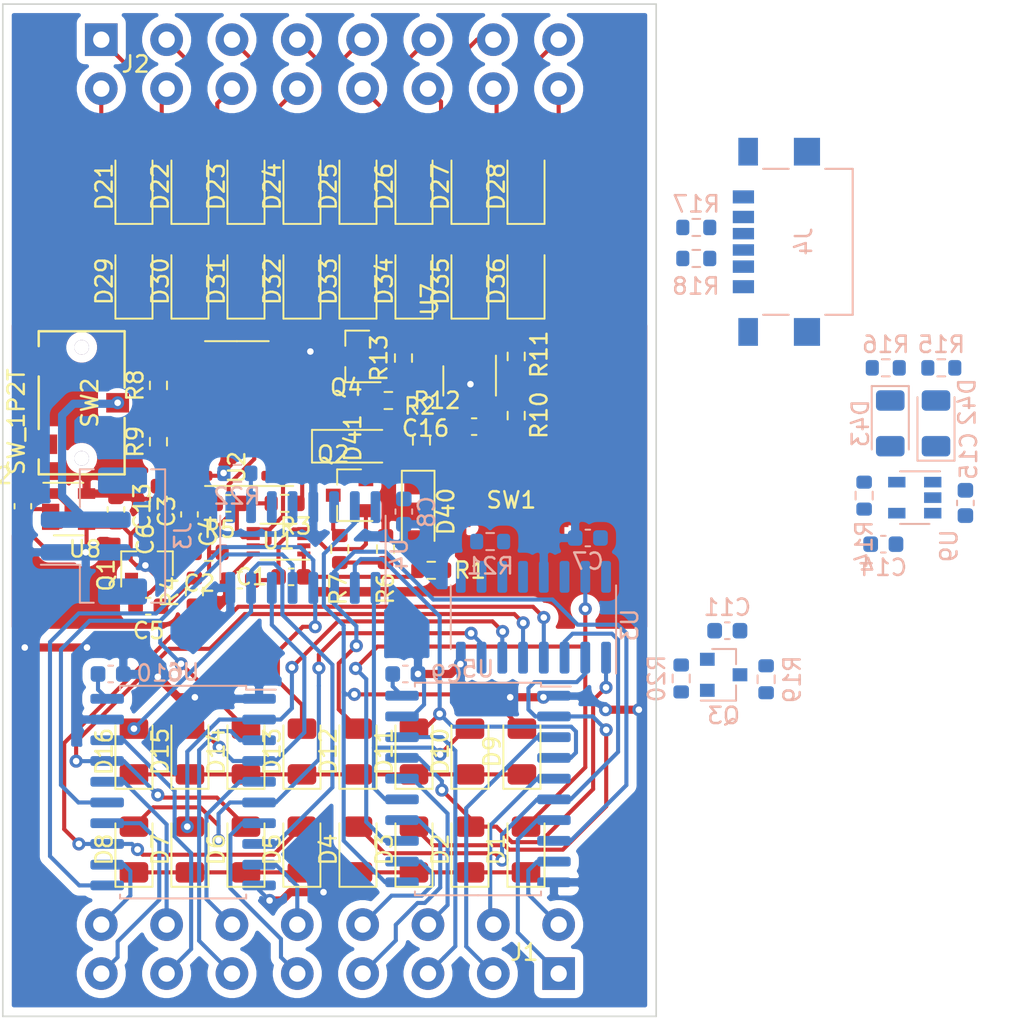
<source format=kicad_pcb>
(kicad_pcb (version 20171130) (host pcbnew "(5.1.10)-1")

  (general
    (thickness 1.6)
    (drawings 4)
    (tracks 632)
    (zones 0)
    (modules 93)
    (nets 88)
  )

  (page A4)
  (layers
    (0 F.Cu signal)
    (31 B.Cu signal)
    (32 B.Adhes user hide)
    (33 F.Adhes user hide)
    (34 B.Paste user hide)
    (35 F.Paste user hide)
    (36 B.SilkS user hide)
    (37 F.SilkS user hide)
    (38 B.Mask user hide)
    (39 F.Mask user hide)
    (40 Dwgs.User user)
    (41 Cmts.User user)
    (42 Eco1.User user)
    (43 Eco2.User user)
    (44 Edge.Cuts user)
    (45 Margin user)
    (46 B.CrtYd user hide)
    (47 F.CrtYd user hide)
    (48 B.Fab user)
    (49 F.Fab user hide)
  )

  (setup
    (last_trace_width 0.25)
    (trace_clearance 0.2)
    (zone_clearance 0.5)
    (zone_45_only no)
    (trace_min 0.2)
    (via_size 0.8)
    (via_drill 0.4)
    (via_min_size 0.4)
    (via_min_drill 0.3)
    (uvia_size 0.3)
    (uvia_drill 0.1)
    (uvias_allowed no)
    (uvia_min_size 0.2)
    (uvia_min_drill 0.1)
    (edge_width 0.05)
    (segment_width 0.2)
    (pcb_text_width 0.3)
    (pcb_text_size 1.5 1.5)
    (mod_edge_width 0.12)
    (mod_text_size 1 1)
    (mod_text_width 0.15)
    (pad_size 1.524 1.524)
    (pad_drill 0.762)
    (pad_to_mask_clearance 0)
    (aux_axis_origin 0 0)
    (visible_elements 7FFFFFFF)
    (pcbplotparams
      (layerselection 0x010fc_ffffffff)
      (usegerberextensions false)
      (usegerberattributes true)
      (usegerberadvancedattributes true)
      (creategerberjobfile true)
      (excludeedgelayer true)
      (linewidth 0.100000)
      (plotframeref false)
      (viasonmask false)
      (mode 1)
      (useauxorigin false)
      (hpglpennumber 1)
      (hpglpenspeed 20)
      (hpglpendiameter 15.000000)
      (psnegative false)
      (psa4output false)
      (plotreference true)
      (plotvalue true)
      (plotinvisibletext false)
      (padsonsilk false)
      (subtractmaskfromsilk false)
      (outputformat 1)
      (mirror false)
      (drillshape 1)
      (scaleselection 1)
      (outputdirectory ""))
  )

  (net 0 "")
  (net 1 "Net-(C1-Pad1)")
  (net 2 GND)
  (net 3 +3V3)
  (net 4 "Net-(C4-Pad1)")
  (net 5 "Net-(C5-Pad1)")
  (net 6 "Net-(C6-Pad1)")
  (net 7 "Net-(C11-Pad1)")
  (net 8 "Net-(C12-Pad1)")
  (net 9 "Net-(C14-Pad1)")
  (net 10 "Net-(C15-Pad1)")
  (net 11 "Net-(D1-Pad1)")
  (net 12 "Net-(D1-Pad2)")
  (net 13 "Net-(D2-Pad2)")
  (net 14 "Net-(D3-Pad2)")
  (net 15 "Net-(D4-Pad2)")
  (net 16 "Net-(D5-Pad2)")
  (net 17 "Net-(D6-Pad2)")
  (net 18 "Net-(D7-Pad2)")
  (net 19 "Net-(D8-Pad2)")
  (net 20 "Net-(D9-Pad2)")
  (net 21 "Net-(D10-Pad2)")
  (net 22 "Net-(D11-Pad2)")
  (net 23 "Net-(D12-Pad2)")
  (net 24 "Net-(D13-Pad2)")
  (net 25 "Net-(D14-Pad2)")
  (net 26 "Net-(D15-Pad2)")
  (net 27 "Net-(D16-Pad2)")
  (net 28 "Net-(D21-Pad1)")
  (net 29 "Net-(D21-Pad2)")
  (net 30 "Net-(D29-Pad2)")
  (net 31 "Net-(D30-Pad2)")
  (net 32 "Net-(D31-Pad2)")
  (net 33 "Net-(D32-Pad2)")
  (net 34 "Net-(D33-Pad2)")
  (net 35 "Net-(D34-Pad2)")
  (net 36 "Net-(D35-Pad2)")
  (net 37 "Net-(D36-Pad2)")
  (net 38 "Net-(D40-Pad1)")
  (net 39 "Net-(D41-Pad2)")
  (net 40 "Net-(D41-Pad1)")
  (net 41 "Net-(D42-Pad2)")
  (net 42 "Net-(D43-Pad1)")
  (net 43 "Net-(J1-Pad8)")
  (net 44 "Net-(J1-Pad16)")
  (net 45 "Net-(J1-Pad15)")
  (net 46 "Net-(J1-Pad7)")
  (net 47 "Net-(J1-Pad5)")
  (net 48 "Net-(J1-Pad14)")
  (net 49 "Net-(J1-Pad6)")
  (net 50 "Net-(J1-Pad13)")
  (net 51 "Net-(J1-Pad2)")
  (net 52 "Net-(J1-Pad10)")
  (net 53 "Net-(J1-Pad9)")
  (net 54 "Net-(J1-Pad1)")
  (net 55 "Net-(J1-Pad3)")
  (net 56 "Net-(J1-Pad11)")
  (net 57 "Net-(J1-Pad12)")
  (net 58 "Net-(J1-Pad4)")
  (net 59 "Net-(J3-Pad2)")
  (net 60 "Net-(J4-PadA5)")
  (net 61 "Net-(J4-PadB5)")
  (net 62 "Net-(Q1-Pad1)")
  (net 63 "Net-(Q1-Pad3)")
  (net 64 "Net-(Q2-Pad3)")
  (net 65 "Net-(Q2-Pad1)")
  (net 66 "Net-(Q4-Pad2)")
  (net 67 "Net-(Q4-Pad1)")
  (net 68 "Net-(R3-Pad2)")
  (net 69 "Net-(R4-Pad2)")
  (net 70 "Net-(R6-Pad2)")
  (net 71 "Net-(R8-Pad1)")
  (net 72 "Net-(R10-Pad2)")
  (net 73 "Net-(R12-Pad2)")
  (net 74 "Net-(R14-Pad2)")
  (net 75 "Net-(R15-Pad2)")
  (net 76 "Net-(R21-Pad2)")
  (net 77 "Net-(R22-Pad2)")
  (net 78 "Net-(U2-Pad11)")
  (net 79 "Net-(U3-Pad9)")
  (net 80 "Net-(U4-Pad9)")
  (net 81 "Net-(D22-Pad2)")
  (net 82 "Net-(D23-Pad2)")
  (net 83 "Net-(D24-Pad2)")
  (net 84 "Net-(D25-Pad2)")
  (net 85 "Net-(D26-Pad2)")
  (net 86 "Net-(D27-Pad2)")
  (net 87 "Net-(D28-Pad2)")

  (net_class Default "This is the default net class."
    (clearance 0.2)
    (trace_width 0.25)
    (via_dia 0.8)
    (via_drill 0.4)
    (uvia_dia 0.3)
    (uvia_drill 0.1)
    (add_net +3V3)
    (add_net GND)
    (add_net "Net-(C1-Pad1)")
    (add_net "Net-(C11-Pad1)")
    (add_net "Net-(C12-Pad1)")
    (add_net "Net-(C14-Pad1)")
    (add_net "Net-(C15-Pad1)")
    (add_net "Net-(C4-Pad1)")
    (add_net "Net-(C5-Pad1)")
    (add_net "Net-(C6-Pad1)")
    (add_net "Net-(D1-Pad1)")
    (add_net "Net-(D1-Pad2)")
    (add_net "Net-(D10-Pad2)")
    (add_net "Net-(D11-Pad2)")
    (add_net "Net-(D12-Pad2)")
    (add_net "Net-(D13-Pad2)")
    (add_net "Net-(D14-Pad2)")
    (add_net "Net-(D15-Pad2)")
    (add_net "Net-(D16-Pad2)")
    (add_net "Net-(D2-Pad2)")
    (add_net "Net-(D21-Pad1)")
    (add_net "Net-(D21-Pad2)")
    (add_net "Net-(D22-Pad2)")
    (add_net "Net-(D23-Pad2)")
    (add_net "Net-(D24-Pad2)")
    (add_net "Net-(D25-Pad2)")
    (add_net "Net-(D26-Pad2)")
    (add_net "Net-(D27-Pad2)")
    (add_net "Net-(D28-Pad2)")
    (add_net "Net-(D29-Pad2)")
    (add_net "Net-(D3-Pad2)")
    (add_net "Net-(D30-Pad2)")
    (add_net "Net-(D31-Pad2)")
    (add_net "Net-(D32-Pad2)")
    (add_net "Net-(D33-Pad2)")
    (add_net "Net-(D34-Pad2)")
    (add_net "Net-(D35-Pad2)")
    (add_net "Net-(D36-Pad2)")
    (add_net "Net-(D4-Pad2)")
    (add_net "Net-(D40-Pad1)")
    (add_net "Net-(D41-Pad1)")
    (add_net "Net-(D41-Pad2)")
    (add_net "Net-(D42-Pad2)")
    (add_net "Net-(D43-Pad1)")
    (add_net "Net-(D5-Pad2)")
    (add_net "Net-(D6-Pad2)")
    (add_net "Net-(D7-Pad2)")
    (add_net "Net-(D8-Pad2)")
    (add_net "Net-(D9-Pad2)")
    (add_net "Net-(J1-Pad1)")
    (add_net "Net-(J1-Pad10)")
    (add_net "Net-(J1-Pad11)")
    (add_net "Net-(J1-Pad12)")
    (add_net "Net-(J1-Pad13)")
    (add_net "Net-(J1-Pad14)")
    (add_net "Net-(J1-Pad15)")
    (add_net "Net-(J1-Pad16)")
    (add_net "Net-(J1-Pad2)")
    (add_net "Net-(J1-Pad3)")
    (add_net "Net-(J1-Pad4)")
    (add_net "Net-(J1-Pad5)")
    (add_net "Net-(J1-Pad6)")
    (add_net "Net-(J1-Pad7)")
    (add_net "Net-(J1-Pad8)")
    (add_net "Net-(J1-Pad9)")
    (add_net "Net-(J3-Pad2)")
    (add_net "Net-(J4-PadA5)")
    (add_net "Net-(J4-PadB5)")
    (add_net "Net-(Q1-Pad1)")
    (add_net "Net-(Q1-Pad3)")
    (add_net "Net-(Q2-Pad1)")
    (add_net "Net-(Q2-Pad3)")
    (add_net "Net-(Q4-Pad1)")
    (add_net "Net-(Q4-Pad2)")
    (add_net "Net-(R10-Pad2)")
    (add_net "Net-(R12-Pad2)")
    (add_net "Net-(R14-Pad2)")
    (add_net "Net-(R15-Pad2)")
    (add_net "Net-(R21-Pad2)")
    (add_net "Net-(R22-Pad2)")
    (add_net "Net-(R3-Pad2)")
    (add_net "Net-(R4-Pad2)")
    (add_net "Net-(R6-Pad2)")
    (add_net "Net-(R8-Pad1)")
    (add_net "Net-(U2-Pad11)")
    (add_net "Net-(U3-Pad9)")
    (add_net "Net-(U4-Pad9)")
  )

  (module Package_SO:SOIC-20W_7.5x12.8mm_P1.27mm (layer B.Cu) (tedit 5D9F72B1) (tstamp 6628C45B)
    (at 111.04 98.265 180)
    (descr "SOIC, 20 Pin (JEDEC MS-013AC, https://www.analog.com/media/en/package-pcb-resources/package/233848rw_20.pdf), generated with kicad-footprint-generator ipc_gullwing_generator.py")
    (tags "SOIC SO")
    (path /65A95DF6)
    (attr smd)
    (fp_text reference U6 (at 0 7.35) (layer B.SilkS)
      (effects (font (size 1 1) (thickness 0.15)) (justify mirror))
    )
    (fp_text value 74AHC244 (at 0 -7.35) (layer B.Fab)
      (effects (font (size 1 1) (thickness 0.15)) (justify mirror))
    )
    (fp_line (start 5.93 6.65) (end -5.93 6.65) (layer B.CrtYd) (width 0.05))
    (fp_line (start 5.93 -6.65) (end 5.93 6.65) (layer B.CrtYd) (width 0.05))
    (fp_line (start -5.93 -6.65) (end 5.93 -6.65) (layer B.CrtYd) (width 0.05))
    (fp_line (start -5.93 6.65) (end -5.93 -6.65) (layer B.CrtYd) (width 0.05))
    (fp_line (start -3.75 5.4) (end -2.75 6.4) (layer B.Fab) (width 0.1))
    (fp_line (start -3.75 -6.4) (end -3.75 5.4) (layer B.Fab) (width 0.1))
    (fp_line (start 3.75 -6.4) (end -3.75 -6.4) (layer B.Fab) (width 0.1))
    (fp_line (start 3.75 6.4) (end 3.75 -6.4) (layer B.Fab) (width 0.1))
    (fp_line (start -2.75 6.4) (end 3.75 6.4) (layer B.Fab) (width 0.1))
    (fp_line (start -3.86 6.275) (end -5.675 6.275) (layer B.SilkS) (width 0.12))
    (fp_line (start -3.86 6.51) (end -3.86 6.275) (layer B.SilkS) (width 0.12))
    (fp_line (start 0 6.51) (end -3.86 6.51) (layer B.SilkS) (width 0.12))
    (fp_line (start 3.86 6.51) (end 3.86 6.275) (layer B.SilkS) (width 0.12))
    (fp_line (start 0 6.51) (end 3.86 6.51) (layer B.SilkS) (width 0.12))
    (fp_line (start -3.86 -6.51) (end -3.86 -6.275) (layer B.SilkS) (width 0.12))
    (fp_line (start 0 -6.51) (end -3.86 -6.51) (layer B.SilkS) (width 0.12))
    (fp_line (start 3.86 -6.51) (end 3.86 -6.275) (layer B.SilkS) (width 0.12))
    (fp_line (start 0 -6.51) (end 3.86 -6.51) (layer B.SilkS) (width 0.12))
    (fp_text user %R (at 0 0) (layer B.Fab)
      (effects (font (size 1 1) (thickness 0.15)) (justify mirror))
    )
    (pad 1 smd roundrect (at -4.65 5.715 180) (size 2.05 0.6) (layers B.Cu B.Paste B.Mask) (roundrect_rratio 0.25)
      (net 2 GND))
    (pad 2 smd roundrect (at -4.65 4.445 180) (size 2.05 0.6) (layers B.Cu B.Paste B.Mask) (roundrect_rratio 0.25)
      (net 18 "Net-(D7-Pad2)"))
    (pad 3 smd roundrect (at -4.65 3.175 180) (size 2.05 0.6) (layers B.Cu B.Paste B.Mask) (roundrect_rratio 0.25)
      (net 49 "Net-(J1-Pad6)"))
    (pad 4 smd roundrect (at -4.65 1.905 180) (size 2.05 0.6) (layers B.Cu B.Paste B.Mask) (roundrect_rratio 0.25)
      (net 26 "Net-(D15-Pad2)"))
    (pad 5 smd roundrect (at -4.65 0.635 180) (size 2.05 0.6) (layers B.Cu B.Paste B.Mask) (roundrect_rratio 0.25)
      (net 48 "Net-(J1-Pad14)"))
    (pad 6 smd roundrect (at -4.65 -0.635 180) (size 2.05 0.6) (layers B.Cu B.Paste B.Mask) (roundrect_rratio 0.25)
      (net 19 "Net-(D8-Pad2)"))
    (pad 7 smd roundrect (at -4.65 -1.905 180) (size 2.05 0.6) (layers B.Cu B.Paste B.Mask) (roundrect_rratio 0.25)
      (net 47 "Net-(J1-Pad5)"))
    (pad 8 smd roundrect (at -4.65 -3.175 180) (size 2.05 0.6) (layers B.Cu B.Paste B.Mask) (roundrect_rratio 0.25)
      (net 27 "Net-(D16-Pad2)"))
    (pad 9 smd roundrect (at -4.65 -4.445 180) (size 2.05 0.6) (layers B.Cu B.Paste B.Mask) (roundrect_rratio 0.25)
      (net 50 "Net-(J1-Pad13)"))
    (pad 10 smd roundrect (at -4.65 -5.715 180) (size 2.05 0.6) (layers B.Cu B.Paste B.Mask) (roundrect_rratio 0.25)
      (net 2 GND))
    (pad 11 smd roundrect (at 4.65 -5.715 180) (size 2.05 0.6) (layers B.Cu B.Paste B.Mask) (roundrect_rratio 0.25)
      (net 24 "Net-(D13-Pad2)"))
    (pad 12 smd roundrect (at 4.65 -4.445 180) (size 2.05 0.6) (layers B.Cu B.Paste B.Mask) (roundrect_rratio 0.25)
      (net 44 "Net-(J1-Pad16)"))
    (pad 13 smd roundrect (at 4.65 -3.175 180) (size 2.05 0.6) (layers B.Cu B.Paste B.Mask) (roundrect_rratio 0.25)
      (net 16 "Net-(D5-Pad2)"))
    (pad 14 smd roundrect (at 4.65 -1.905 180) (size 2.05 0.6) (layers B.Cu B.Paste B.Mask) (roundrect_rratio 0.25)
      (net 43 "Net-(J1-Pad8)"))
    (pad 15 smd roundrect (at 4.65 -0.635 180) (size 2.05 0.6) (layers B.Cu B.Paste B.Mask) (roundrect_rratio 0.25)
      (net 25 "Net-(D14-Pad2)"))
    (pad 16 smd roundrect (at 4.65 0.635 180) (size 2.05 0.6) (layers B.Cu B.Paste B.Mask) (roundrect_rratio 0.25)
      (net 45 "Net-(J1-Pad15)"))
    (pad 17 smd roundrect (at 4.65 1.905 180) (size 2.05 0.6) (layers B.Cu B.Paste B.Mask) (roundrect_rratio 0.25)
      (net 17 "Net-(D6-Pad2)"))
    (pad 18 smd roundrect (at 4.65 3.175 180) (size 2.05 0.6) (layers B.Cu B.Paste B.Mask) (roundrect_rratio 0.25)
      (net 46 "Net-(J1-Pad7)"))
    (pad 19 smd roundrect (at 4.65 4.445 180) (size 2.05 0.6) (layers B.Cu B.Paste B.Mask) (roundrect_rratio 0.25)
      (net 2 GND))
    (pad 20 smd roundrect (at 4.65 5.715 180) (size 2.05 0.6) (layers B.Cu B.Paste B.Mask) (roundrect_rratio 0.25)
      (net 3 +3V3))
    (model ${KISYS3DMOD}/Package_SO.3dshapes/SOIC-20W_7.5x12.8mm_P1.27mm.wrl
      (at (xyz 0 0 0))
      (scale (xyz 1 1 1))
      (rotate (xyz 0 0 0))
    )
  )

  (module Package_SO:SOIC-20W_7.5x12.8mm_P1.27mm (layer B.Cu) (tedit 5D9F72B1) (tstamp 660D1517)
    (at 129.09 98.075 180)
    (descr "SOIC, 20 Pin (JEDEC MS-013AC, https://www.analog.com/media/en/package-pcb-resources/package/233848rw_20.pdf), generated with kicad-footprint-generator ipc_gullwing_generator.py")
    (tags "SOIC SO")
    (path /65D46EF5)
    (attr smd)
    (fp_text reference U5 (at 0 7.35) (layer B.SilkS)
      (effects (font (size 1 1) (thickness 0.15)) (justify mirror))
    )
    (fp_text value 74AHC244 (at 0 -7.35) (layer B.Fab)
      (effects (font (size 1 1) (thickness 0.15)) (justify mirror))
    )
    (fp_line (start 0 -6.51) (end 3.86 -6.51) (layer B.SilkS) (width 0.12))
    (fp_line (start 3.86 -6.51) (end 3.86 -6.275) (layer B.SilkS) (width 0.12))
    (fp_line (start 0 -6.51) (end -3.86 -6.51) (layer B.SilkS) (width 0.12))
    (fp_line (start -3.86 -6.51) (end -3.86 -6.275) (layer B.SilkS) (width 0.12))
    (fp_line (start 0 6.51) (end 3.86 6.51) (layer B.SilkS) (width 0.12))
    (fp_line (start 3.86 6.51) (end 3.86 6.275) (layer B.SilkS) (width 0.12))
    (fp_line (start 0 6.51) (end -3.86 6.51) (layer B.SilkS) (width 0.12))
    (fp_line (start -3.86 6.51) (end -3.86 6.275) (layer B.SilkS) (width 0.12))
    (fp_line (start -3.86 6.275) (end -5.675 6.275) (layer B.SilkS) (width 0.12))
    (fp_line (start -2.75 6.4) (end 3.75 6.4) (layer B.Fab) (width 0.1))
    (fp_line (start 3.75 6.4) (end 3.75 -6.4) (layer B.Fab) (width 0.1))
    (fp_line (start 3.75 -6.4) (end -3.75 -6.4) (layer B.Fab) (width 0.1))
    (fp_line (start -3.75 -6.4) (end -3.75 5.4) (layer B.Fab) (width 0.1))
    (fp_line (start -3.75 5.4) (end -2.75 6.4) (layer B.Fab) (width 0.1))
    (fp_line (start -5.93 6.65) (end -5.93 -6.65) (layer B.CrtYd) (width 0.05))
    (fp_line (start -5.93 -6.65) (end 5.93 -6.65) (layer B.CrtYd) (width 0.05))
    (fp_line (start 5.93 -6.65) (end 5.93 6.65) (layer B.CrtYd) (width 0.05))
    (fp_line (start 5.93 6.65) (end -5.93 6.65) (layer B.CrtYd) (width 0.05))
    (fp_text user %R (at 0 0) (layer B.Fab)
      (effects (font (size 1 1) (thickness 0.15)) (justify mirror))
    )
    (pad 20 smd roundrect (at 4.65 5.715 180) (size 2.05 0.6) (layers B.Cu B.Paste B.Mask) (roundrect_rratio 0.25)
      (net 3 +3V3))
    (pad 19 smd roundrect (at 4.65 4.445 180) (size 2.05 0.6) (layers B.Cu B.Paste B.Mask) (roundrect_rratio 0.25)
      (net 2 GND))
    (pad 18 smd roundrect (at 4.65 3.175 180) (size 2.05 0.6) (layers B.Cu B.Paste B.Mask) (roundrect_rratio 0.25)
      (net 55 "Net-(J1-Pad3)"))
    (pad 17 smd roundrect (at 4.65 1.905 180) (size 2.05 0.6) (layers B.Cu B.Paste B.Mask) (roundrect_rratio 0.25)
      (net 13 "Net-(D2-Pad2)"))
    (pad 16 smd roundrect (at 4.65 0.635 180) (size 2.05 0.6) (layers B.Cu B.Paste B.Mask) (roundrect_rratio 0.25)
      (net 56 "Net-(J1-Pad11)"))
    (pad 15 smd roundrect (at 4.65 -0.635 180) (size 2.05 0.6) (layers B.Cu B.Paste B.Mask) (roundrect_rratio 0.25)
      (net 21 "Net-(D10-Pad2)"))
    (pad 14 smd roundrect (at 4.65 -1.905 180) (size 2.05 0.6) (layers B.Cu B.Paste B.Mask) (roundrect_rratio 0.25)
      (net 58 "Net-(J1-Pad4)"))
    (pad 13 smd roundrect (at 4.65 -3.175 180) (size 2.05 0.6) (layers B.Cu B.Paste B.Mask) (roundrect_rratio 0.25)
      (net 12 "Net-(D1-Pad2)"))
    (pad 12 smd roundrect (at 4.65 -4.445 180) (size 2.05 0.6) (layers B.Cu B.Paste B.Mask) (roundrect_rratio 0.25)
      (net 57 "Net-(J1-Pad12)"))
    (pad 11 smd roundrect (at 4.65 -5.715 180) (size 2.05 0.6) (layers B.Cu B.Paste B.Mask) (roundrect_rratio 0.25)
      (net 20 "Net-(D9-Pad2)"))
    (pad 10 smd roundrect (at -4.65 -5.715 180) (size 2.05 0.6) (layers B.Cu B.Paste B.Mask) (roundrect_rratio 0.25)
      (net 2 GND))
    (pad 9 smd roundrect (at -4.65 -4.445 180) (size 2.05 0.6) (layers B.Cu B.Paste B.Mask) (roundrect_rratio 0.25)
      (net 53 "Net-(J1-Pad9)"))
    (pad 8 smd roundrect (at -4.65 -3.175 180) (size 2.05 0.6) (layers B.Cu B.Paste B.Mask) (roundrect_rratio 0.25)
      (net 23 "Net-(D12-Pad2)"))
    (pad 7 smd roundrect (at -4.65 -1.905 180) (size 2.05 0.6) (layers B.Cu B.Paste B.Mask) (roundrect_rratio 0.25)
      (net 54 "Net-(J1-Pad1)"))
    (pad 6 smd roundrect (at -4.65 -0.635 180) (size 2.05 0.6) (layers B.Cu B.Paste B.Mask) (roundrect_rratio 0.25)
      (net 15 "Net-(D4-Pad2)"))
    (pad 5 smd roundrect (at -4.65 0.635 180) (size 2.05 0.6) (layers B.Cu B.Paste B.Mask) (roundrect_rratio 0.25)
      (net 52 "Net-(J1-Pad10)"))
    (pad 4 smd roundrect (at -4.65 1.905 180) (size 2.05 0.6) (layers B.Cu B.Paste B.Mask) (roundrect_rratio 0.25)
      (net 22 "Net-(D11-Pad2)"))
    (pad 3 smd roundrect (at -4.65 3.175 180) (size 2.05 0.6) (layers B.Cu B.Paste B.Mask) (roundrect_rratio 0.25)
      (net 51 "Net-(J1-Pad2)"))
    (pad 2 smd roundrect (at -4.65 4.445 180) (size 2.05 0.6) (layers B.Cu B.Paste B.Mask) (roundrect_rratio 0.25)
      (net 14 "Net-(D3-Pad2)"))
    (pad 1 smd roundrect (at -4.65 5.715 180) (size 2.05 0.6) (layers B.Cu B.Paste B.Mask) (roundrect_rratio 0.25)
      (net 2 GND))
    (model ${KISYS3DMOD}/Package_SO.3dshapes/SOIC-20W_7.5x12.8mm_P1.27mm.wrl
      (at (xyz 0 0 0))
      (scale (xyz 1 1 1))
      (rotate (xyz 0 0 0))
    )
  )

  (module Capacitor_SMD:C_0603_1608Metric (layer B.Cu) (tedit 5F68FEEE) (tstamp 65CC1165)
    (at 124.645 91.03)
    (descr "Capacitor SMD 0603 (1608 Metric), square (rectangular) end terminal, IPC_7351 nominal, (Body size source: IPC-SM-782 page 76, https://www.pcb-3d.com/wordpress/wp-content/uploads/ipc-sm-782a_amendment_1_and_2.pdf), generated with kicad-footprint-generator")
    (tags capacitor)
    (path /65D46F09)
    (attr smd)
    (fp_text reference C9 (at 2.525 0) (layer B.SilkS)
      (effects (font (size 1 1) (thickness 0.15)) (justify mirror))
    )
    (fp_text value 0.1u (at -3.125 0.1) (layer B.Fab)
      (effects (font (size 1 1) (thickness 0.15)) (justify mirror))
    )
    (fp_line (start 1.48 -0.73) (end -1.48 -0.73) (layer B.CrtYd) (width 0.05))
    (fp_line (start 1.48 0.73) (end 1.48 -0.73) (layer B.CrtYd) (width 0.05))
    (fp_line (start -1.48 0.73) (end 1.48 0.73) (layer B.CrtYd) (width 0.05))
    (fp_line (start -1.48 -0.73) (end -1.48 0.73) (layer B.CrtYd) (width 0.05))
    (fp_line (start -0.14058 -0.51) (end 0.14058 -0.51) (layer B.SilkS) (width 0.12))
    (fp_line (start -0.14058 0.51) (end 0.14058 0.51) (layer B.SilkS) (width 0.12))
    (fp_line (start 0.8 -0.4) (end -0.8 -0.4) (layer B.Fab) (width 0.1))
    (fp_line (start 0.8 0.4) (end 0.8 -0.4) (layer B.Fab) (width 0.1))
    (fp_line (start -0.8 0.4) (end 0.8 0.4) (layer B.Fab) (width 0.1))
    (fp_line (start -0.8 -0.4) (end -0.8 0.4) (layer B.Fab) (width 0.1))
    (fp_text user %R (at 0 0) (layer B.Fab)
      (effects (font (size 0.4 0.4) (thickness 0.06)) (justify mirror))
    )
    (pad 1 smd roundrect (at -0.775 0) (size 0.9 0.95) (layers B.Cu B.Paste B.Mask) (roundrect_rratio 0.25)
      (net 3 +3V3))
    (pad 2 smd roundrect (at 0.775 0) (size 0.9 0.95) (layers B.Cu B.Paste B.Mask) (roundrect_rratio 0.25)
      (net 2 GND))
    (model ${KISYS3DMOD}/Capacitor_SMD.3dshapes/C_0603_1608Metric.wrl
      (at (xyz 0 0 0))
      (scale (xyz 1 1 1))
      (rotate (xyz 0 0 0))
    )
  )

  (module OBDCableTesterPCB:PinHeader_2x08_P4mm_Pad1.8mmDrill1.0mm__ (layer F.Cu) (tedit 65B538EA) (tstamp 65C31273)
    (at 120.03 107.88 180)
    (path /65D02A37)
    (fp_text reference J1 (at -11.9 -0.2) (layer F.SilkS)
      (effects (font (size 1 1) (thickness 0.15)))
    )
    (fp_text value Conn_02x08_Counter_Clockwise (at 0 3.7) (layer F.Fab)
      (effects (font (size 1 1) (thickness 0.15)))
    )
    (pad 8 thru_hole circle (at 14 -1.5 180) (size 2 2) (drill 1) (layers *.Cu *.Mask)
      (net 43 "Net-(J1-Pad8)"))
    (pad 16 thru_hole circle (at 14 1.5 180) (size 2 2) (drill 1) (layers *.Cu *.Mask)
      (net 44 "Net-(J1-Pad16)"))
    (pad 15 thru_hole circle (at 10 1.5 180) (size 2 2) (drill 1) (layers *.Cu *.Mask)
      (net 45 "Net-(J1-Pad15)"))
    (pad 7 thru_hole circle (at 10 -1.5 180) (size 2 2) (drill 1) (layers *.Cu *.Mask)
      (net 46 "Net-(J1-Pad7)"))
    (pad 5 thru_hole circle (at 2 -1.5 180) (size 2 2) (drill 1) (layers *.Cu *.Mask)
      (net 47 "Net-(J1-Pad5)"))
    (pad 14 thru_hole circle (at 6 1.5 180) (size 2 2) (drill 1) (layers *.Cu *.Mask)
      (net 48 "Net-(J1-Pad14)"))
    (pad 6 thru_hole circle (at 6 -1.5 180) (size 2 2) (drill 1) (layers *.Cu *.Mask)
      (net 49 "Net-(J1-Pad6)"))
    (pad 13 thru_hole circle (at 2 1.5 180) (size 2 2) (drill 1) (layers *.Cu *.Mask)
      (net 50 "Net-(J1-Pad13)"))
    (pad 2 thru_hole circle (at -10 -1.5 180) (size 2 2) (drill 1) (layers *.Cu *.Mask)
      (net 51 "Net-(J1-Pad2)"))
    (pad 10 thru_hole circle (at -10 1.5 180) (size 2 2) (drill 1) (layers *.Cu *.Mask)
      (net 52 "Net-(J1-Pad10)"))
    (pad 9 thru_hole circle (at -14 1.5 180) (size 2 2) (drill 1) (layers *.Cu *.Mask)
      (net 53 "Net-(J1-Pad9)"))
    (pad 1 thru_hole rect (at -14 -1.5 180) (size 2 2) (drill 1) (layers *.Cu *.Mask)
      (net 54 "Net-(J1-Pad1)"))
    (pad 3 thru_hole circle (at -6 -1.5 180) (size 2 2) (drill 1) (layers *.Cu *.Mask)
      (net 55 "Net-(J1-Pad3)"))
    (pad 11 thru_hole circle (at -6 1.5 180) (size 2 2) (drill 1) (layers *.Cu *.Mask)
      (net 56 "Net-(J1-Pad11)"))
    (pad 12 thru_hole circle (at -2 1.5 180) (size 2 2) (drill 1) (layers *.Cu *.Mask)
      (net 57 "Net-(J1-Pad12)"))
    (pad 4 thru_hole circle (at -2 -1.5 180) (size 2 2) (drill 1) (layers *.Cu *.Mask)
      (net 58 "Net-(J1-Pad4)"))
  )

  (module Nidec:CL-SB-12B-01T (layer F.Cu) (tedit 65B9E5B1) (tstamp 65BACFFA)
    (at 104.83 74.42 270)
    (path /661D659C)
    (fp_text reference SW2 (at 0 -0.5 90) (layer F.SilkS)
      (effects (font (size 1 1) (thickness 0.15)))
    )
    (fp_text value SW_1P2T (at 1.16 4 90) (layer F.SilkS)
      (effects (font (size 1 1) (thickness 0.15)))
    )
    (fp_line (start 3.46964 2.6289) (end 4.3815 2.6289) (layer F.SilkS) (width 0.1524))
    (fp_line (start -0.92964 -2.6289) (end -4.3815 -2.6289) (layer F.SilkS) (width 0.1524))
    (fp_line (start -1.61036 2.6289) (end 1.61036 2.6289) (layer F.SilkS) (width 0.1524))
    (fp_line (start -4.2545 -2.5019) (end -4.2545 2.5019) (layer F.Fab) (width 0.1524))
    (fp_line (start 4.2545 -2.5019) (end -4.2545 -2.5019) (layer F.Fab) (width 0.1524))
    (fp_line (start 4.2545 2.5019) (end 4.2545 -2.5019) (layer F.Fab) (width 0.1524))
    (fp_line (start -4.2545 2.5019) (end 4.2545 2.5019) (layer F.Fab) (width 0.1524))
    (fp_line (start -4.3815 -2.6289) (end -4.3815 2.6289) (layer F.SilkS) (width 0.1524))
    (fp_line (start 4.3815 -2.6289) (end 0.92964 -2.6289) (layer F.SilkS) (width 0.1524))
    (fp_line (start 4.3815 2.6289) (end 4.3815 -2.6289) (layer F.SilkS) (width 0.1524))
    (fp_line (start -4.3815 2.6289) (end -3.46964 2.6289) (layer F.SilkS) (width 0.1524))
    (fp_line (start 4.5085 -3.154398) (end -4.5085 -3.154398) (layer F.CrtYd) (width 0.1524))
    (fp_line (start 4.5085 3.150601) (end 4.5085 -3.154398) (layer F.CrtYd) (width 0.1524))
    (fp_line (start -4.5085 3.150601) (end 4.5085 3.150601) (layer F.CrtYd) (width 0.1524))
    (fp_line (start -4.5085 -3.154398) (end -4.5085 3.150601) (layer F.CrtYd) (width 0.1524))
    (pad 5 thru_hole circle (at 3.399998 -0.0019 270) (size 0.889 0.889) (drill 0.889) (layers *.Cu *.Mask))
    (pad 4 thru_hole circle (at -3.399998 -0.0019 270) (size 0.889 0.889) (drill 0.889) (layers *.Cu *.Mask))
    (pad 3 smd rect (at 2.54 2.198101 270) (size 1.1938 1.397) (layers F.Cu F.Paste F.Mask)
      (net 10 "Net-(C15-Pad1)"))
    (pad 2 smd rect (at 0 -2.201898 270) (size 1.1938 1.397) (layers F.Cu F.Paste F.Mask)
      (net 59 "Net-(J3-Pad2)"))
    (pad 1 smd rect (at -2.54 2.198101 270) (size 1.1938 1.397) (layers F.Cu F.Paste F.Mask)
      (net 8 "Net-(C12-Pad1)"))
  )

  (module Capacitor_SMD:C_0603_1608Metric (layer F.Cu) (tedit 5F68FEEE) (tstamp 65BB2F03)
    (at 117.655 85.08 180)
    (descr "Capacitor SMD 0603 (1608 Metric), square (rectangular) end terminal, IPC_7351 nominal, (Body size source: IPC-SM-782 page 76, https://www.pcb-3d.com/wordpress/wp-content/uploads/ipc-sm-782a_amendment_1_and_2.pdf), generated with kicad-footprint-generator")
    (tags capacitor)
    (path /65950E18)
    (attr smd)
    (fp_text reference C1 (at 2.425 0) (layer F.SilkS)
      (effects (font (size 1 1) (thickness 0.15)))
    )
    (fp_text value 1uF (at 0 1.43) (layer F.Fab)
      (effects (font (size 1 1) (thickness 0.15)))
    )
    (fp_line (start 1.48 0.73) (end -1.48 0.73) (layer F.CrtYd) (width 0.05))
    (fp_line (start 1.48 -0.73) (end 1.48 0.73) (layer F.CrtYd) (width 0.05))
    (fp_line (start -1.48 -0.73) (end 1.48 -0.73) (layer F.CrtYd) (width 0.05))
    (fp_line (start -1.48 0.73) (end -1.48 -0.73) (layer F.CrtYd) (width 0.05))
    (fp_line (start -0.14058 0.51) (end 0.14058 0.51) (layer F.SilkS) (width 0.12))
    (fp_line (start -0.14058 -0.51) (end 0.14058 -0.51) (layer F.SilkS) (width 0.12))
    (fp_line (start 0.8 0.4) (end -0.8 0.4) (layer F.Fab) (width 0.1))
    (fp_line (start 0.8 -0.4) (end 0.8 0.4) (layer F.Fab) (width 0.1))
    (fp_line (start -0.8 -0.4) (end 0.8 -0.4) (layer F.Fab) (width 0.1))
    (fp_line (start -0.8 0.4) (end -0.8 -0.4) (layer F.Fab) (width 0.1))
    (fp_text user %R (at 0 0) (layer F.Fab)
      (effects (font (size 0.4 0.4) (thickness 0.06)))
    )
    (pad 1 smd roundrect (at -0.775 0 180) (size 0.9 0.95) (layers F.Cu F.Paste F.Mask) (roundrect_rratio 0.25)
      (net 1 "Net-(C1-Pad1)"))
    (pad 2 smd roundrect (at 0.775 0 180) (size 0.9 0.95) (layers F.Cu F.Paste F.Mask) (roundrect_rratio 0.25)
      (net 2 GND))
    (model ${KISYS3DMOD}/Capacitor_SMD.3dshapes/C_0603_1608Metric.wrl
      (at (xyz 0 0 0))
      (scale (xyz 1 1 1))
      (rotate (xyz 0 0 0))
    )
  )

  (module Capacitor_SMD:C_0603_1608Metric (layer F.Cu) (tedit 5F68FEEE) (tstamp 65C37608)
    (at 114.505 85.28)
    (descr "Capacitor SMD 0603 (1608 Metric), square (rectangular) end terminal, IPC_7351 nominal, (Body size source: IPC-SM-782 page 76, https://www.pcb-3d.com/wordpress/wp-content/uploads/ipc-sm-782a_amendment_1_and_2.pdf), generated with kicad-footprint-generator")
    (tags capacitor)
    (path /659AAD78)
    (attr smd)
    (fp_text reference C2 (at -2.475 0.2) (layer F.SilkS)
      (effects (font (size 1 1) (thickness 0.15)))
    )
    (fp_text value 0.1u (at 0 1.43) (layer F.Fab)
      (effects (font (size 1 1) (thickness 0.15)))
    )
    (fp_line (start -0.8 0.4) (end -0.8 -0.4) (layer F.Fab) (width 0.1))
    (fp_line (start -0.8 -0.4) (end 0.8 -0.4) (layer F.Fab) (width 0.1))
    (fp_line (start 0.8 -0.4) (end 0.8 0.4) (layer F.Fab) (width 0.1))
    (fp_line (start 0.8 0.4) (end -0.8 0.4) (layer F.Fab) (width 0.1))
    (fp_line (start -0.14058 -0.51) (end 0.14058 -0.51) (layer F.SilkS) (width 0.12))
    (fp_line (start -0.14058 0.51) (end 0.14058 0.51) (layer F.SilkS) (width 0.12))
    (fp_line (start -1.48 0.73) (end -1.48 -0.73) (layer F.CrtYd) (width 0.05))
    (fp_line (start -1.48 -0.73) (end 1.48 -0.73) (layer F.CrtYd) (width 0.05))
    (fp_line (start 1.48 -0.73) (end 1.48 0.73) (layer F.CrtYd) (width 0.05))
    (fp_line (start 1.48 0.73) (end -1.48 0.73) (layer F.CrtYd) (width 0.05))
    (fp_text user %R (at 0 0) (layer F.Fab)
      (effects (font (size 0.4 0.4) (thickness 0.06)))
    )
    (pad 2 smd roundrect (at 0.775 0) (size 0.9 0.95) (layers F.Cu F.Paste F.Mask) (roundrect_rratio 0.25)
      (net 2 GND))
    (pad 1 smd roundrect (at -0.775 0) (size 0.9 0.95) (layers F.Cu F.Paste F.Mask) (roundrect_rratio 0.25)
      (net 3 +3V3))
    (model ${KISYS3DMOD}/Capacitor_SMD.3dshapes/C_0603_1608Metric.wrl
      (at (xyz 0 0 0))
      (scale (xyz 1 1 1))
      (rotate (xyz 0 0 0))
    )
  )

  (module Capacitor_SMD:C_0603_1608Metric (layer F.Cu) (tedit 5F68FEEE) (tstamp 65B9FC1F)
    (at 111.43 81.255 270)
    (descr "Capacitor SMD 0603 (1608 Metric), square (rectangular) end terminal, IPC_7351 nominal, (Body size source: IPC-SM-782 page 76, https://www.pcb-3d.com/wordpress/wp-content/uploads/ipc-sm-782a_amendment_1_and_2.pdf), generated with kicad-footprint-generator")
    (tags capacitor)
    (path /659BE78B)
    (attr smd)
    (fp_text reference C3 (at -0.175 1.4 90) (layer F.SilkS)
      (effects (font (size 1 1) (thickness 0.15)))
    )
    (fp_text value 0.1u (at 0 1.43 270) (layer F.Fab)
      (effects (font (size 1 1) (thickness 0.15)))
    )
    (fp_line (start -0.8 0.4) (end -0.8 -0.4) (layer F.Fab) (width 0.1))
    (fp_line (start -0.8 -0.4) (end 0.8 -0.4) (layer F.Fab) (width 0.1))
    (fp_line (start 0.8 -0.4) (end 0.8 0.4) (layer F.Fab) (width 0.1))
    (fp_line (start 0.8 0.4) (end -0.8 0.4) (layer F.Fab) (width 0.1))
    (fp_line (start -0.14058 -0.51) (end 0.14058 -0.51) (layer F.SilkS) (width 0.12))
    (fp_line (start -0.14058 0.51) (end 0.14058 0.51) (layer F.SilkS) (width 0.12))
    (fp_line (start -1.48 0.73) (end -1.48 -0.73) (layer F.CrtYd) (width 0.05))
    (fp_line (start -1.48 -0.73) (end 1.48 -0.73) (layer F.CrtYd) (width 0.05))
    (fp_line (start 1.48 -0.73) (end 1.48 0.73) (layer F.CrtYd) (width 0.05))
    (fp_line (start 1.48 0.73) (end -1.48 0.73) (layer F.CrtYd) (width 0.05))
    (fp_text user %R (at 0 0 270) (layer F.Fab)
      (effects (font (size 0.4 0.4) (thickness 0.06)))
    )
    (pad 2 smd roundrect (at 0.775 0 270) (size 0.9 0.95) (layers F.Cu F.Paste F.Mask) (roundrect_rratio 0.25)
      (net 2 GND))
    (pad 1 smd roundrect (at -0.775 0 270) (size 0.9 0.95) (layers F.Cu F.Paste F.Mask) (roundrect_rratio 0.25)
      (net 3 +3V3))
    (model ${KISYS3DMOD}/Capacitor_SMD.3dshapes/C_0603_1608Metric.wrl
      (at (xyz 0 0 0))
      (scale (xyz 1 1 1))
      (rotate (xyz 0 0 0))
    )
  )

  (module Capacitor_SMD:C_0603_1608Metric (layer F.Cu) (tedit 5F68FEEE) (tstamp 65BB2EA3)
    (at 113.805 80.58 180)
    (descr "Capacitor SMD 0603 (1608 Metric), square (rectangular) end terminal, IPC_7351 nominal, (Body size source: IPC-SM-782 page 76, https://www.pcb-3d.com/wordpress/wp-content/uploads/ipc-sm-782a_amendment_1_and_2.pdf), generated with kicad-footprint-generator")
    (tags capacitor)
    (path /659DD797)
    (attr smd)
    (fp_text reference C4 (at 1.225 -1.7 270) (layer F.SilkS)
      (effects (font (size 1 1) (thickness 0.15)))
    )
    (fp_text value 1uF (at 0 1.43) (layer F.Fab)
      (effects (font (size 1 1) (thickness 0.15)))
    )
    (fp_line (start 1.48 0.73) (end -1.48 0.73) (layer F.CrtYd) (width 0.05))
    (fp_line (start 1.48 -0.73) (end 1.48 0.73) (layer F.CrtYd) (width 0.05))
    (fp_line (start -1.48 -0.73) (end 1.48 -0.73) (layer F.CrtYd) (width 0.05))
    (fp_line (start -1.48 0.73) (end -1.48 -0.73) (layer F.CrtYd) (width 0.05))
    (fp_line (start -0.14058 0.51) (end 0.14058 0.51) (layer F.SilkS) (width 0.12))
    (fp_line (start -0.14058 -0.51) (end 0.14058 -0.51) (layer F.SilkS) (width 0.12))
    (fp_line (start 0.8 0.4) (end -0.8 0.4) (layer F.Fab) (width 0.1))
    (fp_line (start 0.8 -0.4) (end 0.8 0.4) (layer F.Fab) (width 0.1))
    (fp_line (start -0.8 -0.4) (end 0.8 -0.4) (layer F.Fab) (width 0.1))
    (fp_line (start -0.8 0.4) (end -0.8 -0.4) (layer F.Fab) (width 0.1))
    (fp_text user %R (at 0 0) (layer F.Fab)
      (effects (font (size 0.4 0.4) (thickness 0.06)))
    )
    (pad 1 smd roundrect (at -0.775 0 180) (size 0.9 0.95) (layers F.Cu F.Paste F.Mask) (roundrect_rratio 0.25)
      (net 4 "Net-(C4-Pad1)"))
    (pad 2 smd roundrect (at 0.775 0 180) (size 0.9 0.95) (layers F.Cu F.Paste F.Mask) (roundrect_rratio 0.25)
      (net 2 GND))
    (model ${KISYS3DMOD}/Capacitor_SMD.3dshapes/C_0603_1608Metric.wrl
      (at (xyz 0 0 0))
      (scale (xyz 1 1 1))
      (rotate (xyz 0 0 0))
    )
  )

  (module Capacitor_SMD:C_0603_1608Metric (layer F.Cu) (tedit 5F68FEEE) (tstamp 65B9FC41)
    (at 108.905 86.88 180)
    (descr "Capacitor SMD 0603 (1608 Metric), square (rectangular) end terminal, IPC_7351 nominal, (Body size source: IPC-SM-782 page 76, https://www.pcb-3d.com/wordpress/wp-content/uploads/ipc-sm-782a_amendment_1_and_2.pdf), generated with kicad-footprint-generator")
    (tags capacitor)
    (path /659F4E07)
    (attr smd)
    (fp_text reference C5 (at -0.025 -1.5 180) (layer F.SilkS)
      (effects (font (size 1 1) (thickness 0.15)))
    )
    (fp_text value 1uF (at 0 1.43 180) (layer F.Fab)
      (effects (font (size 1 1) (thickness 0.15)))
    )
    (fp_line (start 1.48 0.73) (end -1.48 0.73) (layer F.CrtYd) (width 0.05))
    (fp_line (start 1.48 -0.73) (end 1.48 0.73) (layer F.CrtYd) (width 0.05))
    (fp_line (start -1.48 -0.73) (end 1.48 -0.73) (layer F.CrtYd) (width 0.05))
    (fp_line (start -1.48 0.73) (end -1.48 -0.73) (layer F.CrtYd) (width 0.05))
    (fp_line (start -0.14058 0.51) (end 0.14058 0.51) (layer F.SilkS) (width 0.12))
    (fp_line (start -0.14058 -0.51) (end 0.14058 -0.51) (layer F.SilkS) (width 0.12))
    (fp_line (start 0.8 0.4) (end -0.8 0.4) (layer F.Fab) (width 0.1))
    (fp_line (start 0.8 -0.4) (end 0.8 0.4) (layer F.Fab) (width 0.1))
    (fp_line (start -0.8 -0.4) (end 0.8 -0.4) (layer F.Fab) (width 0.1))
    (fp_line (start -0.8 0.4) (end -0.8 -0.4) (layer F.Fab) (width 0.1))
    (fp_text user %R (at 0 0 180) (layer F.Fab)
      (effects (font (size 0.4 0.4) (thickness 0.06)))
    )
    (pad 1 smd roundrect (at -0.775 0 180) (size 0.9 0.95) (layers F.Cu F.Paste F.Mask) (roundrect_rratio 0.25)
      (net 5 "Net-(C5-Pad1)"))
    (pad 2 smd roundrect (at 0.775 0 180) (size 0.9 0.95) (layers F.Cu F.Paste F.Mask) (roundrect_rratio 0.25)
      (net 2 GND))
    (model ${KISYS3DMOD}/Capacitor_SMD.3dshapes/C_0603_1608Metric.wrl
      (at (xyz 0 0 0))
      (scale (xyz 1 1 1))
      (rotate (xyz 0 0 0))
    )
  )

  (module Capacitor_SMD:C_0603_1608Metric (layer F.Cu) (tedit 5F68FEEE) (tstamp 65C325F6)
    (at 109.53 80.305 270)
    (descr "Capacitor SMD 0603 (1608 Metric), square (rectangular) end terminal, IPC_7351 nominal, (Body size source: IPC-SM-782 page 76, https://www.pcb-3d.com/wordpress/wp-content/uploads/ipc-sm-782a_amendment_1_and_2.pdf), generated with kicad-footprint-generator")
    (tags capacitor)
    (path /65AA7B82)
    (attr smd)
    (fp_text reference C6 (at 2.475 0.8 270) (layer F.SilkS)
      (effects (font (size 1 1) (thickness 0.15)))
    )
    (fp_text value 0.1u (at 0 1.43 270) (layer F.Fab)
      (effects (font (size 1 1) (thickness 0.15)))
    )
    (fp_line (start 1.48 0.73) (end -1.48 0.73) (layer F.CrtYd) (width 0.05))
    (fp_line (start 1.48 -0.73) (end 1.48 0.73) (layer F.CrtYd) (width 0.05))
    (fp_line (start -1.48 -0.73) (end 1.48 -0.73) (layer F.CrtYd) (width 0.05))
    (fp_line (start -1.48 0.73) (end -1.48 -0.73) (layer F.CrtYd) (width 0.05))
    (fp_line (start -0.14058 0.51) (end 0.14058 0.51) (layer F.SilkS) (width 0.12))
    (fp_line (start -0.14058 -0.51) (end 0.14058 -0.51) (layer F.SilkS) (width 0.12))
    (fp_line (start 0.8 0.4) (end -0.8 0.4) (layer F.Fab) (width 0.1))
    (fp_line (start 0.8 -0.4) (end 0.8 0.4) (layer F.Fab) (width 0.1))
    (fp_line (start -0.8 -0.4) (end 0.8 -0.4) (layer F.Fab) (width 0.1))
    (fp_line (start -0.8 0.4) (end -0.8 -0.4) (layer F.Fab) (width 0.1))
    (fp_text user %R (at 0 0 270) (layer F.Fab)
      (effects (font (size 0.4 0.4) (thickness 0.06)))
    )
    (pad 1 smd roundrect (at -0.775 0 270) (size 0.9 0.95) (layers F.Cu F.Paste F.Mask) (roundrect_rratio 0.25)
      (net 6 "Net-(C6-Pad1)"))
    (pad 2 smd roundrect (at 0.775 0 270) (size 0.9 0.95) (layers F.Cu F.Paste F.Mask) (roundrect_rratio 0.25)
      (net 2 GND))
    (model ${KISYS3DMOD}/Capacitor_SMD.3dshapes/C_0603_1608Metric.wrl
      (at (xyz 0 0 0))
      (scale (xyz 1 1 1))
      (rotate (xyz 0 0 0))
    )
  )

  (module Capacitor_SMD:C_0603_1608Metric (layer B.Cu) (tedit 5F68FEEE) (tstamp 65B9FC63)
    (at 135.815 82.7)
    (descr "Capacitor SMD 0603 (1608 Metric), square (rectangular) end terminal, IPC_7351 nominal, (Body size source: IPC-SM-782 page 76, https://www.pcb-3d.com/wordpress/wp-content/uploads/ipc-sm-782a_amendment_1_and_2.pdf), generated with kicad-footprint-generator")
    (tags capacitor)
    (path /65ACCA14)
    (attr smd)
    (fp_text reference C7 (at 0 1.43) (layer B.SilkS)
      (effects (font (size 1 1) (thickness 0.15)) (justify mirror))
    )
    (fp_text value 0.1u (at 0.165 1.33) (layer B.Fab)
      (effects (font (size 1 1) (thickness 0.15)) (justify mirror))
    )
    (fp_line (start -0.8 -0.4) (end -0.8 0.4) (layer B.Fab) (width 0.1))
    (fp_line (start -0.8 0.4) (end 0.8 0.4) (layer B.Fab) (width 0.1))
    (fp_line (start 0.8 0.4) (end 0.8 -0.4) (layer B.Fab) (width 0.1))
    (fp_line (start 0.8 -0.4) (end -0.8 -0.4) (layer B.Fab) (width 0.1))
    (fp_line (start -0.14058 0.51) (end 0.14058 0.51) (layer B.SilkS) (width 0.12))
    (fp_line (start -0.14058 -0.51) (end 0.14058 -0.51) (layer B.SilkS) (width 0.12))
    (fp_line (start -1.48 -0.73) (end -1.48 0.73) (layer B.CrtYd) (width 0.05))
    (fp_line (start -1.48 0.73) (end 1.48 0.73) (layer B.CrtYd) (width 0.05))
    (fp_line (start 1.48 0.73) (end 1.48 -0.73) (layer B.CrtYd) (width 0.05))
    (fp_line (start 1.48 -0.73) (end -1.48 -0.73) (layer B.CrtYd) (width 0.05))
    (fp_text user %R (at 0 0) (layer B.Fab)
      (effects (font (size 0.4 0.4) (thickness 0.06)) (justify mirror))
    )
    (pad 2 smd roundrect (at 0.775 0) (size 0.9 0.95) (layers B.Cu B.Paste B.Mask) (roundrect_rratio 0.25)
      (net 3 +3V3))
    (pad 1 smd roundrect (at -0.775 0) (size 0.9 0.95) (layers B.Cu B.Paste B.Mask) (roundrect_rratio 0.25)
      (net 2 GND))
    (model ${KISYS3DMOD}/Capacitor_SMD.3dshapes/C_0603_1608Metric.wrl
      (at (xyz 0 0 0))
      (scale (xyz 1 1 1))
      (rotate (xyz 0 0 0))
    )
  )

  (module Capacitor_SMD:C_0603_1608Metric (layer B.Cu) (tedit 5F68FEEE) (tstamp 65B9FC74)
    (at 124.55 81.085 90)
    (descr "Capacitor SMD 0603 (1608 Metric), square (rectangular) end terminal, IPC_7351 nominal, (Body size source: IPC-SM-782 page 76, https://www.pcb-3d.com/wordpress/wp-content/uploads/ipc-sm-782a_amendment_1_and_2.pdf), generated with kicad-footprint-generator")
    (tags capacitor)
    (path /65B19BC5)
    (attr smd)
    (fp_text reference C8 (at -0.025 1.4 270) (layer B.SilkS)
      (effects (font (size 1 1) (thickness 0.15)) (justify mirror))
    )
    (fp_text value 0.1u (at 0 -1.43 270) (layer B.Fab)
      (effects (font (size 1 1) (thickness 0.15)) (justify mirror))
    )
    (fp_line (start 1.48 -0.73) (end -1.48 -0.73) (layer B.CrtYd) (width 0.05))
    (fp_line (start 1.48 0.73) (end 1.48 -0.73) (layer B.CrtYd) (width 0.05))
    (fp_line (start -1.48 0.73) (end 1.48 0.73) (layer B.CrtYd) (width 0.05))
    (fp_line (start -1.48 -0.73) (end -1.48 0.73) (layer B.CrtYd) (width 0.05))
    (fp_line (start -0.14058 -0.51) (end 0.14058 -0.51) (layer B.SilkS) (width 0.12))
    (fp_line (start -0.14058 0.51) (end 0.14058 0.51) (layer B.SilkS) (width 0.12))
    (fp_line (start 0.8 -0.4) (end -0.8 -0.4) (layer B.Fab) (width 0.1))
    (fp_line (start 0.8 0.4) (end 0.8 -0.4) (layer B.Fab) (width 0.1))
    (fp_line (start -0.8 0.4) (end 0.8 0.4) (layer B.Fab) (width 0.1))
    (fp_line (start -0.8 -0.4) (end -0.8 0.4) (layer B.Fab) (width 0.1))
    (fp_text user %R (at 0 0 270) (layer B.Fab)
      (effects (font (size 0.4 0.4) (thickness 0.06)) (justify mirror))
    )
    (pad 1 smd roundrect (at -0.775 0 90) (size 0.9 0.95) (layers B.Cu B.Paste B.Mask) (roundrect_rratio 0.25)
      (net 2 GND))
    (pad 2 smd roundrect (at 0.775 0 90) (size 0.9 0.95) (layers B.Cu B.Paste B.Mask) (roundrect_rratio 0.25)
      (net 3 +3V3))
    (model ${KISYS3DMOD}/Capacitor_SMD.3dshapes/C_0603_1608Metric.wrl
      (at (xyz 0 0 0))
      (scale (xyz 1 1 1))
      (rotate (xyz 0 0 0))
    )
  )

  (module Capacitor_SMD:C_0603_1608Metric (layer B.Cu) (tedit 5F68FEEE) (tstamp 66284064)
    (at 106.605 91.03)
    (descr "Capacitor SMD 0603 (1608 Metric), square (rectangular) end terminal, IPC_7351 nominal, (Body size source: IPC-SM-782 page 76, https://www.pcb-3d.com/wordpress/wp-content/uploads/ipc-sm-782a_amendment_1_and_2.pdf), generated with kicad-footprint-generator")
    (tags capacitor)
    (path /65C83D26)
    (attr smd)
    (fp_text reference C10 (at 3.025 -0.05) (layer B.SilkS)
      (effects (font (size 1 1) (thickness 0.15)) (justify mirror))
    )
    (fp_text value 0.1u (at -3.125 -0.4) (layer B.Fab)
      (effects (font (size 1 1) (thickness 0.15)) (justify mirror))
    )
    (fp_line (start -0.8 -0.4) (end -0.8 0.4) (layer B.Fab) (width 0.1))
    (fp_line (start -0.8 0.4) (end 0.8 0.4) (layer B.Fab) (width 0.1))
    (fp_line (start 0.8 0.4) (end 0.8 -0.4) (layer B.Fab) (width 0.1))
    (fp_line (start 0.8 -0.4) (end -0.8 -0.4) (layer B.Fab) (width 0.1))
    (fp_line (start -0.14058 0.51) (end 0.14058 0.51) (layer B.SilkS) (width 0.12))
    (fp_line (start -0.14058 -0.51) (end 0.14058 -0.51) (layer B.SilkS) (width 0.12))
    (fp_line (start -1.48 -0.73) (end -1.48 0.73) (layer B.CrtYd) (width 0.05))
    (fp_line (start -1.48 0.73) (end 1.48 0.73) (layer B.CrtYd) (width 0.05))
    (fp_line (start 1.48 0.73) (end 1.48 -0.73) (layer B.CrtYd) (width 0.05))
    (fp_line (start 1.48 -0.73) (end -1.48 -0.73) (layer B.CrtYd) (width 0.05))
    (fp_text user %R (at 0 0) (layer B.Fab)
      (effects (font (size 0.4 0.4) (thickness 0.06)) (justify mirror))
    )
    (pad 2 smd roundrect (at 0.775 0) (size 0.9 0.95) (layers B.Cu B.Paste B.Mask) (roundrect_rratio 0.25)
      (net 2 GND))
    (pad 1 smd roundrect (at -0.775 0) (size 0.9 0.95) (layers B.Cu B.Paste B.Mask) (roundrect_rratio 0.25)
      (net 3 +3V3))
    (model ${KISYS3DMOD}/Capacitor_SMD.3dshapes/C_0603_1608Metric.wrl
      (at (xyz 0 0 0))
      (scale (xyz 1 1 1))
      (rotate (xyz 0 0 0))
    )
  )

  (module Capacitor_SMD:C_0603_1608Metric (layer B.Cu) (tedit 5F68FEEE) (tstamp 65B9FCA7)
    (at 144.355 88.38 180)
    (descr "Capacitor SMD 0603 (1608 Metric), square (rectangular) end terminal, IPC_7351 nominal, (Body size source: IPC-SM-782 page 76, https://www.pcb-3d.com/wordpress/wp-content/uploads/ipc-sm-782a_amendment_1_and_2.pdf), generated with kicad-footprint-generator")
    (tags capacitor)
    (path /65E66BF6)
    (attr smd)
    (fp_text reference C11 (at 0 1.43) (layer B.SilkS)
      (effects (font (size 1 1) (thickness 0.15)) (justify mirror))
    )
    (fp_text value 1u (at 0 -1.43) (layer B.Fab)
      (effects (font (size 1 1) (thickness 0.15)) (justify mirror))
    )
    (fp_line (start -0.8 -0.4) (end -0.8 0.4) (layer B.Fab) (width 0.1))
    (fp_line (start -0.8 0.4) (end 0.8 0.4) (layer B.Fab) (width 0.1))
    (fp_line (start 0.8 0.4) (end 0.8 -0.4) (layer B.Fab) (width 0.1))
    (fp_line (start 0.8 -0.4) (end -0.8 -0.4) (layer B.Fab) (width 0.1))
    (fp_line (start -0.14058 0.51) (end 0.14058 0.51) (layer B.SilkS) (width 0.12))
    (fp_line (start -0.14058 -0.51) (end 0.14058 -0.51) (layer B.SilkS) (width 0.12))
    (fp_line (start -1.48 -0.73) (end -1.48 0.73) (layer B.CrtYd) (width 0.05))
    (fp_line (start -1.48 0.73) (end 1.48 0.73) (layer B.CrtYd) (width 0.05))
    (fp_line (start 1.48 0.73) (end 1.48 -0.73) (layer B.CrtYd) (width 0.05))
    (fp_line (start 1.48 -0.73) (end -1.48 -0.73) (layer B.CrtYd) (width 0.05))
    (fp_text user %R (at 0 0) (layer B.Fab)
      (effects (font (size 0.4 0.4) (thickness 0.06)) (justify mirror))
    )
    (pad 2 smd roundrect (at 0.775 0 180) (size 0.9 0.95) (layers B.Cu B.Paste B.Mask) (roundrect_rratio 0.25)
      (net 2 GND))
    (pad 1 smd roundrect (at -0.775 0 180) (size 0.9 0.95) (layers B.Cu B.Paste B.Mask) (roundrect_rratio 0.25)
      (net 7 "Net-(C11-Pad1)"))
    (model ${KISYS3DMOD}/Capacitor_SMD.3dshapes/C_0603_1608Metric.wrl
      (at (xyz 0 0 0))
      (scale (xyz 1 1 1))
      (rotate (xyz 0 0 0))
    )
  )

  (module Capacitor_SMD:C_0603_1608Metric (layer F.Cu) (tedit 5F68FEEE) (tstamp 65B9FCB8)
    (at 101.23 80.755 270)
    (descr "Capacitor SMD 0603 (1608 Metric), square (rectangular) end terminal, IPC_7351 nominal, (Body size source: IPC-SM-782 page 76, https://www.pcb-3d.com/wordpress/wp-content/uploads/ipc-sm-782a_amendment_1_and_2.pdf), generated with kicad-footprint-generator")
    (tags capacitor)
    (path /65F6F9E1)
    (attr smd)
    (fp_text reference C12 (at -1.875 2.1) (layer F.SilkS)
      (effects (font (size 1 1) (thickness 0.15)))
    )
    (fp_text value 1uF (at 0 1.43 90) (layer F.Fab)
      (effects (font (size 1 1) (thickness 0.15)))
    )
    (fp_line (start -0.8 0.4) (end -0.8 -0.4) (layer F.Fab) (width 0.1))
    (fp_line (start -0.8 -0.4) (end 0.8 -0.4) (layer F.Fab) (width 0.1))
    (fp_line (start 0.8 -0.4) (end 0.8 0.4) (layer F.Fab) (width 0.1))
    (fp_line (start 0.8 0.4) (end -0.8 0.4) (layer F.Fab) (width 0.1))
    (fp_line (start -0.14058 -0.51) (end 0.14058 -0.51) (layer F.SilkS) (width 0.12))
    (fp_line (start -0.14058 0.51) (end 0.14058 0.51) (layer F.SilkS) (width 0.12))
    (fp_line (start -1.48 0.73) (end -1.48 -0.73) (layer F.CrtYd) (width 0.05))
    (fp_line (start -1.48 -0.73) (end 1.48 -0.73) (layer F.CrtYd) (width 0.05))
    (fp_line (start 1.48 -0.73) (end 1.48 0.73) (layer F.CrtYd) (width 0.05))
    (fp_line (start 1.48 0.73) (end -1.48 0.73) (layer F.CrtYd) (width 0.05))
    (fp_text user %R (at 0 0 90) (layer F.Fab)
      (effects (font (size 0.4 0.4) (thickness 0.06)))
    )
    (pad 2 smd roundrect (at 0.775 0 270) (size 0.9 0.95) (layers F.Cu F.Paste F.Mask) (roundrect_rratio 0.25)
      (net 2 GND))
    (pad 1 smd roundrect (at -0.775 0 270) (size 0.9 0.95) (layers F.Cu F.Paste F.Mask) (roundrect_rratio 0.25)
      (net 8 "Net-(C12-Pad1)"))
    (model ${KISYS3DMOD}/Capacitor_SMD.3dshapes/C_0603_1608Metric.wrl
      (at (xyz 0 0 0))
      (scale (xyz 1 1 1))
      (rotate (xyz 0 0 0))
    )
  )

  (module Capacitor_SMD:C_0603_1608Metric (layer F.Cu) (tedit 5F68FEEE) (tstamp 65B9FCC9)
    (at 106.93 80.955 270)
    (descr "Capacitor SMD 0603 (1608 Metric), square (rectangular) end terminal, IPC_7351 nominal, (Body size source: IPC-SM-782 page 76, https://www.pcb-3d.com/wordpress/wp-content/uploads/ipc-sm-782a_amendment_1_and_2.pdf), generated with kicad-footprint-generator")
    (tags capacitor)
    (path /65F71E10)
    (attr smd)
    (fp_text reference C13 (at -0.175 -1.6 90) (layer F.SilkS)
      (effects (font (size 1 1) (thickness 0.15)))
    )
    (fp_text value 1uF (at 0 1.43 90) (layer F.Fab)
      (effects (font (size 1 1) (thickness 0.15)))
    )
    (fp_line (start 1.48 0.73) (end -1.48 0.73) (layer F.CrtYd) (width 0.05))
    (fp_line (start 1.48 -0.73) (end 1.48 0.73) (layer F.CrtYd) (width 0.05))
    (fp_line (start -1.48 -0.73) (end 1.48 -0.73) (layer F.CrtYd) (width 0.05))
    (fp_line (start -1.48 0.73) (end -1.48 -0.73) (layer F.CrtYd) (width 0.05))
    (fp_line (start -0.14058 0.51) (end 0.14058 0.51) (layer F.SilkS) (width 0.12))
    (fp_line (start -0.14058 -0.51) (end 0.14058 -0.51) (layer F.SilkS) (width 0.12))
    (fp_line (start 0.8 0.4) (end -0.8 0.4) (layer F.Fab) (width 0.1))
    (fp_line (start 0.8 -0.4) (end 0.8 0.4) (layer F.Fab) (width 0.1))
    (fp_line (start -0.8 -0.4) (end 0.8 -0.4) (layer F.Fab) (width 0.1))
    (fp_line (start -0.8 0.4) (end -0.8 -0.4) (layer F.Fab) (width 0.1))
    (fp_text user %R (at 0 0 90) (layer F.Fab)
      (effects (font (size 0.4 0.4) (thickness 0.06)))
    )
    (pad 1 smd roundrect (at -0.775 0 270) (size 0.9 0.95) (layers F.Cu F.Paste F.Mask) (roundrect_rratio 0.25)
      (net 3 +3V3))
    (pad 2 smd roundrect (at 0.775 0 270) (size 0.9 0.95) (layers F.Cu F.Paste F.Mask) (roundrect_rratio 0.25)
      (net 2 GND))
    (model ${KISYS3DMOD}/Capacitor_SMD.3dshapes/C_0603_1608Metric.wrl
      (at (xyz 0 0 0))
      (scale (xyz 1 1 1))
      (rotate (xyz 0 0 0))
    )
  )

  (module Capacitor_SMD:C_0603_1608Metric (layer B.Cu) (tedit 5F68FEEE) (tstamp 65B9FCDA)
    (at 153.905 83.08)
    (descr "Capacitor SMD 0603 (1608 Metric), square (rectangular) end terminal, IPC_7351 nominal, (Body size source: IPC-SM-782 page 76, https://www.pcb-3d.com/wordpress/wp-content/uploads/ipc-sm-782a_amendment_1_and_2.pdf), generated with kicad-footprint-generator")
    (tags capacitor)
    (path /65FEE809)
    (attr smd)
    (fp_text reference C14 (at 0 1.43) (layer B.SilkS)
      (effects (font (size 1 1) (thickness 0.15)) (justify mirror))
    )
    (fp_text value 4.7uF (at 0 -1.43) (layer B.Fab)
      (effects (font (size 1 1) (thickness 0.15)) (justify mirror))
    )
    (fp_line (start -0.8 -0.4) (end -0.8 0.4) (layer B.Fab) (width 0.1))
    (fp_line (start -0.8 0.4) (end 0.8 0.4) (layer B.Fab) (width 0.1))
    (fp_line (start 0.8 0.4) (end 0.8 -0.4) (layer B.Fab) (width 0.1))
    (fp_line (start 0.8 -0.4) (end -0.8 -0.4) (layer B.Fab) (width 0.1))
    (fp_line (start -0.14058 0.51) (end 0.14058 0.51) (layer B.SilkS) (width 0.12))
    (fp_line (start -0.14058 -0.51) (end 0.14058 -0.51) (layer B.SilkS) (width 0.12))
    (fp_line (start -1.48 -0.73) (end -1.48 0.73) (layer B.CrtYd) (width 0.05))
    (fp_line (start -1.48 0.73) (end 1.48 0.73) (layer B.CrtYd) (width 0.05))
    (fp_line (start 1.48 0.73) (end 1.48 -0.73) (layer B.CrtYd) (width 0.05))
    (fp_line (start 1.48 -0.73) (end -1.48 -0.73) (layer B.CrtYd) (width 0.05))
    (fp_text user %R (at 0 0) (layer B.Fab)
      (effects (font (size 0.4 0.4) (thickness 0.06)) (justify mirror))
    )
    (pad 2 smd roundrect (at 0.775 0) (size 0.9 0.95) (layers B.Cu B.Paste B.Mask) (roundrect_rratio 0.25)
      (net 2 GND))
    (pad 1 smd roundrect (at -0.775 0) (size 0.9 0.95) (layers B.Cu B.Paste B.Mask) (roundrect_rratio 0.25)
      (net 9 "Net-(C14-Pad1)"))
    (model ${KISYS3DMOD}/Capacitor_SMD.3dshapes/C_0603_1608Metric.wrl
      (at (xyz 0 0 0))
      (scale (xyz 1 1 1))
      (rotate (xyz 0 0 0))
    )
  )

  (module Capacitor_SMD:C_0603_1608Metric (layer B.Cu) (tedit 5F68FEEE) (tstamp 65B9FCEB)
    (at 158.93 80.555 90)
    (descr "Capacitor SMD 0603 (1608 Metric), square (rectangular) end terminal, IPC_7351 nominal, (Body size source: IPC-SM-782 page 76, https://www.pcb-3d.com/wordpress/wp-content/uploads/ipc-sm-782a_amendment_1_and_2.pdf), generated with kicad-footprint-generator")
    (tags capacitor)
    (path /65B82720)
    (attr smd)
    (fp_text reference C15 (at 2.875 0.2 270) (layer B.SilkS)
      (effects (font (size 1 1) (thickness 0.15)) (justify mirror))
    )
    (fp_text value 4.7uF (at 0 -1.43 270) (layer B.Fab)
      (effects (font (size 1 1) (thickness 0.15)) (justify mirror))
    )
    (fp_line (start -0.8 -0.4) (end -0.8 0.4) (layer B.Fab) (width 0.1))
    (fp_line (start -0.8 0.4) (end 0.8 0.4) (layer B.Fab) (width 0.1))
    (fp_line (start 0.8 0.4) (end 0.8 -0.4) (layer B.Fab) (width 0.1))
    (fp_line (start 0.8 -0.4) (end -0.8 -0.4) (layer B.Fab) (width 0.1))
    (fp_line (start -0.14058 0.51) (end 0.14058 0.51) (layer B.SilkS) (width 0.12))
    (fp_line (start -0.14058 -0.51) (end 0.14058 -0.51) (layer B.SilkS) (width 0.12))
    (fp_line (start -1.48 -0.73) (end -1.48 0.73) (layer B.CrtYd) (width 0.05))
    (fp_line (start -1.48 0.73) (end 1.48 0.73) (layer B.CrtYd) (width 0.05))
    (fp_line (start 1.48 0.73) (end 1.48 -0.73) (layer B.CrtYd) (width 0.05))
    (fp_line (start 1.48 -0.73) (end -1.48 -0.73) (layer B.CrtYd) (width 0.05))
    (fp_text user %R (at 0 0 270) (layer B.Fab)
      (effects (font (size 0.4 0.4) (thickness 0.06)) (justify mirror))
    )
    (pad 2 smd roundrect (at 0.775 0 90) (size 0.9 0.95) (layers B.Cu B.Paste B.Mask) (roundrect_rratio 0.25)
      (net 2 GND))
    (pad 1 smd roundrect (at -0.775 0 90) (size 0.9 0.95) (layers B.Cu B.Paste B.Mask) (roundrect_rratio 0.25)
      (net 10 "Net-(C15-Pad1)"))
    (model ${KISYS3DMOD}/Capacitor_SMD.3dshapes/C_0603_1608Metric.wrl
      (at (xyz 0 0 0))
      (scale (xyz 1 1 1))
      (rotate (xyz 0 0 0))
    )
  )

  (module Capacitor_SMD:C_0603_1608Metric (layer F.Cu) (tedit 5F68FEEE) (tstamp 65BB2E70)
    (at 128.855 75.88 180)
    (descr "Capacitor SMD 0603 (1608 Metric), square (rectangular) end terminal, IPC_7351 nominal, (Body size source: IPC-SM-782 page 76, https://www.pcb-3d.com/wordpress/wp-content/uploads/ipc-sm-782a_amendment_1_and_2.pdf), generated with kicad-footprint-generator")
    (tags capacitor)
    (path /65BB708C)
    (attr smd)
    (fp_text reference C16 (at 2.975 -0.1) (layer F.SilkS)
      (effects (font (size 1 1) (thickness 0.15)))
    )
    (fp_text value 0.1uF (at 0 1.43) (layer F.Fab)
      (effects (font (size 1 1) (thickness 0.15)))
    )
    (fp_line (start 1.48 0.73) (end -1.48 0.73) (layer F.CrtYd) (width 0.05))
    (fp_line (start 1.48 -0.73) (end 1.48 0.73) (layer F.CrtYd) (width 0.05))
    (fp_line (start -1.48 -0.73) (end 1.48 -0.73) (layer F.CrtYd) (width 0.05))
    (fp_line (start -1.48 0.73) (end -1.48 -0.73) (layer F.CrtYd) (width 0.05))
    (fp_line (start -0.14058 0.51) (end 0.14058 0.51) (layer F.SilkS) (width 0.12))
    (fp_line (start -0.14058 -0.51) (end 0.14058 -0.51) (layer F.SilkS) (width 0.12))
    (fp_line (start 0.8 0.4) (end -0.8 0.4) (layer F.Fab) (width 0.1))
    (fp_line (start 0.8 -0.4) (end 0.8 0.4) (layer F.Fab) (width 0.1))
    (fp_line (start -0.8 -0.4) (end 0.8 -0.4) (layer F.Fab) (width 0.1))
    (fp_line (start -0.8 0.4) (end -0.8 -0.4) (layer F.Fab) (width 0.1))
    (fp_text user %R (at 0 0) (layer F.Fab)
      (effects (font (size 0.4 0.4) (thickness 0.06)))
    )
    (pad 1 smd roundrect (at -0.775 0 180) (size 0.9 0.95) (layers F.Cu F.Paste F.Mask) (roundrect_rratio 0.25)
      (net 3 +3V3))
    (pad 2 smd roundrect (at 0.775 0 180) (size 0.9 0.95) (layers F.Cu F.Paste F.Mask) (roundrect_rratio 0.25)
      (net 2 GND))
    (model ${KISYS3DMOD}/Capacitor_SMD.3dshapes/C_0603_1608Metric.wrl
      (at (xyz 0 0 0))
      (scale (xyz 1 1 1))
      (rotate (xyz 0 0 0))
    )
  )

  (module LED_SMD:LED_1206_3216Metric (layer F.Cu) (tedit 5F68FEF1) (tstamp 65B9FD0F)
    (at 132.03 101.78 90)
    (descr "LED SMD 1206 (3216 Metric), square (rectangular) end terminal, IPC_7351 nominal, (Body size source: http://www.tortai-tech.com/upload/download/2011102023233369053.pdf), generated with kicad-footprint-generator")
    (tags LED)
    (path /6645F3EB)
    (attr smd)
    (fp_text reference D1 (at 0 -1.82 90) (layer F.SilkS)
      (effects (font (size 1 1) (thickness 0.15)))
    )
    (fp_text value LED (at 0 1.82 90) (layer F.Fab)
      (effects (font (size 1 1) (thickness 0.15)))
    )
    (fp_line (start 2.28 1.12) (end -2.28 1.12) (layer F.CrtYd) (width 0.05))
    (fp_line (start 2.28 -1.12) (end 2.28 1.12) (layer F.CrtYd) (width 0.05))
    (fp_line (start -2.28 -1.12) (end 2.28 -1.12) (layer F.CrtYd) (width 0.05))
    (fp_line (start -2.28 1.12) (end -2.28 -1.12) (layer F.CrtYd) (width 0.05))
    (fp_line (start -2.285 1.135) (end 1.6 1.135) (layer F.SilkS) (width 0.12))
    (fp_line (start -2.285 -1.135) (end -2.285 1.135) (layer F.SilkS) (width 0.12))
    (fp_line (start 1.6 -1.135) (end -2.285 -1.135) (layer F.SilkS) (width 0.12))
    (fp_line (start 1.6 0.8) (end 1.6 -0.8) (layer F.Fab) (width 0.1))
    (fp_line (start -1.6 0.8) (end 1.6 0.8) (layer F.Fab) (width 0.1))
    (fp_line (start -1.6 -0.4) (end -1.6 0.8) (layer F.Fab) (width 0.1))
    (fp_line (start -1.2 -0.8) (end -1.6 -0.4) (layer F.Fab) (width 0.1))
    (fp_line (start 1.6 -0.8) (end -1.2 -0.8) (layer F.Fab) (width 0.1))
    (fp_text user %R (at 0 0 90) (layer F.Fab)
      (effects (font (size 0.8 0.8) (thickness 0.12)))
    )
    (pad 1 smd roundrect (at -1.4 0 90) (size 1.25 1.75) (layers F.Cu F.Paste F.Mask) (roundrect_rratio 0.2)
      (net 11 "Net-(D1-Pad1)"))
    (pad 2 smd roundrect (at 1.4 0 90) (size 1.25 1.75) (layers F.Cu F.Paste F.Mask) (roundrect_rratio 0.2)
      (net 12 "Net-(D1-Pad2)"))
    (model ${KISYS3DMOD}/LED_SMD.3dshapes/LED_1206_3216Metric.wrl
      (at (xyz 0 0 0))
      (scale (xyz 1 1 1))
      (rotate (xyz 0 0 0))
    )
  )

  (module LED_SMD:LED_1206_3216Metric (layer F.Cu) (tedit 5F68FEF1) (tstamp 65B9FD22)
    (at 128.601426 101.78 90)
    (descr "LED SMD 1206 (3216 Metric), square (rectangular) end terminal, IPC_7351 nominal, (Body size source: http://www.tortai-tech.com/upload/download/2011102023233369053.pdf), generated with kicad-footprint-generator")
    (tags LED)
    (path /66462899)
    (attr smd)
    (fp_text reference D2 (at 0 -1.82 90) (layer F.SilkS)
      (effects (font (size 1 1) (thickness 0.15)))
    )
    (fp_text value LED (at 0 1.82 90) (layer F.Fab)
      (effects (font (size 1 1) (thickness 0.15)))
    )
    (fp_line (start 1.6 -0.8) (end -1.2 -0.8) (layer F.Fab) (width 0.1))
    (fp_line (start -1.2 -0.8) (end -1.6 -0.4) (layer F.Fab) (width 0.1))
    (fp_line (start -1.6 -0.4) (end -1.6 0.8) (layer F.Fab) (width 0.1))
    (fp_line (start -1.6 0.8) (end 1.6 0.8) (layer F.Fab) (width 0.1))
    (fp_line (start 1.6 0.8) (end 1.6 -0.8) (layer F.Fab) (width 0.1))
    (fp_line (start 1.6 -1.135) (end -2.285 -1.135) (layer F.SilkS) (width 0.12))
    (fp_line (start -2.285 -1.135) (end -2.285 1.135) (layer F.SilkS) (width 0.12))
    (fp_line (start -2.285 1.135) (end 1.6 1.135) (layer F.SilkS) (width 0.12))
    (fp_line (start -2.28 1.12) (end -2.28 -1.12) (layer F.CrtYd) (width 0.05))
    (fp_line (start -2.28 -1.12) (end 2.28 -1.12) (layer F.CrtYd) (width 0.05))
    (fp_line (start 2.28 -1.12) (end 2.28 1.12) (layer F.CrtYd) (width 0.05))
    (fp_line (start 2.28 1.12) (end -2.28 1.12) (layer F.CrtYd) (width 0.05))
    (fp_text user %R (at 0 0 90) (layer F.Fab)
      (effects (font (size 0.8 0.8) (thickness 0.12)))
    )
    (pad 2 smd roundrect (at 1.4 0 90) (size 1.25 1.75) (layers F.Cu F.Paste F.Mask) (roundrect_rratio 0.2)
      (net 13 "Net-(D2-Pad2)"))
    (pad 1 smd roundrect (at -1.4 0 90) (size 1.25 1.75) (layers F.Cu F.Paste F.Mask) (roundrect_rratio 0.2)
      (net 11 "Net-(D1-Pad1)"))
    (model ${KISYS3DMOD}/LED_SMD.3dshapes/LED_1206_3216Metric.wrl
      (at (xyz 0 0 0))
      (scale (xyz 1 1 1))
      (rotate (xyz 0 0 0))
    )
  )

  (module LED_SMD:LED_1206_3216Metric (layer F.Cu) (tedit 5F68FEF1) (tstamp 65B9FD35)
    (at 125.172855 101.78 90)
    (descr "LED SMD 1206 (3216 Metric), square (rectangular) end terminal, IPC_7351 nominal, (Body size source: http://www.tortai-tech.com/upload/download/2011102023233369053.pdf), generated with kicad-footprint-generator")
    (tags LED)
    (path /66462D00)
    (attr smd)
    (fp_text reference D3 (at 0 -1.82 90) (layer F.SilkS)
      (effects (font (size 1 1) (thickness 0.15)))
    )
    (fp_text value LED (at 0 1.82 90) (layer F.Fab)
      (effects (font (size 1 1) (thickness 0.15)))
    )
    (fp_line (start 2.28 1.12) (end -2.28 1.12) (layer F.CrtYd) (width 0.05))
    (fp_line (start 2.28 -1.12) (end 2.28 1.12) (layer F.CrtYd) (width 0.05))
    (fp_line (start -2.28 -1.12) (end 2.28 -1.12) (layer F.CrtYd) (width 0.05))
    (fp_line (start -2.28 1.12) (end -2.28 -1.12) (layer F.CrtYd) (width 0.05))
    (fp_line (start -2.285 1.135) (end 1.6 1.135) (layer F.SilkS) (width 0.12))
    (fp_line (start -2.285 -1.135) (end -2.285 1.135) (layer F.SilkS) (width 0.12))
    (fp_line (start 1.6 -1.135) (end -2.285 -1.135) (layer F.SilkS) (width 0.12))
    (fp_line (start 1.6 0.8) (end 1.6 -0.8) (layer F.Fab) (width 0.1))
    (fp_line (start -1.6 0.8) (end 1.6 0.8) (layer F.Fab) (width 0.1))
    (fp_line (start -1.6 -0.4) (end -1.6 0.8) (layer F.Fab) (width 0.1))
    (fp_line (start -1.2 -0.8) (end -1.6 -0.4) (layer F.Fab) (width 0.1))
    (fp_line (start 1.6 -0.8) (end -1.2 -0.8) (layer F.Fab) (width 0.1))
    (fp_text user %R (at 0 0 90) (layer F.Fab)
      (effects (font (size 0.8 0.8) (thickness 0.12)))
    )
    (pad 1 smd roundrect (at -1.4 0 90) (size 1.25 1.75) (layers F.Cu F.Paste F.Mask) (roundrect_rratio 0.2)
      (net 11 "Net-(D1-Pad1)"))
    (pad 2 smd roundrect (at 1.4 0 90) (size 1.25 1.75) (layers F.Cu F.Paste F.Mask) (roundrect_rratio 0.2)
      (net 14 "Net-(D3-Pad2)"))
    (model ${KISYS3DMOD}/LED_SMD.3dshapes/LED_1206_3216Metric.wrl
      (at (xyz 0 0 0))
      (scale (xyz 1 1 1))
      (rotate (xyz 0 0 0))
    )
  )

  (module LED_SMD:LED_1206_3216Metric (layer F.Cu) (tedit 5F68FEF1) (tstamp 65B9FD48)
    (at 121.744284 101.78 90)
    (descr "LED SMD 1206 (3216 Metric), square (rectangular) end terminal, IPC_7351 nominal, (Body size source: http://www.tortai-tech.com/upload/download/2011102023233369053.pdf), generated with kicad-footprint-generator")
    (tags LED)
    (path /6646334A)
    (attr smd)
    (fp_text reference D4 (at 0 -1.82 90) (layer F.SilkS)
      (effects (font (size 1 1) (thickness 0.15)))
    )
    (fp_text value LED (at 0 1.82 90) (layer F.Fab)
      (effects (font (size 1 1) (thickness 0.15)))
    )
    (fp_line (start 1.6 -0.8) (end -1.2 -0.8) (layer F.Fab) (width 0.1))
    (fp_line (start -1.2 -0.8) (end -1.6 -0.4) (layer F.Fab) (width 0.1))
    (fp_line (start -1.6 -0.4) (end -1.6 0.8) (layer F.Fab) (width 0.1))
    (fp_line (start -1.6 0.8) (end 1.6 0.8) (layer F.Fab) (width 0.1))
    (fp_line (start 1.6 0.8) (end 1.6 -0.8) (layer F.Fab) (width 0.1))
    (fp_line (start 1.6 -1.135) (end -2.285 -1.135) (layer F.SilkS) (width 0.12))
    (fp_line (start -2.285 -1.135) (end -2.285 1.135) (layer F.SilkS) (width 0.12))
    (fp_line (start -2.285 1.135) (end 1.6 1.135) (layer F.SilkS) (width 0.12))
    (fp_line (start -2.28 1.12) (end -2.28 -1.12) (layer F.CrtYd) (width 0.05))
    (fp_line (start -2.28 -1.12) (end 2.28 -1.12) (layer F.CrtYd) (width 0.05))
    (fp_line (start 2.28 -1.12) (end 2.28 1.12) (layer F.CrtYd) (width 0.05))
    (fp_line (start 2.28 1.12) (end -2.28 1.12) (layer F.CrtYd) (width 0.05))
    (fp_text user %R (at 0 0 90) (layer F.Fab)
      (effects (font (size 0.8 0.8) (thickness 0.12)))
    )
    (pad 2 smd roundrect (at 1.4 0 90) (size 1.25 1.75) (layers F.Cu F.Paste F.Mask) (roundrect_rratio 0.2)
      (net 15 "Net-(D4-Pad2)"))
    (pad 1 smd roundrect (at -1.4 0 90) (size 1.25 1.75) (layers F.Cu F.Paste F.Mask) (roundrect_rratio 0.2)
      (net 11 "Net-(D1-Pad1)"))
    (model ${KISYS3DMOD}/LED_SMD.3dshapes/LED_1206_3216Metric.wrl
      (at (xyz 0 0 0))
      (scale (xyz 1 1 1))
      (rotate (xyz 0 0 0))
    )
  )

  (module LED_SMD:LED_1206_3216Metric (layer F.Cu) (tedit 5F68FEF1) (tstamp 66289FA7)
    (at 118.31 101.78 90)
    (descr "LED SMD 1206 (3216 Metric), square (rectangular) end terminal, IPC_7351 nominal, (Body size source: http://www.tortai-tech.com/upload/download/2011102023233369053.pdf), generated with kicad-footprint-generator")
    (tags LED)
    (path /66463B79)
    (attr smd)
    (fp_text reference D5 (at 0 -1.82 90) (layer F.SilkS)
      (effects (font (size 1 1) (thickness 0.15)))
    )
    (fp_text value LED (at 0 1.82 90) (layer F.Fab)
      (effects (font (size 1 1) (thickness 0.15)))
    )
    (fp_line (start 2.28 1.12) (end -2.28 1.12) (layer F.CrtYd) (width 0.05))
    (fp_line (start 2.28 -1.12) (end 2.28 1.12) (layer F.CrtYd) (width 0.05))
    (fp_line (start -2.28 -1.12) (end 2.28 -1.12) (layer F.CrtYd) (width 0.05))
    (fp_line (start -2.28 1.12) (end -2.28 -1.12) (layer F.CrtYd) (width 0.05))
    (fp_line (start -2.285 1.135) (end 1.6 1.135) (layer F.SilkS) (width 0.12))
    (fp_line (start -2.285 -1.135) (end -2.285 1.135) (layer F.SilkS) (width 0.12))
    (fp_line (start 1.6 -1.135) (end -2.285 -1.135) (layer F.SilkS) (width 0.12))
    (fp_line (start 1.6 0.8) (end 1.6 -0.8) (layer F.Fab) (width 0.1))
    (fp_line (start -1.6 0.8) (end 1.6 0.8) (layer F.Fab) (width 0.1))
    (fp_line (start -1.6 -0.4) (end -1.6 0.8) (layer F.Fab) (width 0.1))
    (fp_line (start -1.2 -0.8) (end -1.6 -0.4) (layer F.Fab) (width 0.1))
    (fp_line (start 1.6 -0.8) (end -1.2 -0.8) (layer F.Fab) (width 0.1))
    (fp_text user %R (at 0 0 90) (layer F.Fab)
      (effects (font (size 0.8 0.8) (thickness 0.12)))
    )
    (pad 1 smd roundrect (at -1.4 0 90) (size 1.25 1.75) (layers F.Cu F.Paste F.Mask) (roundrect_rratio 0.2)
      (net 11 "Net-(D1-Pad1)"))
    (pad 2 smd roundrect (at 1.4 0 90) (size 1.25 1.75) (layers F.Cu F.Paste F.Mask) (roundrect_rratio 0.2)
      (net 16 "Net-(D5-Pad2)"))
    (model ${KISYS3DMOD}/LED_SMD.3dshapes/LED_1206_3216Metric.wrl
      (at (xyz 0 0 0))
      (scale (xyz 1 1 1))
      (rotate (xyz 0 0 0))
    )
  )

  (module LED_SMD:LED_1206_3216Metric (layer F.Cu) (tedit 5F68FEF1) (tstamp 65B9FD6E)
    (at 114.887142 101.78 90)
    (descr "LED SMD 1206 (3216 Metric), square (rectangular) end terminal, IPC_7351 nominal, (Body size source: http://www.tortai-tech.com/upload/download/2011102023233369053.pdf), generated with kicad-footprint-generator")
    (tags LED)
    (path /664643EF)
    (attr smd)
    (fp_text reference D6 (at 0 -1.82 90) (layer F.SilkS)
      (effects (font (size 1 1) (thickness 0.15)))
    )
    (fp_text value LED (at 0 1.82 90) (layer F.Fab)
      (effects (font (size 1 1) (thickness 0.15)))
    )
    (fp_line (start 1.6 -0.8) (end -1.2 -0.8) (layer F.Fab) (width 0.1))
    (fp_line (start -1.2 -0.8) (end -1.6 -0.4) (layer F.Fab) (width 0.1))
    (fp_line (start -1.6 -0.4) (end -1.6 0.8) (layer F.Fab) (width 0.1))
    (fp_line (start -1.6 0.8) (end 1.6 0.8) (layer F.Fab) (width 0.1))
    (fp_line (start 1.6 0.8) (end 1.6 -0.8) (layer F.Fab) (width 0.1))
    (fp_line (start 1.6 -1.135) (end -2.285 -1.135) (layer F.SilkS) (width 0.12))
    (fp_line (start -2.285 -1.135) (end -2.285 1.135) (layer F.SilkS) (width 0.12))
    (fp_line (start -2.285 1.135) (end 1.6 1.135) (layer F.SilkS) (width 0.12))
    (fp_line (start -2.28 1.12) (end -2.28 -1.12) (layer F.CrtYd) (width 0.05))
    (fp_line (start -2.28 -1.12) (end 2.28 -1.12) (layer F.CrtYd) (width 0.05))
    (fp_line (start 2.28 -1.12) (end 2.28 1.12) (layer F.CrtYd) (width 0.05))
    (fp_line (start 2.28 1.12) (end -2.28 1.12) (layer F.CrtYd) (width 0.05))
    (fp_text user %R (at 0 0 90) (layer F.Fab)
      (effects (font (size 0.8 0.8) (thickness 0.12)))
    )
    (pad 2 smd roundrect (at 1.4 0 90) (size 1.25 1.75) (layers F.Cu F.Paste F.Mask) (roundrect_rratio 0.2)
      (net 17 "Net-(D6-Pad2)"))
    (pad 1 smd roundrect (at -1.4 0 90) (size 1.25 1.75) (layers F.Cu F.Paste F.Mask) (roundrect_rratio 0.2)
      (net 11 "Net-(D1-Pad1)"))
    (model ${KISYS3DMOD}/LED_SMD.3dshapes/LED_1206_3216Metric.wrl
      (at (xyz 0 0 0))
      (scale (xyz 1 1 1))
      (rotate (xyz 0 0 0))
    )
  )

  (module LED_SMD:LED_1206_3216Metric (layer F.Cu) (tedit 5F68FEF1) (tstamp 65B9FD81)
    (at 111.458571 101.78 90)
    (descr "LED SMD 1206 (3216 Metric), square (rectangular) end terminal, IPC_7351 nominal, (Body size source: http://www.tortai-tech.com/upload/download/2011102023233369053.pdf), generated with kicad-footprint-generator")
    (tags LED)
    (path /66464D5E)
    (attr smd)
    (fp_text reference D7 (at 0 -1.82 90) (layer F.SilkS)
      (effects (font (size 1 1) (thickness 0.15)))
    )
    (fp_text value LED (at 0 1.82 90) (layer F.Fab)
      (effects (font (size 1 1) (thickness 0.15)))
    )
    (fp_line (start 2.28 1.12) (end -2.28 1.12) (layer F.CrtYd) (width 0.05))
    (fp_line (start 2.28 -1.12) (end 2.28 1.12) (layer F.CrtYd) (width 0.05))
    (fp_line (start -2.28 -1.12) (end 2.28 -1.12) (layer F.CrtYd) (width 0.05))
    (fp_line (start -2.28 1.12) (end -2.28 -1.12) (layer F.CrtYd) (width 0.05))
    (fp_line (start -2.285 1.135) (end 1.6 1.135) (layer F.SilkS) (width 0.12))
    (fp_line (start -2.285 -1.135) (end -2.285 1.135) (layer F.SilkS) (width 0.12))
    (fp_line (start 1.6 -1.135) (end -2.285 -1.135) (layer F.SilkS) (width 0.12))
    (fp_line (start 1.6 0.8) (end 1.6 -0.8) (layer F.Fab) (width 0.1))
    (fp_line (start -1.6 0.8) (end 1.6 0.8) (layer F.Fab) (width 0.1))
    (fp_line (start -1.6 -0.4) (end -1.6 0.8) (layer F.Fab) (width 0.1))
    (fp_line (start -1.2 -0.8) (end -1.6 -0.4) (layer F.Fab) (width 0.1))
    (fp_line (start 1.6 -0.8) (end -1.2 -0.8) (layer F.Fab) (width 0.1))
    (fp_text user %R (at 0 0 90) (layer F.Fab)
      (effects (font (size 0.8 0.8) (thickness 0.12)))
    )
    (pad 1 smd roundrect (at -1.4 0 90) (size 1.25 1.75) (layers F.Cu F.Paste F.Mask) (roundrect_rratio 0.2)
      (net 11 "Net-(D1-Pad1)"))
    (pad 2 smd roundrect (at 1.4 0 90) (size 1.25 1.75) (layers F.Cu F.Paste F.Mask) (roundrect_rratio 0.2)
      (net 18 "Net-(D7-Pad2)"))
    (model ${KISYS3DMOD}/LED_SMD.3dshapes/LED_1206_3216Metric.wrl
      (at (xyz 0 0 0))
      (scale (xyz 1 1 1))
      (rotate (xyz 0 0 0))
    )
  )

  (module LED_SMD:LED_1206_3216Metric (layer F.Cu) (tedit 5F68FEF1) (tstamp 65B9FD94)
    (at 108.03 101.78 90)
    (descr "LED SMD 1206 (3216 Metric), square (rectangular) end terminal, IPC_7351 nominal, (Body size source: http://www.tortai-tech.com/upload/download/2011102023233369053.pdf), generated with kicad-footprint-generator")
    (tags LED)
    (path /664656A5)
    (attr smd)
    (fp_text reference D8 (at 0 -1.82 90) (layer F.SilkS)
      (effects (font (size 1 1) (thickness 0.15)))
    )
    (fp_text value LED (at 0 1.82 90) (layer F.Fab)
      (effects (font (size 1 1) (thickness 0.15)))
    )
    (fp_line (start 2.28 1.12) (end -2.28 1.12) (layer F.CrtYd) (width 0.05))
    (fp_line (start 2.28 -1.12) (end 2.28 1.12) (layer F.CrtYd) (width 0.05))
    (fp_line (start -2.28 -1.12) (end 2.28 -1.12) (layer F.CrtYd) (width 0.05))
    (fp_line (start -2.28 1.12) (end -2.28 -1.12) (layer F.CrtYd) (width 0.05))
    (fp_line (start -2.285 1.135) (end 1.6 1.135) (layer F.SilkS) (width 0.12))
    (fp_line (start -2.285 -1.135) (end -2.285 1.135) (layer F.SilkS) (width 0.12))
    (fp_line (start 1.6 -1.135) (end -2.285 -1.135) (layer F.SilkS) (width 0.12))
    (fp_line (start 1.6 0.8) (end 1.6 -0.8) (layer F.Fab) (width 0.1))
    (fp_line (start -1.6 0.8) (end 1.6 0.8) (layer F.Fab) (width 0.1))
    (fp_line (start -1.6 -0.4) (end -1.6 0.8) (layer F.Fab) (width 0.1))
    (fp_line (start -1.2 -0.8) (end -1.6 -0.4) (layer F.Fab) (width 0.1))
    (fp_line (start 1.6 -0.8) (end -1.2 -0.8) (layer F.Fab) (width 0.1))
    (fp_text user %R (at 0 0 90) (layer F.Fab)
      (effects (font (size 0.8 0.8) (thickness 0.12)))
    )
    (pad 1 smd roundrect (at -1.4 0 90) (size 1.25 1.75) (layers F.Cu F.Paste F.Mask) (roundrect_rratio 0.2)
      (net 11 "Net-(D1-Pad1)"))
    (pad 2 smd roundrect (at 1.4 0 90) (size 1.25 1.75) (layers F.Cu F.Paste F.Mask) (roundrect_rratio 0.2)
      (net 19 "Net-(D8-Pad2)"))
    (model ${KISYS3DMOD}/LED_SMD.3dshapes/LED_1206_3216Metric.wrl
      (at (xyz 0 0 0))
      (scale (xyz 1 1 1))
      (rotate (xyz 0 0 0))
    )
  )

  (module LED_SMD:LED_1206_3216Metric (layer F.Cu) (tedit 5F68FEF1) (tstamp 65B9FDA7)
    (at 131.78 95.78 90)
    (descr "LED SMD 1206 (3216 Metric), square (rectangular) end terminal, IPC_7351 nominal, (Body size source: http://www.tortai-tech.com/upload/download/2011102023233369053.pdf), generated with kicad-footprint-generator")
    (tags LED)
    (path /6699C17E)
    (attr smd)
    (fp_text reference D9 (at 0 -1.82 90) (layer F.SilkS)
      (effects (font (size 1 1) (thickness 0.15)))
    )
    (fp_text value LED (at 0 1.82 90) (layer F.Fab)
      (effects (font (size 1 1) (thickness 0.15)))
    )
    (fp_line (start 2.28 1.12) (end -2.28 1.12) (layer F.CrtYd) (width 0.05))
    (fp_line (start 2.28 -1.12) (end 2.28 1.12) (layer F.CrtYd) (width 0.05))
    (fp_line (start -2.28 -1.12) (end 2.28 -1.12) (layer F.CrtYd) (width 0.05))
    (fp_line (start -2.28 1.12) (end -2.28 -1.12) (layer F.CrtYd) (width 0.05))
    (fp_line (start -2.285 1.135) (end 1.6 1.135) (layer F.SilkS) (width 0.12))
    (fp_line (start -2.285 -1.135) (end -2.285 1.135) (layer F.SilkS) (width 0.12))
    (fp_line (start 1.6 -1.135) (end -2.285 -1.135) (layer F.SilkS) (width 0.12))
    (fp_line (start 1.6 0.8) (end 1.6 -0.8) (layer F.Fab) (width 0.1))
    (fp_line (start -1.6 0.8) (end 1.6 0.8) (layer F.Fab) (width 0.1))
    (fp_line (start -1.6 -0.4) (end -1.6 0.8) (layer F.Fab) (width 0.1))
    (fp_line (start -1.2 -0.8) (end -1.6 -0.4) (layer F.Fab) (width 0.1))
    (fp_line (start 1.6 -0.8) (end -1.2 -0.8) (layer F.Fab) (width 0.1))
    (fp_text user %R (at 0 0 90) (layer F.Fab)
      (effects (font (size 0.8 0.8) (thickness 0.12)))
    )
    (pad 1 smd roundrect (at -1.4 0 90) (size 1.25 1.75) (layers F.Cu F.Paste F.Mask) (roundrect_rratio 0.2)
      (net 11 "Net-(D1-Pad1)"))
    (pad 2 smd roundrect (at 1.4 0 90) (size 1.25 1.75) (layers F.Cu F.Paste F.Mask) (roundrect_rratio 0.2)
      (net 20 "Net-(D9-Pad2)"))
    (model ${KISYS3DMOD}/LED_SMD.3dshapes/LED_1206_3216Metric.wrl
      (at (xyz 0 0 0))
      (scale (xyz 1 1 1))
      (rotate (xyz 0 0 0))
    )
  )

  (module LED_SMD:LED_1206_3216Metric (layer F.Cu) (tedit 5F68FEF1) (tstamp 65B9FDBA)
    (at 128.601426 95.78 90)
    (descr "LED SMD 1206 (3216 Metric), square (rectangular) end terminal, IPC_7351 nominal, (Body size source: http://www.tortai-tech.com/upload/download/2011102023233369053.pdf), generated with kicad-footprint-generator")
    (tags LED)
    (path /6699C19C)
    (attr smd)
    (fp_text reference D10 (at 0 -1.82 90) (layer F.SilkS)
      (effects (font (size 1 1) (thickness 0.15)))
    )
    (fp_text value LED (at 0 1.82 90) (layer F.Fab)
      (effects (font (size 1 1) (thickness 0.15)))
    )
    (fp_line (start 1.6 -0.8) (end -1.2 -0.8) (layer F.Fab) (width 0.1))
    (fp_line (start -1.2 -0.8) (end -1.6 -0.4) (layer F.Fab) (width 0.1))
    (fp_line (start -1.6 -0.4) (end -1.6 0.8) (layer F.Fab) (width 0.1))
    (fp_line (start -1.6 0.8) (end 1.6 0.8) (layer F.Fab) (width 0.1))
    (fp_line (start 1.6 0.8) (end 1.6 -0.8) (layer F.Fab) (width 0.1))
    (fp_line (start 1.6 -1.135) (end -2.285 -1.135) (layer F.SilkS) (width 0.12))
    (fp_line (start -2.285 -1.135) (end -2.285 1.135) (layer F.SilkS) (width 0.12))
    (fp_line (start -2.285 1.135) (end 1.6 1.135) (layer F.SilkS) (width 0.12))
    (fp_line (start -2.28 1.12) (end -2.28 -1.12) (layer F.CrtYd) (width 0.05))
    (fp_line (start -2.28 -1.12) (end 2.28 -1.12) (layer F.CrtYd) (width 0.05))
    (fp_line (start 2.28 -1.12) (end 2.28 1.12) (layer F.CrtYd) (width 0.05))
    (fp_line (start 2.28 1.12) (end -2.28 1.12) (layer F.CrtYd) (width 0.05))
    (fp_text user %R (at 0 0 90) (layer F.Fab)
      (effects (font (size 0.8 0.8) (thickness 0.12)))
    )
    (pad 2 smd roundrect (at 1.4 0 90) (size 1.25 1.75) (layers F.Cu F.Paste F.Mask) (roundrect_rratio 0.2)
      (net 21 "Net-(D10-Pad2)"))
    (pad 1 smd roundrect (at -1.4 0 90) (size 1.25 1.75) (layers F.Cu F.Paste F.Mask) (roundrect_rratio 0.2)
      (net 11 "Net-(D1-Pad1)"))
    (model ${KISYS3DMOD}/LED_SMD.3dshapes/LED_1206_3216Metric.wrl
      (at (xyz 0 0 0))
      (scale (xyz 1 1 1))
      (rotate (xyz 0 0 0))
    )
  )

  (module LED_SMD:LED_1206_3216Metric (layer F.Cu) (tedit 5F68FEF1) (tstamp 65B9FDCD)
    (at 125.172855 95.78 90)
    (descr "LED SMD 1206 (3216 Metric), square (rectangular) end terminal, IPC_7351 nominal, (Body size source: http://www.tortai-tech.com/upload/download/2011102023233369053.pdf), generated with kicad-footprint-generator")
    (tags LED)
    (path /6699C1A6)
    (attr smd)
    (fp_text reference D11 (at 0 -1.82 90) (layer F.SilkS)
      (effects (font (size 1 1) (thickness 0.15)))
    )
    (fp_text value LED (at 0 1.82 90) (layer F.Fab)
      (effects (font (size 1 1) (thickness 0.15)))
    )
    (fp_line (start 2.28 1.12) (end -2.28 1.12) (layer F.CrtYd) (width 0.05))
    (fp_line (start 2.28 -1.12) (end 2.28 1.12) (layer F.CrtYd) (width 0.05))
    (fp_line (start -2.28 -1.12) (end 2.28 -1.12) (layer F.CrtYd) (width 0.05))
    (fp_line (start -2.28 1.12) (end -2.28 -1.12) (layer F.CrtYd) (width 0.05))
    (fp_line (start -2.285 1.135) (end 1.6 1.135) (layer F.SilkS) (width 0.12))
    (fp_line (start -2.285 -1.135) (end -2.285 1.135) (layer F.SilkS) (width 0.12))
    (fp_line (start 1.6 -1.135) (end -2.285 -1.135) (layer F.SilkS) (width 0.12))
    (fp_line (start 1.6 0.8) (end 1.6 -0.8) (layer F.Fab) (width 0.1))
    (fp_line (start -1.6 0.8) (end 1.6 0.8) (layer F.Fab) (width 0.1))
    (fp_line (start -1.6 -0.4) (end -1.6 0.8) (layer F.Fab) (width 0.1))
    (fp_line (start -1.2 -0.8) (end -1.6 -0.4) (layer F.Fab) (width 0.1))
    (fp_line (start 1.6 -0.8) (end -1.2 -0.8) (layer F.Fab) (width 0.1))
    (fp_text user %R (at 0 0 90) (layer F.Fab)
      (effects (font (size 0.8 0.8) (thickness 0.12)))
    )
    (pad 1 smd roundrect (at -1.4 0 90) (size 1.25 1.75) (layers F.Cu F.Paste F.Mask) (roundrect_rratio 0.2)
      (net 11 "Net-(D1-Pad1)"))
    (pad 2 smd roundrect (at 1.4 0 90) (size 1.25 1.75) (layers F.Cu F.Paste F.Mask) (roundrect_rratio 0.2)
      (net 22 "Net-(D11-Pad2)"))
    (model ${KISYS3DMOD}/LED_SMD.3dshapes/LED_1206_3216Metric.wrl
      (at (xyz 0 0 0))
      (scale (xyz 1 1 1))
      (rotate (xyz 0 0 0))
    )
  )

  (module LED_SMD:LED_1206_3216Metric (layer F.Cu) (tedit 5F68FEF1) (tstamp 65B9FDE0)
    (at 121.744284 95.78 90)
    (descr "LED SMD 1206 (3216 Metric), square (rectangular) end terminal, IPC_7351 nominal, (Body size source: http://www.tortai-tech.com/upload/download/2011102023233369053.pdf), generated with kicad-footprint-generator")
    (tags LED)
    (path /6699C1B0)
    (attr smd)
    (fp_text reference D12 (at 0 -1.82 90) (layer F.SilkS)
      (effects (font (size 1 1) (thickness 0.15)))
    )
    (fp_text value LED (at 0 1.82 90) (layer F.Fab)
      (effects (font (size 1 1) (thickness 0.15)))
    )
    (fp_line (start 1.6 -0.8) (end -1.2 -0.8) (layer F.Fab) (width 0.1))
    (fp_line (start -1.2 -0.8) (end -1.6 -0.4) (layer F.Fab) (width 0.1))
    (fp_line (start -1.6 -0.4) (end -1.6 0.8) (layer F.Fab) (width 0.1))
    (fp_line (start -1.6 0.8) (end 1.6 0.8) (layer F.Fab) (width 0.1))
    (fp_line (start 1.6 0.8) (end 1.6 -0.8) (layer F.Fab) (width 0.1))
    (fp_line (start 1.6 -1.135) (end -2.285 -1.135) (layer F.SilkS) (width 0.12))
    (fp_line (start -2.285 -1.135) (end -2.285 1.135) (layer F.SilkS) (width 0.12))
    (fp_line (start -2.285 1.135) (end 1.6 1.135) (layer F.SilkS) (width 0.12))
    (fp_line (start -2.28 1.12) (end -2.28 -1.12) (layer F.CrtYd) (width 0.05))
    (fp_line (start -2.28 -1.12) (end 2.28 -1.12) (layer F.CrtYd) (width 0.05))
    (fp_line (start 2.28 -1.12) (end 2.28 1.12) (layer F.CrtYd) (width 0.05))
    (fp_line (start 2.28 1.12) (end -2.28 1.12) (layer F.CrtYd) (width 0.05))
    (fp_text user %R (at 0 0 90) (layer F.Fab)
      (effects (font (size 0.8 0.8) (thickness 0.12)))
    )
    (pad 2 smd roundrect (at 1.4 0 90) (size 1.25 1.75) (layers F.Cu F.Paste F.Mask) (roundrect_rratio 0.2)
      (net 23 "Net-(D12-Pad2)"))
    (pad 1 smd roundrect (at -1.4 0 90) (size 1.25 1.75) (layers F.Cu F.Paste F.Mask) (roundrect_rratio 0.2)
      (net 11 "Net-(D1-Pad1)"))
    (model ${KISYS3DMOD}/LED_SMD.3dshapes/LED_1206_3216Metric.wrl
      (at (xyz 0 0 0))
      (scale (xyz 1 1 1))
      (rotate (xyz 0 0 0))
    )
  )

  (module LED_SMD:LED_1206_3216Metric (layer F.Cu) (tedit 5F68FEF1) (tstamp 65B9FDF3)
    (at 118.315713 95.78 90)
    (descr "LED SMD 1206 (3216 Metric), square (rectangular) end terminal, IPC_7351 nominal, (Body size source: http://www.tortai-tech.com/upload/download/2011102023233369053.pdf), generated with kicad-footprint-generator")
    (tags LED)
    (path /6699C1BA)
    (attr smd)
    (fp_text reference D13 (at 0 -1.82 90) (layer F.SilkS)
      (effects (font (size 1 1) (thickness 0.15)))
    )
    (fp_text value LED (at 0 1.82 90) (layer F.Fab)
      (effects (font (size 1 1) (thickness 0.15)))
    )
    (fp_line (start 2.28 1.12) (end -2.28 1.12) (layer F.CrtYd) (width 0.05))
    (fp_line (start 2.28 -1.12) (end 2.28 1.12) (layer F.CrtYd) (width 0.05))
    (fp_line (start -2.28 -1.12) (end 2.28 -1.12) (layer F.CrtYd) (width 0.05))
    (fp_line (start -2.28 1.12) (end -2.28 -1.12) (layer F.CrtYd) (width 0.05))
    (fp_line (start -2.285 1.135) (end 1.6 1.135) (layer F.SilkS) (width 0.12))
    (fp_line (start -2.285 -1.135) (end -2.285 1.135) (layer F.SilkS) (width 0.12))
    (fp_line (start 1.6 -1.135) (end -2.285 -1.135) (layer F.SilkS) (width 0.12))
    (fp_line (start 1.6 0.8) (end 1.6 -0.8) (layer F.Fab) (width 0.1))
    (fp_line (start -1.6 0.8) (end 1.6 0.8) (layer F.Fab) (width 0.1))
    (fp_line (start -1.6 -0.4) (end -1.6 0.8) (layer F.Fab) (width 0.1))
    (fp_line (start -1.2 -0.8) (end -1.6 -0.4) (layer F.Fab) (width 0.1))
    (fp_line (start 1.6 -0.8) (end -1.2 -0.8) (layer F.Fab) (width 0.1))
    (fp_text user %R (at 0 0 90) (layer F.Fab)
      (effects (font (size 0.8 0.8) (thickness 0.12)))
    )
    (pad 1 smd roundrect (at -1.4 0 90) (size 1.25 1.75) (layers F.Cu F.Paste F.Mask) (roundrect_rratio 0.2)
      (net 11 "Net-(D1-Pad1)"))
    (pad 2 smd roundrect (at 1.4 0 90) (size 1.25 1.75) (layers F.Cu F.Paste F.Mask) (roundrect_rratio 0.2)
      (net 24 "Net-(D13-Pad2)"))
    (model ${KISYS3DMOD}/LED_SMD.3dshapes/LED_1206_3216Metric.wrl
      (at (xyz 0 0 0))
      (scale (xyz 1 1 1))
      (rotate (xyz 0 0 0))
    )
  )

  (module LED_SMD:LED_1206_3216Metric (layer F.Cu) (tedit 5F68FEF1) (tstamp 65B9FE06)
    (at 114.887142 95.78 90)
    (descr "LED SMD 1206 (3216 Metric), square (rectangular) end terminal, IPC_7351 nominal, (Body size source: http://www.tortai-tech.com/upload/download/2011102023233369053.pdf), generated with kicad-footprint-generator")
    (tags LED)
    (path /6699C1C4)
    (attr smd)
    (fp_text reference D14 (at 0 -1.82 90) (layer F.SilkS)
      (effects (font (size 1 1) (thickness 0.15)))
    )
    (fp_text value LED (at 0 1.82 90) (layer F.Fab)
      (effects (font (size 1 1) (thickness 0.15)))
    )
    (fp_line (start 1.6 -0.8) (end -1.2 -0.8) (layer F.Fab) (width 0.1))
    (fp_line (start -1.2 -0.8) (end -1.6 -0.4) (layer F.Fab) (width 0.1))
    (fp_line (start -1.6 -0.4) (end -1.6 0.8) (layer F.Fab) (width 0.1))
    (fp_line (start -1.6 0.8) (end 1.6 0.8) (layer F.Fab) (width 0.1))
    (fp_line (start 1.6 0.8) (end 1.6 -0.8) (layer F.Fab) (width 0.1))
    (fp_line (start 1.6 -1.135) (end -2.285 -1.135) (layer F.SilkS) (width 0.12))
    (fp_line (start -2.285 -1.135) (end -2.285 1.135) (layer F.SilkS) (width 0.12))
    (fp_line (start -2.285 1.135) (end 1.6 1.135) (layer F.SilkS) (width 0.12))
    (fp_line (start -2.28 1.12) (end -2.28 -1.12) (layer F.CrtYd) (width 0.05))
    (fp_line (start -2.28 -1.12) (end 2.28 -1.12) (layer F.CrtYd) (width 0.05))
    (fp_line (start 2.28 -1.12) (end 2.28 1.12) (layer F.CrtYd) (width 0.05))
    (fp_line (start 2.28 1.12) (end -2.28 1.12) (layer F.CrtYd) (width 0.05))
    (fp_text user %R (at 0 0 90) (layer F.Fab)
      (effects (font (size 0.8 0.8) (thickness 0.12)))
    )
    (pad 2 smd roundrect (at 1.4 0 90) (size 1.25 1.75) (layers F.Cu F.Paste F.Mask) (roundrect_rratio 0.2)
      (net 25 "Net-(D14-Pad2)"))
    (pad 1 smd roundrect (at -1.4 0 90) (size 1.25 1.75) (layers F.Cu F.Paste F.Mask) (roundrect_rratio 0.2)
      (net 11 "Net-(D1-Pad1)"))
    (model ${KISYS3DMOD}/LED_SMD.3dshapes/LED_1206_3216Metric.wrl
      (at (xyz 0 0 0))
      (scale (xyz 1 1 1))
      (rotate (xyz 0 0 0))
    )
  )

  (module LED_SMD:LED_1206_3216Metric (layer F.Cu) (tedit 5F68FEF1) (tstamp 65B9FE19)
    (at 111.458571 95.78 90)
    (descr "LED SMD 1206 (3216 Metric), square (rectangular) end terminal, IPC_7351 nominal, (Body size source: http://www.tortai-tech.com/upload/download/2011102023233369053.pdf), generated with kicad-footprint-generator")
    (tags LED)
    (path /6699C1CE)
    (attr smd)
    (fp_text reference D15 (at 0 -1.82 90) (layer F.SilkS)
      (effects (font (size 1 1) (thickness 0.15)))
    )
    (fp_text value LED (at 0 1.82 90) (layer F.Fab)
      (effects (font (size 1 1) (thickness 0.15)))
    )
    (fp_line (start 2.28 1.12) (end -2.28 1.12) (layer F.CrtYd) (width 0.05))
    (fp_line (start 2.28 -1.12) (end 2.28 1.12) (layer F.CrtYd) (width 0.05))
    (fp_line (start -2.28 -1.12) (end 2.28 -1.12) (layer F.CrtYd) (width 0.05))
    (fp_line (start -2.28 1.12) (end -2.28 -1.12) (layer F.CrtYd) (width 0.05))
    (fp_line (start -2.285 1.135) (end 1.6 1.135) (layer F.SilkS) (width 0.12))
    (fp_line (start -2.285 -1.135) (end -2.285 1.135) (layer F.SilkS) (width 0.12))
    (fp_line (start 1.6 -1.135) (end -2.285 -1.135) (layer F.SilkS) (width 0.12))
    (fp_line (start 1.6 0.8) (end 1.6 -0.8) (layer F.Fab) (width 0.1))
    (fp_line (start -1.6 0.8) (end 1.6 0.8) (layer F.Fab) (width 0.1))
    (fp_line (start -1.6 -0.4) (end -1.6 0.8) (layer F.Fab) (width 0.1))
    (fp_line (start -1.2 -0.8) (end -1.6 -0.4) (layer F.Fab) (width 0.1))
    (fp_line (start 1.6 -0.8) (end -1.2 -0.8) (layer F.Fab) (width 0.1))
    (fp_text user %R (at 0 0 90) (layer F.Fab)
      (effects (font (size 0.8 0.8) (thickness 0.12)))
    )
    (pad 1 smd roundrect (at -1.4 0 90) (size 1.25 1.75) (layers F.Cu F.Paste F.Mask) (roundrect_rratio 0.2)
      (net 11 "Net-(D1-Pad1)"))
    (pad 2 smd roundrect (at 1.4 0 90) (size 1.25 1.75) (layers F.Cu F.Paste F.Mask) (roundrect_rratio 0.2)
      (net 26 "Net-(D15-Pad2)"))
    (model ${KISYS3DMOD}/LED_SMD.3dshapes/LED_1206_3216Metric.wrl
      (at (xyz 0 0 0))
      (scale (xyz 1 1 1))
      (rotate (xyz 0 0 0))
    )
  )

  (module LED_SMD:LED_1206_3216Metric (layer F.Cu) (tedit 5F68FEF1) (tstamp 65B9FE2C)
    (at 108.03 95.78 90)
    (descr "LED SMD 1206 (3216 Metric), square (rectangular) end terminal, IPC_7351 nominal, (Body size source: http://www.tortai-tech.com/upload/download/2011102023233369053.pdf), generated with kicad-footprint-generator")
    (tags LED)
    (path /6699C1D8)
    (attr smd)
    (fp_text reference D16 (at 0 -1.82 90) (layer F.SilkS)
      (effects (font (size 1 1) (thickness 0.15)))
    )
    (fp_text value LED (at 0 1.82 90) (layer F.Fab)
      (effects (font (size 1 1) (thickness 0.15)))
    )
    (fp_line (start 1.6 -0.8) (end -1.2 -0.8) (layer F.Fab) (width 0.1))
    (fp_line (start -1.2 -0.8) (end -1.6 -0.4) (layer F.Fab) (width 0.1))
    (fp_line (start -1.6 -0.4) (end -1.6 0.8) (layer F.Fab) (width 0.1))
    (fp_line (start -1.6 0.8) (end 1.6 0.8) (layer F.Fab) (width 0.1))
    (fp_line (start 1.6 0.8) (end 1.6 -0.8) (layer F.Fab) (width 0.1))
    (fp_line (start 1.6 -1.135) (end -2.285 -1.135) (layer F.SilkS) (width 0.12))
    (fp_line (start -2.285 -1.135) (end -2.285 1.135) (layer F.SilkS) (width 0.12))
    (fp_line (start -2.285 1.135) (end 1.6 1.135) (layer F.SilkS) (width 0.12))
    (fp_line (start -2.28 1.12) (end -2.28 -1.12) (layer F.CrtYd) (width 0.05))
    (fp_line (start -2.28 -1.12) (end 2.28 -1.12) (layer F.CrtYd) (width 0.05))
    (fp_line (start 2.28 -1.12) (end 2.28 1.12) (layer F.CrtYd) (width 0.05))
    (fp_line (start 2.28 1.12) (end -2.28 1.12) (layer F.CrtYd) (width 0.05))
    (fp_text user %R (at 0 0 90) (layer F.Fab)
      (effects (font (size 0.8 0.8) (thickness 0.12)))
    )
    (pad 2 smd roundrect (at 1.4 0 90) (size 1.25 1.75) (layers F.Cu F.Paste F.Mask) (roundrect_rratio 0.2)
      (net 27 "Net-(D16-Pad2)"))
    (pad 1 smd roundrect (at -1.4 0 90) (size 1.25 1.75) (layers F.Cu F.Paste F.Mask) (roundrect_rratio 0.2)
      (net 11 "Net-(D1-Pad1)"))
    (model ${KISYS3DMOD}/LED_SMD.3dshapes/LED_1206_3216Metric.wrl
      (at (xyz 0 0 0))
      (scale (xyz 1 1 1))
      (rotate (xyz 0 0 0))
    )
  )

  (module LED_SMD:LED_1206_3216Metric (layer F.Cu) (tedit 5F68FEF1) (tstamp 65B9FE3F)
    (at 108.03 61.18 90)
    (descr "LED SMD 1206 (3216 Metric), square (rectangular) end terminal, IPC_7351 nominal, (Body size source: http://www.tortai-tech.com/upload/download/2011102023233369053.pdf), generated with kicad-footprint-generator")
    (tags LED)
    (path /660EA08D)
    (attr smd)
    (fp_text reference D21 (at 0 -1.82 90) (layer F.SilkS)
      (effects (font (size 1 1) (thickness 0.15)))
    )
    (fp_text value LED (at 0 1.82 90) (layer F.Fab)
      (effects (font (size 1 1) (thickness 0.15)))
    )
    (fp_line (start 2.28 1.12) (end -2.28 1.12) (layer F.CrtYd) (width 0.05))
    (fp_line (start 2.28 -1.12) (end 2.28 1.12) (layer F.CrtYd) (width 0.05))
    (fp_line (start -2.28 -1.12) (end 2.28 -1.12) (layer F.CrtYd) (width 0.05))
    (fp_line (start -2.28 1.12) (end -2.28 -1.12) (layer F.CrtYd) (width 0.05))
    (fp_line (start -2.285 1.135) (end 1.6 1.135) (layer F.SilkS) (width 0.12))
    (fp_line (start -2.285 -1.135) (end -2.285 1.135) (layer F.SilkS) (width 0.12))
    (fp_line (start 1.6 -1.135) (end -2.285 -1.135) (layer F.SilkS) (width 0.12))
    (fp_line (start 1.6 0.8) (end 1.6 -0.8) (layer F.Fab) (width 0.1))
    (fp_line (start -1.6 0.8) (end 1.6 0.8) (layer F.Fab) (width 0.1))
    (fp_line (start -1.6 -0.4) (end -1.6 0.8) (layer F.Fab) (width 0.1))
    (fp_line (start -1.2 -0.8) (end -1.6 -0.4) (layer F.Fab) (width 0.1))
    (fp_line (start 1.6 -0.8) (end -1.2 -0.8) (layer F.Fab) (width 0.1))
    (fp_text user %R (at 0 0 90) (layer F.Fab)
      (effects (font (size 0.8 0.8) (thickness 0.12)))
    )
    (pad 1 smd roundrect (at -1.4 0 90) (size 1.25 1.75) (layers F.Cu F.Paste F.Mask) (roundrect_rratio 0.2)
      (net 28 "Net-(D21-Pad1)"))
    (pad 2 smd roundrect (at 1.4 0 90) (size 1.25 1.75) (layers F.Cu F.Paste F.Mask) (roundrect_rratio 0.2)
      (net 29 "Net-(D21-Pad2)"))
    (model ${KISYS3DMOD}/LED_SMD.3dshapes/LED_1206_3216Metric.wrl
      (at (xyz 0 0 0))
      (scale (xyz 1 1 1))
      (rotate (xyz 0 0 0))
    )
  )

  (module LED_SMD:LED_1206_3216Metric (layer F.Cu) (tedit 5F68FEF1) (tstamp 65B9FE52)
    (at 111.458571 61.18 90)
    (descr "LED SMD 1206 (3216 Metric), square (rectangular) end terminal, IPC_7351 nominal, (Body size source: http://www.tortai-tech.com/upload/download/2011102023233369053.pdf), generated with kicad-footprint-generator")
    (tags LED)
    (path /663FCD34)
    (attr smd)
    (fp_text reference D22 (at 0 -1.82 90) (layer F.SilkS)
      (effects (font (size 1 1) (thickness 0.15)))
    )
    (fp_text value LED (at 0 1.82 90) (layer F.Fab)
      (effects (font (size 1 1) (thickness 0.15)))
    )
    (fp_line (start 2.28 1.12) (end -2.28 1.12) (layer F.CrtYd) (width 0.05))
    (fp_line (start 2.28 -1.12) (end 2.28 1.12) (layer F.CrtYd) (width 0.05))
    (fp_line (start -2.28 -1.12) (end 2.28 -1.12) (layer F.CrtYd) (width 0.05))
    (fp_line (start -2.28 1.12) (end -2.28 -1.12) (layer F.CrtYd) (width 0.05))
    (fp_line (start -2.285 1.135) (end 1.6 1.135) (layer F.SilkS) (width 0.12))
    (fp_line (start -2.285 -1.135) (end -2.285 1.135) (layer F.SilkS) (width 0.12))
    (fp_line (start 1.6 -1.135) (end -2.285 -1.135) (layer F.SilkS) (width 0.12))
    (fp_line (start 1.6 0.8) (end 1.6 -0.8) (layer F.Fab) (width 0.1))
    (fp_line (start -1.6 0.8) (end 1.6 0.8) (layer F.Fab) (width 0.1))
    (fp_line (start -1.6 -0.4) (end -1.6 0.8) (layer F.Fab) (width 0.1))
    (fp_line (start -1.2 -0.8) (end -1.6 -0.4) (layer F.Fab) (width 0.1))
    (fp_line (start 1.6 -0.8) (end -1.2 -0.8) (layer F.Fab) (width 0.1))
    (fp_text user %R (at 0 0 90) (layer F.Fab)
      (effects (font (size 0.8 0.8) (thickness 0.12)))
    )
    (pad 1 smd roundrect (at -1.4 0 90) (size 1.25 1.75) (layers F.Cu F.Paste F.Mask) (roundrect_rratio 0.2)
      (net 28 "Net-(D21-Pad1)"))
    (pad 2 smd roundrect (at 1.4 0 90) (size 1.25 1.75) (layers F.Cu F.Paste F.Mask) (roundrect_rratio 0.2)
      (net 81 "Net-(D22-Pad2)"))
    (model ${KISYS3DMOD}/LED_SMD.3dshapes/LED_1206_3216Metric.wrl
      (at (xyz 0 0 0))
      (scale (xyz 1 1 1))
      (rotate (xyz 0 0 0))
    )
  )

  (module LED_SMD:LED_1206_3216Metric (layer F.Cu) (tedit 5F68FEF1) (tstamp 65B9FE65)
    (at 114.887142 61.18 90)
    (descr "LED SMD 1206 (3216 Metric), square (rectangular) end terminal, IPC_7351 nominal, (Body size source: http://www.tortai-tech.com/upload/download/2011102023233369053.pdf), generated with kicad-footprint-generator")
    (tags LED)
    (path /663FBCE4)
    (attr smd)
    (fp_text reference D23 (at 0 -1.82 90) (layer F.SilkS)
      (effects (font (size 1 1) (thickness 0.15)))
    )
    (fp_text value LED (at 0 1.82 90) (layer F.Fab)
      (effects (font (size 1 1) (thickness 0.15)))
    )
    (fp_line (start 1.6 -0.8) (end -1.2 -0.8) (layer F.Fab) (width 0.1))
    (fp_line (start -1.2 -0.8) (end -1.6 -0.4) (layer F.Fab) (width 0.1))
    (fp_line (start -1.6 -0.4) (end -1.6 0.8) (layer F.Fab) (width 0.1))
    (fp_line (start -1.6 0.8) (end 1.6 0.8) (layer F.Fab) (width 0.1))
    (fp_line (start 1.6 0.8) (end 1.6 -0.8) (layer F.Fab) (width 0.1))
    (fp_line (start 1.6 -1.135) (end -2.285 -1.135) (layer F.SilkS) (width 0.12))
    (fp_line (start -2.285 -1.135) (end -2.285 1.135) (layer F.SilkS) (width 0.12))
    (fp_line (start -2.285 1.135) (end 1.6 1.135) (layer F.SilkS) (width 0.12))
    (fp_line (start -2.28 1.12) (end -2.28 -1.12) (layer F.CrtYd) (width 0.05))
    (fp_line (start -2.28 -1.12) (end 2.28 -1.12) (layer F.CrtYd) (width 0.05))
    (fp_line (start 2.28 -1.12) (end 2.28 1.12) (layer F.CrtYd) (width 0.05))
    (fp_line (start 2.28 1.12) (end -2.28 1.12) (layer F.CrtYd) (width 0.05))
    (fp_text user %R (at 0 0 90) (layer F.Fab)
      (effects (font (size 0.8 0.8) (thickness 0.12)))
    )
    (pad 2 smd roundrect (at 1.4 0 90) (size 1.25 1.75) (layers F.Cu F.Paste F.Mask) (roundrect_rratio 0.2)
      (net 82 "Net-(D23-Pad2)"))
    (pad 1 smd roundrect (at -1.4 0 90) (size 1.25 1.75) (layers F.Cu F.Paste F.Mask) (roundrect_rratio 0.2)
      (net 28 "Net-(D21-Pad1)"))
    (model ${KISYS3DMOD}/LED_SMD.3dshapes/LED_1206_3216Metric.wrl
      (at (xyz 0 0 0))
      (scale (xyz 1 1 1))
      (rotate (xyz 0 0 0))
    )
  )

  (module LED_SMD:LED_1206_3216Metric (layer F.Cu) (tedit 5F68FEF1) (tstamp 65B9FE78)
    (at 118.315713 61.18 90)
    (descr "LED SMD 1206 (3216 Metric), square (rectangular) end terminal, IPC_7351 nominal, (Body size source: http://www.tortai-tech.com/upload/download/2011102023233369053.pdf), generated with kicad-footprint-generator")
    (tags LED)
    (path /663FAD8E)
    (attr smd)
    (fp_text reference D24 (at 0 -1.82 90) (layer F.SilkS)
      (effects (font (size 1 1) (thickness 0.15)))
    )
    (fp_text value LED (at 0 1.82 90) (layer F.Fab)
      (effects (font (size 1 1) (thickness 0.15)))
    )
    (fp_line (start 1.6 -0.8) (end -1.2 -0.8) (layer F.Fab) (width 0.1))
    (fp_line (start -1.2 -0.8) (end -1.6 -0.4) (layer F.Fab) (width 0.1))
    (fp_line (start -1.6 -0.4) (end -1.6 0.8) (layer F.Fab) (width 0.1))
    (fp_line (start -1.6 0.8) (end 1.6 0.8) (layer F.Fab) (width 0.1))
    (fp_line (start 1.6 0.8) (end 1.6 -0.8) (layer F.Fab) (width 0.1))
    (fp_line (start 1.6 -1.135) (end -2.285 -1.135) (layer F.SilkS) (width 0.12))
    (fp_line (start -2.285 -1.135) (end -2.285 1.135) (layer F.SilkS) (width 0.12))
    (fp_line (start -2.285 1.135) (end 1.6 1.135) (layer F.SilkS) (width 0.12))
    (fp_line (start -2.28 1.12) (end -2.28 -1.12) (layer F.CrtYd) (width 0.05))
    (fp_line (start -2.28 -1.12) (end 2.28 -1.12) (layer F.CrtYd) (width 0.05))
    (fp_line (start 2.28 -1.12) (end 2.28 1.12) (layer F.CrtYd) (width 0.05))
    (fp_line (start 2.28 1.12) (end -2.28 1.12) (layer F.CrtYd) (width 0.05))
    (fp_text user %R (at 0 0 90) (layer F.Fab)
      (effects (font (size 0.8 0.8) (thickness 0.12)))
    )
    (pad 2 smd roundrect (at 1.4 0 90) (size 1.25 1.75) (layers F.Cu F.Paste F.Mask) (roundrect_rratio 0.2)
      (net 83 "Net-(D24-Pad2)"))
    (pad 1 smd roundrect (at -1.4 0 90) (size 1.25 1.75) (layers F.Cu F.Paste F.Mask) (roundrect_rratio 0.2)
      (net 28 "Net-(D21-Pad1)"))
    (model ${KISYS3DMOD}/LED_SMD.3dshapes/LED_1206_3216Metric.wrl
      (at (xyz 0 0 0))
      (scale (xyz 1 1 1))
      (rotate (xyz 0 0 0))
    )
  )

  (module LED_SMD:LED_1206_3216Metric (layer F.Cu) (tedit 5F68FEF1) (tstamp 65B9FE8B)
    (at 121.744284 61.18 90)
    (descr "LED SMD 1206 (3216 Metric), square (rectangular) end terminal, IPC_7351 nominal, (Body size source: http://www.tortai-tech.com/upload/download/2011102023233369053.pdf), generated with kicad-footprint-generator")
    (tags LED)
    (path /663FA026)
    (attr smd)
    (fp_text reference D25 (at 0 -1.82 90) (layer F.SilkS)
      (effects (font (size 1 1) (thickness 0.15)))
    )
    (fp_text value LED (at 0 1.82 90) (layer F.Fab)
      (effects (font (size 1 1) (thickness 0.15)))
    )
    (fp_line (start 1.6 -0.8) (end -1.2 -0.8) (layer F.Fab) (width 0.1))
    (fp_line (start -1.2 -0.8) (end -1.6 -0.4) (layer F.Fab) (width 0.1))
    (fp_line (start -1.6 -0.4) (end -1.6 0.8) (layer F.Fab) (width 0.1))
    (fp_line (start -1.6 0.8) (end 1.6 0.8) (layer F.Fab) (width 0.1))
    (fp_line (start 1.6 0.8) (end 1.6 -0.8) (layer F.Fab) (width 0.1))
    (fp_line (start 1.6 -1.135) (end -2.285 -1.135) (layer F.SilkS) (width 0.12))
    (fp_line (start -2.285 -1.135) (end -2.285 1.135) (layer F.SilkS) (width 0.12))
    (fp_line (start -2.285 1.135) (end 1.6 1.135) (layer F.SilkS) (width 0.12))
    (fp_line (start -2.28 1.12) (end -2.28 -1.12) (layer F.CrtYd) (width 0.05))
    (fp_line (start -2.28 -1.12) (end 2.28 -1.12) (layer F.CrtYd) (width 0.05))
    (fp_line (start 2.28 -1.12) (end 2.28 1.12) (layer F.CrtYd) (width 0.05))
    (fp_line (start 2.28 1.12) (end -2.28 1.12) (layer F.CrtYd) (width 0.05))
    (fp_text user %R (at 0 0 90) (layer F.Fab)
      (effects (font (size 0.8 0.8) (thickness 0.12)))
    )
    (pad 2 smd roundrect (at 1.4 0 90) (size 1.25 1.75) (layers F.Cu F.Paste F.Mask) (roundrect_rratio 0.2)
      (net 84 "Net-(D25-Pad2)"))
    (pad 1 smd roundrect (at -1.4 0 90) (size 1.25 1.75) (layers F.Cu F.Paste F.Mask) (roundrect_rratio 0.2)
      (net 28 "Net-(D21-Pad1)"))
    (model ${KISYS3DMOD}/LED_SMD.3dshapes/LED_1206_3216Metric.wrl
      (at (xyz 0 0 0))
      (scale (xyz 1 1 1))
      (rotate (xyz 0 0 0))
    )
  )

  (module LED_SMD:LED_1206_3216Metric (layer F.Cu) (tedit 5F68FEF1) (tstamp 65B9FE9E)
    (at 125.172855 61.18 90)
    (descr "LED SMD 1206 (3216 Metric), square (rectangular) end terminal, IPC_7351 nominal, (Body size source: http://www.tortai-tech.com/upload/download/2011102023233369053.pdf), generated with kicad-footprint-generator")
    (tags LED)
    (path /663FC5BD)
    (attr smd)
    (fp_text reference D26 (at 0 -1.82 90) (layer F.SilkS)
      (effects (font (size 1 1) (thickness 0.15)))
    )
    (fp_text value LED (at 0 1.82 90) (layer F.Fab)
      (effects (font (size 1 1) (thickness 0.15)))
    )
    (fp_line (start 1.6 -0.8) (end -1.2 -0.8) (layer F.Fab) (width 0.1))
    (fp_line (start -1.2 -0.8) (end -1.6 -0.4) (layer F.Fab) (width 0.1))
    (fp_line (start -1.6 -0.4) (end -1.6 0.8) (layer F.Fab) (width 0.1))
    (fp_line (start -1.6 0.8) (end 1.6 0.8) (layer F.Fab) (width 0.1))
    (fp_line (start 1.6 0.8) (end 1.6 -0.8) (layer F.Fab) (width 0.1))
    (fp_line (start 1.6 -1.135) (end -2.285 -1.135) (layer F.SilkS) (width 0.12))
    (fp_line (start -2.285 -1.135) (end -2.285 1.135) (layer F.SilkS) (width 0.12))
    (fp_line (start -2.285 1.135) (end 1.6 1.135) (layer F.SilkS) (width 0.12))
    (fp_line (start -2.28 1.12) (end -2.28 -1.12) (layer F.CrtYd) (width 0.05))
    (fp_line (start -2.28 -1.12) (end 2.28 -1.12) (layer F.CrtYd) (width 0.05))
    (fp_line (start 2.28 -1.12) (end 2.28 1.12) (layer F.CrtYd) (width 0.05))
    (fp_line (start 2.28 1.12) (end -2.28 1.12) (layer F.CrtYd) (width 0.05))
    (fp_text user %R (at 0 0 90) (layer F.Fab)
      (effects (font (size 0.8 0.8) (thickness 0.12)))
    )
    (pad 2 smd roundrect (at 1.4 0 90) (size 1.25 1.75) (layers F.Cu F.Paste F.Mask) (roundrect_rratio 0.2)
      (net 85 "Net-(D26-Pad2)"))
    (pad 1 smd roundrect (at -1.4 0 90) (size 1.25 1.75) (layers F.Cu F.Paste F.Mask) (roundrect_rratio 0.2)
      (net 28 "Net-(D21-Pad1)"))
    (model ${KISYS3DMOD}/LED_SMD.3dshapes/LED_1206_3216Metric.wrl
      (at (xyz 0 0 0))
      (scale (xyz 1 1 1))
      (rotate (xyz 0 0 0))
    )
  )

  (module LED_SMD:LED_1206_3216Metric (layer F.Cu) (tedit 5F68FEF1) (tstamp 65B9FEB1)
    (at 128.601426 61.18 90)
    (descr "LED SMD 1206 (3216 Metric), square (rectangular) end terminal, IPC_7351 nominal, (Body size source: http://www.tortai-tech.com/upload/download/2011102023233369053.pdf), generated with kicad-footprint-generator")
    (tags LED)
    (path /663FB69F)
    (attr smd)
    (fp_text reference D27 (at 0 -1.82 90) (layer F.SilkS)
      (effects (font (size 1 1) (thickness 0.15)))
    )
    (fp_text value LED (at 0 1.82 90) (layer F.Fab)
      (effects (font (size 1 1) (thickness 0.15)))
    )
    (fp_line (start 2.28 1.12) (end -2.28 1.12) (layer F.CrtYd) (width 0.05))
    (fp_line (start 2.28 -1.12) (end 2.28 1.12) (layer F.CrtYd) (width 0.05))
    (fp_line (start -2.28 -1.12) (end 2.28 -1.12) (layer F.CrtYd) (width 0.05))
    (fp_line (start -2.28 1.12) (end -2.28 -1.12) (layer F.CrtYd) (width 0.05))
    (fp_line (start -2.285 1.135) (end 1.6 1.135) (layer F.SilkS) (width 0.12))
    (fp_line (start -2.285 -1.135) (end -2.285 1.135) (layer F.SilkS) (width 0.12))
    (fp_line (start 1.6 -1.135) (end -2.285 -1.135) (layer F.SilkS) (width 0.12))
    (fp_line (start 1.6 0.8) (end 1.6 -0.8) (layer F.Fab) (width 0.1))
    (fp_line (start -1.6 0.8) (end 1.6 0.8) (layer F.Fab) (width 0.1))
    (fp_line (start -1.6 -0.4) (end -1.6 0.8) (layer F.Fab) (width 0.1))
    (fp_line (start -1.2 -0.8) (end -1.6 -0.4) (layer F.Fab) (width 0.1))
    (fp_line (start 1.6 -0.8) (end -1.2 -0.8) (layer F.Fab) (width 0.1))
    (fp_text user %R (at 0 0 90) (layer F.Fab)
      (effects (font (size 0.8 0.8) (thickness 0.12)))
    )
    (pad 1 smd roundrect (at -1.4 0 90) (size 1.25 1.75) (layers F.Cu F.Paste F.Mask) (roundrect_rratio 0.2)
      (net 28 "Net-(D21-Pad1)"))
    (pad 2 smd roundrect (at 1.4 0 90) (size 1.25 1.75) (layers F.Cu F.Paste F.Mask) (roundrect_rratio 0.2)
      (net 86 "Net-(D27-Pad2)"))
    (model ${KISYS3DMOD}/LED_SMD.3dshapes/LED_1206_3216Metric.wrl
      (at (xyz 0 0 0))
      (scale (xyz 1 1 1))
      (rotate (xyz 0 0 0))
    )
  )

  (module LED_SMD:LED_1206_3216Metric (layer F.Cu) (tedit 5F68FEF1) (tstamp 65B9FEC4)
    (at 132.03 61.18 90)
    (descr "LED SMD 1206 (3216 Metric), square (rectangular) end terminal, IPC_7351 nominal, (Body size source: http://www.tortai-tech.com/upload/download/2011102023233369053.pdf), generated with kicad-footprint-generator")
    (tags LED)
    (path /663FA4E7)
    (attr smd)
    (fp_text reference D28 (at 0 -1.82 90) (layer F.SilkS)
      (effects (font (size 1 1) (thickness 0.15)))
    )
    (fp_text value LED (at 0 1.82 90) (layer F.Fab)
      (effects (font (size 1 1) (thickness 0.15)))
    )
    (fp_line (start 2.28 1.12) (end -2.28 1.12) (layer F.CrtYd) (width 0.05))
    (fp_line (start 2.28 -1.12) (end 2.28 1.12) (layer F.CrtYd) (width 0.05))
    (fp_line (start -2.28 -1.12) (end 2.28 -1.12) (layer F.CrtYd) (width 0.05))
    (fp_line (start -2.28 1.12) (end -2.28 -1.12) (layer F.CrtYd) (width 0.05))
    (fp_line (start -2.285 1.135) (end 1.6 1.135) (layer F.SilkS) (width 0.12))
    (fp_line (start -2.285 -1.135) (end -2.285 1.135) (layer F.SilkS) (width 0.12))
    (fp_line (start 1.6 -1.135) (end -2.285 -1.135) (layer F.SilkS) (width 0.12))
    (fp_line (start 1.6 0.8) (end 1.6 -0.8) (layer F.Fab) (width 0.1))
    (fp_line (start -1.6 0.8) (end 1.6 0.8) (layer F.Fab) (width 0.1))
    (fp_line (start -1.6 -0.4) (end -1.6 0.8) (layer F.Fab) (width 0.1))
    (fp_line (start -1.2 -0.8) (end -1.6 -0.4) (layer F.Fab) (width 0.1))
    (fp_line (start 1.6 -0.8) (end -1.2 -0.8) (layer F.Fab) (width 0.1))
    (fp_text user %R (at 0 0 90) (layer F.Fab)
      (effects (font (size 0.8 0.8) (thickness 0.12)))
    )
    (pad 1 smd roundrect (at -1.4 0 90) (size 1.25 1.75) (layers F.Cu F.Paste F.Mask) (roundrect_rratio 0.2)
      (net 28 "Net-(D21-Pad1)"))
    (pad 2 smd roundrect (at 1.4 0 90) (size 1.25 1.75) (layers F.Cu F.Paste F.Mask) (roundrect_rratio 0.2)
      (net 87 "Net-(D28-Pad2)"))
    (model ${KISYS3DMOD}/LED_SMD.3dshapes/LED_1206_3216Metric.wrl
      (at (xyz 0 0 0))
      (scale (xyz 1 1 1))
      (rotate (xyz 0 0 0))
    )
  )

  (module LED_SMD:LED_1206_3216Metric (layer F.Cu) (tedit 5F68FEF1) (tstamp 65B9FED7)
    (at 108.03 66.98 90)
    (descr "LED SMD 1206 (3216 Metric), square (rectangular) end terminal, IPC_7351 nominal, (Body size source: http://www.tortai-tech.com/upload/download/2011102023233369053.pdf), generated with kicad-footprint-generator")
    (tags LED)
    (path /6640571A)
    (attr smd)
    (fp_text reference D29 (at 0 -1.82 90) (layer F.SilkS)
      (effects (font (size 1 1) (thickness 0.15)))
    )
    (fp_text value LED (at 0 1.82 90) (layer F.Fab)
      (effects (font (size 1 1) (thickness 0.15)))
    )
    (fp_line (start 1.6 -0.8) (end -1.2 -0.8) (layer F.Fab) (width 0.1))
    (fp_line (start -1.2 -0.8) (end -1.6 -0.4) (layer F.Fab) (width 0.1))
    (fp_line (start -1.6 -0.4) (end -1.6 0.8) (layer F.Fab) (width 0.1))
    (fp_line (start -1.6 0.8) (end 1.6 0.8) (layer F.Fab) (width 0.1))
    (fp_line (start 1.6 0.8) (end 1.6 -0.8) (layer F.Fab) (width 0.1))
    (fp_line (start 1.6 -1.135) (end -2.285 -1.135) (layer F.SilkS) (width 0.12))
    (fp_line (start -2.285 -1.135) (end -2.285 1.135) (layer F.SilkS) (width 0.12))
    (fp_line (start -2.285 1.135) (end 1.6 1.135) (layer F.SilkS) (width 0.12))
    (fp_line (start -2.28 1.12) (end -2.28 -1.12) (layer F.CrtYd) (width 0.05))
    (fp_line (start -2.28 -1.12) (end 2.28 -1.12) (layer F.CrtYd) (width 0.05))
    (fp_line (start 2.28 -1.12) (end 2.28 1.12) (layer F.CrtYd) (width 0.05))
    (fp_line (start 2.28 1.12) (end -2.28 1.12) (layer F.CrtYd) (width 0.05))
    (fp_text user %R (at 0 0 90) (layer F.Fab)
      (effects (font (size 0.8 0.8) (thickness 0.12)))
    )
    (pad 2 smd roundrect (at 1.4 0 90) (size 1.25 1.75) (layers F.Cu F.Paste F.Mask) (roundrect_rratio 0.2)
      (net 30 "Net-(D29-Pad2)"))
    (pad 1 smd roundrect (at -1.4 0 90) (size 1.25 1.75) (layers F.Cu F.Paste F.Mask) (roundrect_rratio 0.2)
      (net 28 "Net-(D21-Pad1)"))
    (model ${KISYS3DMOD}/LED_SMD.3dshapes/LED_1206_3216Metric.wrl
      (at (xyz 0 0 0))
      (scale (xyz 1 1 1))
      (rotate (xyz 0 0 0))
    )
  )

  (module LED_SMD:LED_1206_3216Metric (layer F.Cu) (tedit 5F68FEF1) (tstamp 65B9FEEA)
    (at 111.458571 66.98 90)
    (descr "LED SMD 1206 (3216 Metric), square (rectangular) end terminal, IPC_7351 nominal, (Body size source: http://www.tortai-tech.com/upload/download/2011102023233369053.pdf), generated with kicad-footprint-generator")
    (tags LED)
    (path /6640496D)
    (attr smd)
    (fp_text reference D30 (at 0 -1.82 90) (layer F.SilkS)
      (effects (font (size 1 1) (thickness 0.15)))
    )
    (fp_text value LED (at 0 1.82 90) (layer F.Fab)
      (effects (font (size 1 1) (thickness 0.15)))
    )
    (fp_line (start 2.28 1.12) (end -2.28 1.12) (layer F.CrtYd) (width 0.05))
    (fp_line (start 2.28 -1.12) (end 2.28 1.12) (layer F.CrtYd) (width 0.05))
    (fp_line (start -2.28 -1.12) (end 2.28 -1.12) (layer F.CrtYd) (width 0.05))
    (fp_line (start -2.28 1.12) (end -2.28 -1.12) (layer F.CrtYd) (width 0.05))
    (fp_line (start -2.285 1.135) (end 1.6 1.135) (layer F.SilkS) (width 0.12))
    (fp_line (start -2.285 -1.135) (end -2.285 1.135) (layer F.SilkS) (width 0.12))
    (fp_line (start 1.6 -1.135) (end -2.285 -1.135) (layer F.SilkS) (width 0.12))
    (fp_line (start 1.6 0.8) (end 1.6 -0.8) (layer F.Fab) (width 0.1))
    (fp_line (start -1.6 0.8) (end 1.6 0.8) (layer F.Fab) (width 0.1))
    (fp_line (start -1.6 -0.4) (end -1.6 0.8) (layer F.Fab) (width 0.1))
    (fp_line (start -1.2 -0.8) (end -1.6 -0.4) (layer F.Fab) (width 0.1))
    (fp_line (start 1.6 -0.8) (end -1.2 -0.8) (layer F.Fab) (width 0.1))
    (fp_text user %R (at 0 0 90) (layer F.Fab)
      (effects (font (size 0.8 0.8) (thickness 0.12)))
    )
    (pad 1 smd roundrect (at -1.4 0 90) (size 1.25 1.75) (layers F.Cu F.Paste F.Mask) (roundrect_rratio 0.2)
      (net 28 "Net-(D21-Pad1)"))
    (pad 2 smd roundrect (at 1.4 0 90) (size 1.25 1.75) (layers F.Cu F.Paste F.Mask) (roundrect_rratio 0.2)
      (net 31 "Net-(D30-Pad2)"))
    (model ${KISYS3DMOD}/LED_SMD.3dshapes/LED_1206_3216Metric.wrl
      (at (xyz 0 0 0))
      (scale (xyz 1 1 1))
      (rotate (xyz 0 0 0))
    )
  )

  (module LED_SMD:LED_1206_3216Metric (layer F.Cu) (tedit 5F68FEF1) (tstamp 65B9FEFD)
    (at 114.887142 66.98 90)
    (descr "LED SMD 1206 (3216 Metric), square (rectangular) end terminal, IPC_7351 nominal, (Body size source: http://www.tortai-tech.com/upload/download/2011102023233369053.pdf), generated with kicad-footprint-generator")
    (tags LED)
    (path /66403BAC)
    (attr smd)
    (fp_text reference D31 (at 0 -1.82 90) (layer F.SilkS)
      (effects (font (size 1 1) (thickness 0.15)))
    )
    (fp_text value LED (at 0 1.82 90) (layer F.Fab)
      (effects (font (size 1 1) (thickness 0.15)))
    )
    (fp_line (start 2.28 1.12) (end -2.28 1.12) (layer F.CrtYd) (width 0.05))
    (fp_line (start 2.28 -1.12) (end 2.28 1.12) (layer F.CrtYd) (width 0.05))
    (fp_line (start -2.28 -1.12) (end 2.28 -1.12) (layer F.CrtYd) (width 0.05))
    (fp_line (start -2.28 1.12) (end -2.28 -1.12) (layer F.CrtYd) (width 0.05))
    (fp_line (start -2.285 1.135) (end 1.6 1.135) (layer F.SilkS) (width 0.12))
    (fp_line (start -2.285 -1.135) (end -2.285 1.135) (layer F.SilkS) (width 0.12))
    (fp_line (start 1.6 -1.135) (end -2.285 -1.135) (layer F.SilkS) (width 0.12))
    (fp_line (start 1.6 0.8) (end 1.6 -0.8) (layer F.Fab) (width 0.1))
    (fp_line (start -1.6 0.8) (end 1.6 0.8) (layer F.Fab) (width 0.1))
    (fp_line (start -1.6 -0.4) (end -1.6 0.8) (layer F.Fab) (width 0.1))
    (fp_line (start -1.2 -0.8) (end -1.6 -0.4) (layer F.Fab) (width 0.1))
    (fp_line (start 1.6 -0.8) (end -1.2 -0.8) (layer F.Fab) (width 0.1))
    (fp_text user %R (at 0 0 90) (layer F.Fab)
      (effects (font (size 0.8 0.8) (thickness 0.12)))
    )
    (pad 1 smd roundrect (at -1.4 0 90) (size 1.25 1.75) (layers F.Cu F.Paste F.Mask) (roundrect_rratio 0.2)
      (net 28 "Net-(D21-Pad1)"))
    (pad 2 smd roundrect (at 1.4 0 90) (size 1.25 1.75) (layers F.Cu F.Paste F.Mask) (roundrect_rratio 0.2)
      (net 32 "Net-(D31-Pad2)"))
    (model ${KISYS3DMOD}/LED_SMD.3dshapes/LED_1206_3216Metric.wrl
      (at (xyz 0 0 0))
      (scale (xyz 1 1 1))
      (rotate (xyz 0 0 0))
    )
  )

  (module LED_SMD:LED_1206_3216Metric (layer F.Cu) (tedit 5F68FEF1) (tstamp 65B9FF10)
    (at 118.315713 66.98 90)
    (descr "LED SMD 1206 (3216 Metric), square (rectangular) end terminal, IPC_7351 nominal, (Body size source: http://www.tortai-tech.com/upload/download/2011102023233369053.pdf), generated with kicad-footprint-generator")
    (tags LED)
    (path /664026A3)
    (attr smd)
    (fp_text reference D32 (at 0 -1.82 90) (layer F.SilkS)
      (effects (font (size 1 1) (thickness 0.15)))
    )
    (fp_text value LED (at 0 1.82 90) (layer F.Fab)
      (effects (font (size 1 1) (thickness 0.15)))
    )
    (fp_line (start 2.28 1.12) (end -2.28 1.12) (layer F.CrtYd) (width 0.05))
    (fp_line (start 2.28 -1.12) (end 2.28 1.12) (layer F.CrtYd) (width 0.05))
    (fp_line (start -2.28 -1.12) (end 2.28 -1.12) (layer F.CrtYd) (width 0.05))
    (fp_line (start -2.28 1.12) (end -2.28 -1.12) (layer F.CrtYd) (width 0.05))
    (fp_line (start -2.285 1.135) (end 1.6 1.135) (layer F.SilkS) (width 0.12))
    (fp_line (start -2.285 -1.135) (end -2.285 1.135) (layer F.SilkS) (width 0.12))
    (fp_line (start 1.6 -1.135) (end -2.285 -1.135) (layer F.SilkS) (width 0.12))
    (fp_line (start 1.6 0.8) (end 1.6 -0.8) (layer F.Fab) (width 0.1))
    (fp_line (start -1.6 0.8) (end 1.6 0.8) (layer F.Fab) (width 0.1))
    (fp_line (start -1.6 -0.4) (end -1.6 0.8) (layer F.Fab) (width 0.1))
    (fp_line (start -1.2 -0.8) (end -1.6 -0.4) (layer F.Fab) (width 0.1))
    (fp_line (start 1.6 -0.8) (end -1.2 -0.8) (layer F.Fab) (width 0.1))
    (fp_text user %R (at 0 0 90) (layer F.Fab)
      (effects (font (size 0.8 0.8) (thickness 0.12)))
    )
    (pad 1 smd roundrect (at -1.4 0 90) (size 1.25 1.75) (layers F.Cu F.Paste F.Mask) (roundrect_rratio 0.2)
      (net 28 "Net-(D21-Pad1)"))
    (pad 2 smd roundrect (at 1.4 0 90) (size 1.25 1.75) (layers F.Cu F.Paste F.Mask) (roundrect_rratio 0.2)
      (net 33 "Net-(D32-Pad2)"))
    (model ${KISYS3DMOD}/LED_SMD.3dshapes/LED_1206_3216Metric.wrl
      (at (xyz 0 0 0))
      (scale (xyz 1 1 1))
      (rotate (xyz 0 0 0))
    )
  )

  (module LED_SMD:LED_1206_3216Metric (layer F.Cu) (tedit 5F68FEF1) (tstamp 65B9FF23)
    (at 121.744284 66.98 90)
    (descr "LED SMD 1206 (3216 Metric), square (rectangular) end terminal, IPC_7351 nominal, (Body size source: http://www.tortai-tech.com/upload/download/2011102023233369053.pdf), generated with kicad-footprint-generator")
    (tags LED)
    (path /6640515F)
    (attr smd)
    (fp_text reference D33 (at 0 -1.82 90) (layer F.SilkS)
      (effects (font (size 1 1) (thickness 0.15)))
    )
    (fp_text value LED (at 0 1.82 90) (layer F.Fab)
      (effects (font (size 1 1) (thickness 0.15)))
    )
    (fp_line (start 2.28 1.12) (end -2.28 1.12) (layer F.CrtYd) (width 0.05))
    (fp_line (start 2.28 -1.12) (end 2.28 1.12) (layer F.CrtYd) (width 0.05))
    (fp_line (start -2.28 -1.12) (end 2.28 -1.12) (layer F.CrtYd) (width 0.05))
    (fp_line (start -2.28 1.12) (end -2.28 -1.12) (layer F.CrtYd) (width 0.05))
    (fp_line (start -2.285 1.135) (end 1.6 1.135) (layer F.SilkS) (width 0.12))
    (fp_line (start -2.285 -1.135) (end -2.285 1.135) (layer F.SilkS) (width 0.12))
    (fp_line (start 1.6 -1.135) (end -2.285 -1.135) (layer F.SilkS) (width 0.12))
    (fp_line (start 1.6 0.8) (end 1.6 -0.8) (layer F.Fab) (width 0.1))
    (fp_line (start -1.6 0.8) (end 1.6 0.8) (layer F.Fab) (width 0.1))
    (fp_line (start -1.6 -0.4) (end -1.6 0.8) (layer F.Fab) (width 0.1))
    (fp_line (start -1.2 -0.8) (end -1.6 -0.4) (layer F.Fab) (width 0.1))
    (fp_line (start 1.6 -0.8) (end -1.2 -0.8) (layer F.Fab) (width 0.1))
    (fp_text user %R (at 0 0 90) (layer F.Fab)
      (effects (font (size 0.8 0.8) (thickness 0.12)))
    )
    (pad 1 smd roundrect (at -1.4 0 90) (size 1.25 1.75) (layers F.Cu F.Paste F.Mask) (roundrect_rratio 0.2)
      (net 28 "Net-(D21-Pad1)"))
    (pad 2 smd roundrect (at 1.4 0 90) (size 1.25 1.75) (layers F.Cu F.Paste F.Mask) (roundrect_rratio 0.2)
      (net 34 "Net-(D33-Pad2)"))
    (model ${KISYS3DMOD}/LED_SMD.3dshapes/LED_1206_3216Metric.wrl
      (at (xyz 0 0 0))
      (scale (xyz 1 1 1))
      (rotate (xyz 0 0 0))
    )
  )

  (module LED_SMD:LED_1206_3216Metric (layer F.Cu) (tedit 5F68FEF1) (tstamp 65B9FF36)
    (at 125.172855 66.98 90)
    (descr "LED SMD 1206 (3216 Metric), square (rectangular) end terminal, IPC_7351 nominal, (Body size source: http://www.tortai-tech.com/upload/download/2011102023233369053.pdf), generated with kicad-footprint-generator")
    (tags LED)
    (path /66404373)
    (attr smd)
    (fp_text reference D34 (at 0 -1.82 90) (layer F.SilkS)
      (effects (font (size 1 1) (thickness 0.15)))
    )
    (fp_text value LED (at 0 1.82 90) (layer F.Fab)
      (effects (font (size 1 1) (thickness 0.15)))
    )
    (fp_line (start 1.6 -0.8) (end -1.2 -0.8) (layer F.Fab) (width 0.1))
    (fp_line (start -1.2 -0.8) (end -1.6 -0.4) (layer F.Fab) (width 0.1))
    (fp_line (start -1.6 -0.4) (end -1.6 0.8) (layer F.Fab) (width 0.1))
    (fp_line (start -1.6 0.8) (end 1.6 0.8) (layer F.Fab) (width 0.1))
    (fp_line (start 1.6 0.8) (end 1.6 -0.8) (layer F.Fab) (width 0.1))
    (fp_line (start 1.6 -1.135) (end -2.285 -1.135) (layer F.SilkS) (width 0.12))
    (fp_line (start -2.285 -1.135) (end -2.285 1.135) (layer F.SilkS) (width 0.12))
    (fp_line (start -2.285 1.135) (end 1.6 1.135) (layer F.SilkS) (width 0.12))
    (fp_line (start -2.28 1.12) (end -2.28 -1.12) (layer F.CrtYd) (width 0.05))
    (fp_line (start -2.28 -1.12) (end 2.28 -1.12) (layer F.CrtYd) (width 0.05))
    (fp_line (start 2.28 -1.12) (end 2.28 1.12) (layer F.CrtYd) (width 0.05))
    (fp_line (start 2.28 1.12) (end -2.28 1.12) (layer F.CrtYd) (width 0.05))
    (fp_text user %R (at 0 0 90) (layer F.Fab)
      (effects (font (size 0.8 0.8) (thickness 0.12)))
    )
    (pad 2 smd roundrect (at 1.4 0 90) (size 1.25 1.75) (layers F.Cu F.Paste F.Mask) (roundrect_rratio 0.2)
      (net 35 "Net-(D34-Pad2)"))
    (pad 1 smd roundrect (at -1.4 0 90) (size 1.25 1.75) (layers F.Cu F.Paste F.Mask) (roundrect_rratio 0.2)
      (net 28 "Net-(D21-Pad1)"))
    (model ${KISYS3DMOD}/LED_SMD.3dshapes/LED_1206_3216Metric.wrl
      (at (xyz 0 0 0))
      (scale (xyz 1 1 1))
      (rotate (xyz 0 0 0))
    )
  )

  (module LED_SMD:LED_1206_3216Metric (layer F.Cu) (tedit 5F68FEF1) (tstamp 65B9FF49)
    (at 128.601426 66.98 90)
    (descr "LED SMD 1206 (3216 Metric), square (rectangular) end terminal, IPC_7351 nominal, (Body size source: http://www.tortai-tech.com/upload/download/2011102023233369053.pdf), generated with kicad-footprint-generator")
    (tags LED)
    (path /66403451)
    (attr smd)
    (fp_text reference D35 (at 0 -1.82 90) (layer F.SilkS)
      (effects (font (size 1 1) (thickness 0.15)))
    )
    (fp_text value LED (at 0 1.82 90) (layer F.Fab)
      (effects (font (size 1 1) (thickness 0.15)))
    )
    (fp_line (start 1.6 -0.8) (end -1.2 -0.8) (layer F.Fab) (width 0.1))
    (fp_line (start -1.2 -0.8) (end -1.6 -0.4) (layer F.Fab) (width 0.1))
    (fp_line (start -1.6 -0.4) (end -1.6 0.8) (layer F.Fab) (width 0.1))
    (fp_line (start -1.6 0.8) (end 1.6 0.8) (layer F.Fab) (width 0.1))
    (fp_line (start 1.6 0.8) (end 1.6 -0.8) (layer F.Fab) (width 0.1))
    (fp_line (start 1.6 -1.135) (end -2.285 -1.135) (layer F.SilkS) (width 0.12))
    (fp_line (start -2.285 -1.135) (end -2.285 1.135) (layer F.SilkS) (width 0.12))
    (fp_line (start -2.285 1.135) (end 1.6 1.135) (layer F.SilkS) (width 0.12))
    (fp_line (start -2.28 1.12) (end -2.28 -1.12) (layer F.CrtYd) (width 0.05))
    (fp_line (start -2.28 -1.12) (end 2.28 -1.12) (layer F.CrtYd) (width 0.05))
    (fp_line (start 2.28 -1.12) (end 2.28 1.12) (layer F.CrtYd) (width 0.05))
    (fp_line (start 2.28 1.12) (end -2.28 1.12) (layer F.CrtYd) (width 0.05))
    (fp_text user %R (at 0 0 90) (layer F.Fab)
      (effects (font (size 0.8 0.8) (thickness 0.12)))
    )
    (pad 2 smd roundrect (at 1.4 0 90) (size 1.25 1.75) (layers F.Cu F.Paste F.Mask) (roundrect_rratio 0.2)
      (net 36 "Net-(D35-Pad2)"))
    (pad 1 smd roundrect (at -1.4 0 90) (size 1.25 1.75) (layers F.Cu F.Paste F.Mask) (roundrect_rratio 0.2)
      (net 28 "Net-(D21-Pad1)"))
    (model ${KISYS3DMOD}/LED_SMD.3dshapes/LED_1206_3216Metric.wrl
      (at (xyz 0 0 0))
      (scale (xyz 1 1 1))
      (rotate (xyz 0 0 0))
    )
  )

  (module LED_SMD:LED_1206_3216Metric (layer F.Cu) (tedit 5F68FEF1) (tstamp 65B9FF5C)
    (at 132.03 66.98 90)
    (descr "LED SMD 1206 (3216 Metric), square (rectangular) end terminal, IPC_7351 nominal, (Body size source: http://www.tortai-tech.com/upload/download/2011102023233369053.pdf), generated with kicad-footprint-generator")
    (tags LED)
    (path /66405E5E)
    (attr smd)
    (fp_text reference D36 (at 0 -1.82 90) (layer F.SilkS)
      (effects (font (size 1 1) (thickness 0.15)))
    )
    (fp_text value LED (at 0 1.82 90) (layer F.Fab)
      (effects (font (size 1 1) (thickness 0.15)))
    )
    (fp_line (start 1.6 -0.8) (end -1.2 -0.8) (layer F.Fab) (width 0.1))
    (fp_line (start -1.2 -0.8) (end -1.6 -0.4) (layer F.Fab) (width 0.1))
    (fp_line (start -1.6 -0.4) (end -1.6 0.8) (layer F.Fab) (width 0.1))
    (fp_line (start -1.6 0.8) (end 1.6 0.8) (layer F.Fab) (width 0.1))
    (fp_line (start 1.6 0.8) (end 1.6 -0.8) (layer F.Fab) (width 0.1))
    (fp_line (start 1.6 -1.135) (end -2.285 -1.135) (layer F.SilkS) (width 0.12))
    (fp_line (start -2.285 -1.135) (end -2.285 1.135) (layer F.SilkS) (width 0.12))
    (fp_line (start -2.285 1.135) (end 1.6 1.135) (layer F.SilkS) (width 0.12))
    (fp_line (start -2.28 1.12) (end -2.28 -1.12) (layer F.CrtYd) (width 0.05))
    (fp_line (start -2.28 -1.12) (end 2.28 -1.12) (layer F.CrtYd) (width 0.05))
    (fp_line (start 2.28 -1.12) (end 2.28 1.12) (layer F.CrtYd) (width 0.05))
    (fp_line (start 2.28 1.12) (end -2.28 1.12) (layer F.CrtYd) (width 0.05))
    (fp_text user %R (at 0 0 90) (layer F.Fab)
      (effects (font (size 0.8 0.8) (thickness 0.12)))
    )
    (pad 2 smd roundrect (at 1.4 0 90) (size 1.25 1.75) (layers F.Cu F.Paste F.Mask) (roundrect_rratio 0.2)
      (net 37 "Net-(D36-Pad2)"))
    (pad 1 smd roundrect (at -1.4 0 90) (size 1.25 1.75) (layers F.Cu F.Paste F.Mask) (roundrect_rratio 0.2)
      (net 28 "Net-(D21-Pad1)"))
    (model ${KISYS3DMOD}/LED_SMD.3dshapes/LED_1206_3216Metric.wrl
      (at (xyz 0 0 0))
      (scale (xyz 1 1 1))
      (rotate (xyz 0 0 0))
    )
  )

  (module Diode_SMD:D_MiniMELF (layer F.Cu) (tedit 5905D8F5) (tstamp 65BB2E30)
    (at 125.43 81.13 270)
    (descr "Diode Mini-MELF (SOD-80)")
    (tags "Diode Mini-MELF (SOD-80)")
    (path /65953120)
    (attr smd)
    (fp_text reference D40 (at -0.05 -1.7 90) (layer F.SilkS)
      (effects (font (size 1 1) (thickness 0.15)))
    )
    (fp_text value LL4148 (at 0 1.75 90) (layer F.Fab)
      (effects (font (size 1 1) (thickness 0.15)))
    )
    (fp_line (start -2.65 1.1) (end -2.65 -1.1) (layer F.CrtYd) (width 0.05))
    (fp_line (start 2.65 1.1) (end -2.65 1.1) (layer F.CrtYd) (width 0.05))
    (fp_line (start 2.65 -1.1) (end 2.65 1.1) (layer F.CrtYd) (width 0.05))
    (fp_line (start -2.65 -1.1) (end 2.65 -1.1) (layer F.CrtYd) (width 0.05))
    (fp_line (start -0.75 0) (end -0.35 0) (layer F.Fab) (width 0.1))
    (fp_line (start -0.35 0) (end -0.35 -0.55) (layer F.Fab) (width 0.1))
    (fp_line (start -0.35 0) (end -0.35 0.55) (layer F.Fab) (width 0.1))
    (fp_line (start -0.35 0) (end 0.25 -0.4) (layer F.Fab) (width 0.1))
    (fp_line (start 0.25 -0.4) (end 0.25 0.4) (layer F.Fab) (width 0.1))
    (fp_line (start 0.25 0.4) (end -0.35 0) (layer F.Fab) (width 0.1))
    (fp_line (start 0.25 0) (end 0.75 0) (layer F.Fab) (width 0.1))
    (fp_line (start -1.65 -0.8) (end 1.65 -0.8) (layer F.Fab) (width 0.1))
    (fp_line (start -1.65 0.8) (end -1.65 -0.8) (layer F.Fab) (width 0.1))
    (fp_line (start 1.65 0.8) (end -1.65 0.8) (layer F.Fab) (width 0.1))
    (fp_line (start 1.65 -0.8) (end 1.65 0.8) (layer F.Fab) (width 0.1))
    (fp_line (start -2.55 1) (end 1.75 1) (layer F.SilkS) (width 0.12))
    (fp_line (start -2.55 -1) (end -2.55 1) (layer F.SilkS) (width 0.12))
    (fp_line (start 1.75 -1) (end -2.55 -1) (layer F.SilkS) (width 0.12))
    (fp_text user %R (at 0 -2 90) (layer F.Fab)
      (effects (font (size 1 1) (thickness 0.15)))
    )
    (pad 1 smd rect (at -1.75 0 270) (size 1.3 1.7) (layers F.Cu F.Paste F.Mask)
      (net 38 "Net-(D40-Pad1)"))
    (pad 2 smd rect (at 1.75 0 270) (size 1.3 1.7) (layers F.Cu F.Paste F.Mask)
      (net 1 "Net-(C1-Pad1)"))
    (model ${KISYS3DMOD}/Diode_SMD.3dshapes/D_MiniMELF.wrl
      (at (xyz 0 0 0))
      (scale (xyz 1 1 1))
      (rotate (xyz 0 0 0))
    )
  )

  (module Diode_SMD:D_MiniMELF (layer F.Cu) (tedit 5905D8F5) (tstamp 65B9FF8E)
    (at 121.48 77.08)
    (descr "Diode Mini-MELF (SOD-80)")
    (tags "Diode Mini-MELF (SOD-80)")
    (path /65A30A51)
    (attr smd)
    (fp_text reference D41 (at -0.05 -0.5 90) (layer F.SilkS)
      (effects (font (size 1 1) (thickness 0.15)))
    )
    (fp_text value LL4148 (at 0 1.75 180) (layer F.Fab)
      (effects (font (size 1 1) (thickness 0.15)))
    )
    (fp_line (start 1.75 -1) (end -2.55 -1) (layer F.SilkS) (width 0.12))
    (fp_line (start -2.55 -1) (end -2.55 1) (layer F.SilkS) (width 0.12))
    (fp_line (start -2.55 1) (end 1.75 1) (layer F.SilkS) (width 0.12))
    (fp_line (start 1.65 -0.8) (end 1.65 0.8) (layer F.Fab) (width 0.1))
    (fp_line (start 1.65 0.8) (end -1.65 0.8) (layer F.Fab) (width 0.1))
    (fp_line (start -1.65 0.8) (end -1.65 -0.8) (layer F.Fab) (width 0.1))
    (fp_line (start -1.65 -0.8) (end 1.65 -0.8) (layer F.Fab) (width 0.1))
    (fp_line (start 0.25 0) (end 0.75 0) (layer F.Fab) (width 0.1))
    (fp_line (start 0.25 0.4) (end -0.35 0) (layer F.Fab) (width 0.1))
    (fp_line (start 0.25 -0.4) (end 0.25 0.4) (layer F.Fab) (width 0.1))
    (fp_line (start -0.35 0) (end 0.25 -0.4) (layer F.Fab) (width 0.1))
    (fp_line (start -0.35 0) (end -0.35 0.55) (layer F.Fab) (width 0.1))
    (fp_line (start -0.35 0) (end -0.35 -0.55) (layer F.Fab) (width 0.1))
    (fp_line (start -0.75 0) (end -0.35 0) (layer F.Fab) (width 0.1))
    (fp_line (start -2.65 -1.1) (end 2.65 -1.1) (layer F.CrtYd) (width 0.05))
    (fp_line (start 2.65 -1.1) (end 2.65 1.1) (layer F.CrtYd) (width 0.05))
    (fp_line (start 2.65 1.1) (end -2.65 1.1) (layer F.CrtYd) (width 0.05))
    (fp_line (start -2.65 1.1) (end -2.65 -1.1) (layer F.CrtYd) (width 0.05))
    (fp_text user %R (at 0 -2 180) (layer F.Fab)
      (effects (font (size 1 1) (thickness 0.15)))
    )
    (pad 2 smd rect (at 1.75 0) (size 1.3 1.7) (layers F.Cu F.Paste F.Mask)
      (net 39 "Net-(D41-Pad2)"))
    (pad 1 smd rect (at -1.75 0) (size 1.3 1.7) (layers F.Cu F.Paste F.Mask)
      (net 40 "Net-(D41-Pad1)"))
    (model ${KISYS3DMOD}/Diode_SMD.3dshapes/D_MiniMELF.wrl
      (at (xyz 0 0 0))
      (scale (xyz 1 1 1))
      (rotate (xyz 0 0 0))
    )
  )

  (module LED_SMD:LED_1206_3216Metric (layer B.Cu) (tedit 5F68FEF1) (tstamp 65B9FFA1)
    (at 157.13 75.68 90)
    (descr "LED SMD 1206 (3216 Metric), square (rectangular) end terminal, IPC_7351 nominal, (Body size source: http://www.tortai-tech.com/upload/download/2011102023233369053.pdf), generated with kicad-footprint-generator")
    (tags LED)
    (path /6606AC5A)
    (attr smd)
    (fp_text reference D42 (at 1.3 1.9 270) (layer B.SilkS)
      (effects (font (size 1 1) (thickness 0.15)) (justify mirror))
    )
    (fp_text value LED (at 0 -1.82 270) (layer B.Fab)
      (effects (font (size 1 1) (thickness 0.15)) (justify mirror))
    )
    (fp_line (start 1.6 0.8) (end -1.2 0.8) (layer B.Fab) (width 0.1))
    (fp_line (start -1.2 0.8) (end -1.6 0.4) (layer B.Fab) (width 0.1))
    (fp_line (start -1.6 0.4) (end -1.6 -0.8) (layer B.Fab) (width 0.1))
    (fp_line (start -1.6 -0.8) (end 1.6 -0.8) (layer B.Fab) (width 0.1))
    (fp_line (start 1.6 -0.8) (end 1.6 0.8) (layer B.Fab) (width 0.1))
    (fp_line (start 1.6 1.135) (end -2.285 1.135) (layer B.SilkS) (width 0.12))
    (fp_line (start -2.285 1.135) (end -2.285 -1.135) (layer B.SilkS) (width 0.12))
    (fp_line (start -2.285 -1.135) (end 1.6 -1.135) (layer B.SilkS) (width 0.12))
    (fp_line (start -2.28 -1.12) (end -2.28 1.12) (layer B.CrtYd) (width 0.05))
    (fp_line (start -2.28 1.12) (end 2.28 1.12) (layer B.CrtYd) (width 0.05))
    (fp_line (start 2.28 1.12) (end 2.28 -1.12) (layer B.CrtYd) (width 0.05))
    (fp_line (start 2.28 -1.12) (end -2.28 -1.12) (layer B.CrtYd) (width 0.05))
    (fp_text user %R (at 0 0 270) (layer B.Fab)
      (effects (font (size 0.8 0.8) (thickness 0.12)) (justify mirror))
    )
    (pad 2 smd roundrect (at 1.4 0 90) (size 1.25 1.75) (layers B.Cu B.Paste B.Mask) (roundrect_rratio 0.2)
      (net 41 "Net-(D42-Pad2)"))
    (pad 1 smd roundrect (at -1.4 0 90) (size 1.25 1.75) (layers B.Cu B.Paste B.Mask) (roundrect_rratio 0.2)
      (net 2 GND))
    (model ${KISYS3DMOD}/LED_SMD.3dshapes/LED_1206_3216Metric.wrl
      (at (xyz 0 0 0))
      (scale (xyz 1 1 1))
      (rotate (xyz 0 0 0))
    )
  )

  (module LED_SMD:LED_1206_3216Metric (layer B.Cu) (tedit 5F68FEF1) (tstamp 65B9FFB4)
    (at 154.33 75.68 270)
    (descr "LED SMD 1206 (3216 Metric), square (rectangular) end terminal, IPC_7351 nominal, (Body size source: http://www.tortai-tech.com/upload/download/2011102023233369053.pdf), generated with kicad-footprint-generator")
    (tags LED)
    (path /6606BF02)
    (attr smd)
    (fp_text reference D43 (at 0 1.82 270) (layer B.SilkS)
      (effects (font (size 1 1) (thickness 0.15)) (justify mirror))
    )
    (fp_text value LED (at 0 -1.82 270) (layer B.Fab)
      (effects (font (size 1 1) (thickness 0.15)) (justify mirror))
    )
    (fp_line (start 1.6 0.8) (end -1.2 0.8) (layer B.Fab) (width 0.1))
    (fp_line (start -1.2 0.8) (end -1.6 0.4) (layer B.Fab) (width 0.1))
    (fp_line (start -1.6 0.4) (end -1.6 -0.8) (layer B.Fab) (width 0.1))
    (fp_line (start -1.6 -0.8) (end 1.6 -0.8) (layer B.Fab) (width 0.1))
    (fp_line (start 1.6 -0.8) (end 1.6 0.8) (layer B.Fab) (width 0.1))
    (fp_line (start 1.6 1.135) (end -2.285 1.135) (layer B.SilkS) (width 0.12))
    (fp_line (start -2.285 1.135) (end -2.285 -1.135) (layer B.SilkS) (width 0.12))
    (fp_line (start -2.285 -1.135) (end 1.6 -1.135) (layer B.SilkS) (width 0.12))
    (fp_line (start -2.28 -1.12) (end -2.28 1.12) (layer B.CrtYd) (width 0.05))
    (fp_line (start -2.28 1.12) (end 2.28 1.12) (layer B.CrtYd) (width 0.05))
    (fp_line (start 2.28 1.12) (end 2.28 -1.12) (layer B.CrtYd) (width 0.05))
    (fp_line (start 2.28 -1.12) (end -2.28 -1.12) (layer B.CrtYd) (width 0.05))
    (fp_text user %R (at 0 0 270) (layer B.Fab)
      (effects (font (size 0.8 0.8) (thickness 0.12)) (justify mirror))
    )
    (pad 2 smd roundrect (at 1.4 0 270) (size 1.25 1.75) (layers B.Cu B.Paste B.Mask) (roundrect_rratio 0.2)
      (net 9 "Net-(C14-Pad1)"))
    (pad 1 smd roundrect (at -1.4 0 270) (size 1.25 1.75) (layers B.Cu B.Paste B.Mask) (roundrect_rratio 0.2)
      (net 42 "Net-(D43-Pad1)"))
    (model ${KISYS3DMOD}/LED_SMD.3dshapes/LED_1206_3216Metric.wrl
      (at (xyz 0 0 0))
      (scale (xyz 1 1 1))
      (rotate (xyz 0 0 0))
    )
  )

  (module OBDCableTesterPCB:PinHeader_2x08_P4mm_Pad1.8mmDrill1.0mm__ (layer F.Cu) (tedit 65B538EA) (tstamp 65C310B1)
    (at 120.03 53.68)
    (path /65D76B3C)
    (fp_text reference J2 (at -11.9 0) (layer F.SilkS)
      (effects (font (size 1 1) (thickness 0.15)))
    )
    (fp_text value Conn_02x08_Counter_Clockwise (at 0 3.7) (layer F.Fab)
      (effects (font (size 1 1) (thickness 0.15)))
    )
    (pad 4 thru_hole circle (at -2 -1.5) (size 2 2) (drill 1) (layers *.Cu *.Mask)
      (net 83 "Net-(D24-Pad2)"))
    (pad 12 thru_hole circle (at -2 1.5) (size 2 2) (drill 1) (layers *.Cu *.Mask)
      (net 33 "Net-(D32-Pad2)"))
    (pad 11 thru_hole circle (at -6 1.5) (size 2 2) (drill 1) (layers *.Cu *.Mask)
      (net 32 "Net-(D31-Pad2)"))
    (pad 3 thru_hole circle (at -6 -1.5) (size 2 2) (drill 1) (layers *.Cu *.Mask)
      (net 82 "Net-(D23-Pad2)"))
    (pad 1 thru_hole rect (at -14 -1.5) (size 2 2) (drill 1) (layers *.Cu *.Mask)
      (net 29 "Net-(D21-Pad2)"))
    (pad 9 thru_hole circle (at -14 1.5) (size 2 2) (drill 1) (layers *.Cu *.Mask)
      (net 30 "Net-(D29-Pad2)"))
    (pad 10 thru_hole circle (at -10 1.5) (size 2 2) (drill 1) (layers *.Cu *.Mask)
      (net 31 "Net-(D30-Pad2)"))
    (pad 2 thru_hole circle (at -10 -1.5) (size 2 2) (drill 1) (layers *.Cu *.Mask)
      (net 81 "Net-(D22-Pad2)"))
    (pad 13 thru_hole circle (at 2 1.5) (size 2 2) (drill 1) (layers *.Cu *.Mask)
      (net 34 "Net-(D33-Pad2)"))
    (pad 6 thru_hole circle (at 6 -1.5) (size 2 2) (drill 1) (layers *.Cu *.Mask)
      (net 85 "Net-(D26-Pad2)"))
    (pad 14 thru_hole circle (at 6 1.5) (size 2 2) (drill 1) (layers *.Cu *.Mask)
      (net 35 "Net-(D34-Pad2)"))
    (pad 5 thru_hole circle (at 2 -1.5) (size 2 2) (drill 1) (layers *.Cu *.Mask)
      (net 84 "Net-(D25-Pad2)"))
    (pad 7 thru_hole circle (at 10 -1.5) (size 2 2) (drill 1) (layers *.Cu *.Mask)
      (net 86 "Net-(D27-Pad2)"))
    (pad 15 thru_hole circle (at 10 1.5) (size 2 2) (drill 1) (layers *.Cu *.Mask)
      (net 36 "Net-(D35-Pad2)"))
    (pad 16 thru_hole circle (at 14 1.5) (size 2 2) (drill 1) (layers *.Cu *.Mask)
      (net 37 "Net-(D36-Pad2)"))
    (pad 8 thru_hole circle (at 14 -1.5) (size 2 2) (drill 1) (layers *.Cu *.Mask)
      (net 87 "Net-(D28-Pad2)"))
  )

  (module Connector_JST:JST_PH_B2B-PH-SM4-TB_1x02-1MP_P2.00mm_Vertical (layer B.Cu) (tedit 5B78AD87) (tstamp 65CDDF2A)
    (at 105.58 82.58 90)
    (descr "JST PH series connector, B2B-PH-SM4-TB (http://www.jst-mfg.com/product/pdf/eng/ePH.pdf), generated with kicad-footprint-generator")
    (tags "connector JST PH side entry")
    (path /65F48B82)
    (attr smd)
    (fp_text reference J3 (at 0 5.45 90) (layer B.SilkS)
      (effects (font (size 1 1) (thickness 0.15)) (justify mirror))
    )
    (fp_text value Conn_01x02_Male (at 0 -4.45 90) (layer B.Fab)
      (effects (font (size 1 1) (thickness 0.15)) (justify mirror))
    )
    (fp_line (start -1 -0.042893) (end -0.5 -0.75) (layer B.Fab) (width 0.1))
    (fp_line (start -1.5 -0.75) (end -1 -0.042893) (layer B.Fab) (width 0.1))
    (fp_line (start 4.7 4.75) (end -4.7 4.75) (layer B.CrtYd) (width 0.05))
    (fp_line (start 4.7 -3.75) (end 4.7 4.75) (layer B.CrtYd) (width 0.05))
    (fp_line (start -4.7 -3.75) (end 4.7 -3.75) (layer B.CrtYd) (width 0.05))
    (fp_line (start -4.7 4.75) (end -4.7 -3.75) (layer B.CrtYd) (width 0.05))
    (fp_line (start 1.25 2.75) (end 0.75 2.75) (layer B.Fab) (width 0.1))
    (fp_line (start 1.25 2.25) (end 1.25 2.75) (layer B.Fab) (width 0.1))
    (fp_line (start 0.75 2.25) (end 1.25 2.25) (layer B.Fab) (width 0.1))
    (fp_line (start 0.75 2.75) (end 0.75 2.25) (layer B.Fab) (width 0.1))
    (fp_line (start -0.75 2.75) (end -1.25 2.75) (layer B.Fab) (width 0.1))
    (fp_line (start -0.75 2.25) (end -0.75 2.75) (layer B.Fab) (width 0.1))
    (fp_line (start -1.25 2.25) (end -0.75 2.25) (layer B.Fab) (width 0.1))
    (fp_line (start -1.25 2.75) (end -1.25 2.25) (layer B.Fab) (width 0.1))
    (fp_line (start 3.975 -0.75) (end 3.975 4.25) (layer B.Fab) (width 0.1))
    (fp_line (start -3.975 -0.75) (end -3.975 4.25) (layer B.Fab) (width 0.1))
    (fp_line (start -3.975 4.25) (end 3.975 4.25) (layer B.Fab) (width 0.1))
    (fp_line (start 4.085 4.36) (end 4.085 3.51) (layer B.SilkS) (width 0.12))
    (fp_line (start -4.085 4.36) (end 4.085 4.36) (layer B.SilkS) (width 0.12))
    (fp_line (start -4.085 3.51) (end -4.085 4.36) (layer B.SilkS) (width 0.12))
    (fp_line (start 4.085 -0.86) (end 1.76 -0.86) (layer B.SilkS) (width 0.12))
    (fp_line (start 4.085 -0.01) (end 4.085 -0.86) (layer B.SilkS) (width 0.12))
    (fp_line (start -1.76 -0.86) (end -1.76 -3.25) (layer B.SilkS) (width 0.12))
    (fp_line (start -4.085 -0.86) (end -1.76 -0.86) (layer B.SilkS) (width 0.12))
    (fp_line (start -4.085 -0.01) (end -4.085 -0.86) (layer B.SilkS) (width 0.12))
    (fp_line (start -3.975 -0.75) (end 3.975 -0.75) (layer B.Fab) (width 0.1))
    (fp_text user %R (at 0 1 90) (layer B.Fab)
      (effects (font (size 1 1) (thickness 0.15)) (justify mirror))
    )
    (pad 1 smd roundrect (at -1 -0.5 90) (size 1 5.5) (layers B.Cu B.Paste B.Mask) (roundrect_rratio 0.25)
      (net 2 GND))
    (pad 2 smd roundrect (at 1 -0.5 90) (size 1 5.5) (layers B.Cu B.Paste B.Mask) (roundrect_rratio 0.25)
      (net 59 "Net-(J3-Pad2)"))
    (pad MP smd roundrect (at -3.4 1.75 90) (size 1.6 3) (layers B.Cu B.Paste B.Mask) (roundrect_rratio 0.15625))
    (pad MP smd roundrect (at 3.4 1.75 90) (size 1.6 3) (layers B.Cu B.Paste B.Mask) (roundrect_rratio 0.15625))
    (model ${KISYS3DMOD}/Connector_JST.3dshapes/JST_PH_B2B-PH-SM4-TB_1x02-1MP_P2.00mm_Vertical.wrl
      (at (xyz 0 0 0))
      (scale (xyz 1 1 1))
      (rotate (xyz 0 0 0))
    )
  )

  (module USBCpwr_CUIDevices_UJC_HP_G_5_SMT_TR:CUI_UJC-HP-G-5-SMT-TR (layer B.Cu) (tedit 65B47F59) (tstamp 65BA001A)
    (at 149.23 64.56 270)
    (path /65B938E4)
    (attr smd)
    (fp_text reference J4 (at -0.02 0.2 90) (layer B.SilkS)
      (effects (font (size 1 1) (thickness 0.15)) (justify mirror))
    )
    (fp_text value UJC-HP-G-5-SMT-TR (at 6.715 6.135 90) (layer B.Fab)
      (effects (font (size 1 1) (thickness 0.15)) (justify mirror))
    )
    (fp_line (start 6.62 4.79) (end -6.62 4.79) (layer B.CrtYd) (width 0.05))
    (fp_line (start 6.62 -3.05) (end 6.62 4.79) (layer B.CrtYd) (width 0.05))
    (fp_line (start -6.62 -3.05) (end 6.62 -3.05) (layer B.CrtYd) (width 0.05))
    (fp_line (start -6.62 4.79) (end -6.62 -3.05) (layer B.CrtYd) (width 0.05))
    (fp_line (start 4.47 -2.8) (end -4.47 -2.8) (layer B.SilkS) (width 0.127))
    (fp_line (start 4.47 -2.8) (end 4.47 -1.12) (layer B.SilkS) (width 0.127))
    (fp_line (start 4.47 2.68) (end 4.47 1.12) (layer B.SilkS) (width 0.127))
    (fp_line (start -4.47 -2.8) (end -4.47 -1.12) (layer B.SilkS) (width 0.127))
    (fp_line (start -4.47 2.68) (end -4.47 1.12) (layer B.SilkS) (width 0.127))
    (fp_line (start 4.47 -2.8) (end -4.47 -2.8) (layer B.Fab) (width 0.127))
    (fp_line (start 4.47 4) (end 4.47 -2.8) (layer B.Fab) (width 0.127))
    (fp_line (start -4.47 4) (end 4.47 4) (layer B.Fab) (width 0.127))
    (fp_line (start -4.47 -2.8) (end -4.47 4) (layer B.Fab) (width 0.127))
    (pad SH1 smd rect (at -5.52 0 270) (size 1.7 1.6) (layers B.Cu B.Paste B.Mask)
      (net 2 GND) (solder_mask_margin 0.102))
    (pad SH2 smd rect (at 5.52 0 270) (size 1.7 1.6) (layers B.Cu B.Paste B.Mask)
      (net 2 GND) (solder_mask_margin 0.102))
    (pad SH3 smd rect (at -5.52 3.6 270) (size 1.7 1.2) (layers B.Cu B.Paste B.Mask)
      (net 2 GND) (solder_mask_margin 0.102))
    (pad SH4 smd rect (at 5.52 3.6 270) (size 1.7 1.2) (layers B.Cu B.Paste B.Mask)
      (net 2 GND) (solder_mask_margin 0.102))
    (pad B12 smd rect (at -2.75 3.89 270) (size 0.8 1.3) (layers B.Cu B.Paste B.Mask)
      (net 2 GND) (solder_mask_margin 0.102))
    (pad A12 smd rect (at 2.75 3.89 270) (size 0.8 1.3) (layers B.Cu B.Paste B.Mask)
      (net 2 GND) (solder_mask_margin 0.102))
    (pad B9 smd rect (at -1.52 3.89 270) (size 0.76 1.3) (layers B.Cu B.Paste B.Mask)
      (net 9 "Net-(C14-Pad1)") (solder_mask_margin 0.102))
    (pad A9 smd rect (at 1.52 3.89 270) (size 0.76 1.3) (layers B.Cu B.Paste B.Mask)
      (net 9 "Net-(C14-Pad1)") (solder_mask_margin 0.102))
    (pad A5 smd rect (at -0.5 3.89 270) (size 0.7 1.3) (layers B.Cu B.Paste B.Mask)
      (net 60 "Net-(J4-PadA5)") (solder_mask_margin 0.102))
    (pad B5 smd rect (at 0.5 3.89 270) (size 0.7 1.3) (layers B.Cu B.Paste B.Mask)
      (net 61 "Net-(J4-PadB5)") (solder_mask_margin 0.102))
  )

  (module Package_TO_SOT_SMD:SOT-23 (layer F.Cu) (tedit 5A02FF57) (tstamp 65C344FE)
    (at 108.83 84.28 90)
    (descr "SOT-23, Standard")
    (tags SOT-23)
    (path /65A0FEEB)
    (attr smd)
    (fp_text reference Q1 (at -0.7 -2.5 270) (layer F.SilkS)
      (effects (font (size 1 1) (thickness 0.15)))
    )
    (fp_text value Q_NMOS_GSD (at 0 2.5 270) (layer F.Fab)
      (effects (font (size 1 1) (thickness 0.15)))
    )
    (fp_line (start 0.76 1.58) (end -0.7 1.58) (layer F.SilkS) (width 0.12))
    (fp_line (start 0.76 -1.58) (end -1.4 -1.58) (layer F.SilkS) (width 0.12))
    (fp_line (start -1.7 1.75) (end -1.7 -1.75) (layer F.CrtYd) (width 0.05))
    (fp_line (start 1.7 1.75) (end -1.7 1.75) (layer F.CrtYd) (width 0.05))
    (fp_line (start 1.7 -1.75) (end 1.7 1.75) (layer F.CrtYd) (width 0.05))
    (fp_line (start -1.7 -1.75) (end 1.7 -1.75) (layer F.CrtYd) (width 0.05))
    (fp_line (start 0.76 -1.58) (end 0.76 -0.65) (layer F.SilkS) (width 0.12))
    (fp_line (start 0.76 1.58) (end 0.76 0.65) (layer F.SilkS) (width 0.12))
    (fp_line (start -0.7 1.52) (end 0.7 1.52) (layer F.Fab) (width 0.1))
    (fp_line (start 0.7 -1.52) (end 0.7 1.52) (layer F.Fab) (width 0.1))
    (fp_line (start -0.7 -0.95) (end -0.15 -1.52) (layer F.Fab) (width 0.1))
    (fp_line (start -0.15 -1.52) (end 0.7 -1.52) (layer F.Fab) (width 0.1))
    (fp_line (start -0.7 -0.95) (end -0.7 1.5) (layer F.Fab) (width 0.1))
    (fp_text user %R (at 0 0 180) (layer F.Fab)
      (effects (font (size 0.5 0.5) (thickness 0.075)))
    )
    (pad 1 smd rect (at -1 -0.95 90) (size 0.9 0.8) (layers F.Cu F.Paste F.Mask)
      (net 62 "Net-(Q1-Pad1)"))
    (pad 2 smd rect (at -1 0.95 90) (size 0.9 0.8) (layers F.Cu F.Paste F.Mask)
      (net 2 GND))
    (pad 3 smd rect (at 1 0 90) (size 0.9 0.8) (layers F.Cu F.Paste F.Mask)
      (net 63 "Net-(Q1-Pad3)"))
    (model ${KISYS3DMOD}/Package_TO_SOT_SMD.3dshapes/SOT-23.wrl
      (at (xyz 0 0 0))
      (scale (xyz 1 1 1))
      (rotate (xyz 0 0 0))
    )
  )

  (module Package_TO_SOT_SMD:SOT-23 (layer F.Cu) (tedit 5A02FF57) (tstamp 65C33986)
    (at 121.23 80.08 180)
    (descr "SOT-23, Standard")
    (tags SOT-23)
    (path /65ED8307)
    (attr smd)
    (fp_text reference Q2 (at 1 2.5) (layer F.SilkS)
      (effects (font (size 1 1) (thickness 0.15)))
    )
    (fp_text value Q_NMOS_GSD (at 2.6 2.65 270) (layer F.Fab)
      (effects (font (size 1 1) (thickness 0.15)))
    )
    (fp_line (start -0.7 -0.95) (end -0.7 1.5) (layer F.Fab) (width 0.1))
    (fp_line (start -0.15 -1.52) (end 0.7 -1.52) (layer F.Fab) (width 0.1))
    (fp_line (start -0.7 -0.95) (end -0.15 -1.52) (layer F.Fab) (width 0.1))
    (fp_line (start 0.7 -1.52) (end 0.7 1.52) (layer F.Fab) (width 0.1))
    (fp_line (start -0.7 1.52) (end 0.7 1.52) (layer F.Fab) (width 0.1))
    (fp_line (start 0.76 1.58) (end 0.76 0.65) (layer F.SilkS) (width 0.12))
    (fp_line (start 0.76 -1.58) (end 0.76 -0.65) (layer F.SilkS) (width 0.12))
    (fp_line (start -1.7 -1.75) (end 1.7 -1.75) (layer F.CrtYd) (width 0.05))
    (fp_line (start 1.7 -1.75) (end 1.7 1.75) (layer F.CrtYd) (width 0.05))
    (fp_line (start 1.7 1.75) (end -1.7 1.75) (layer F.CrtYd) (width 0.05))
    (fp_line (start -1.7 1.75) (end -1.7 -1.75) (layer F.CrtYd) (width 0.05))
    (fp_line (start 0.76 -1.58) (end -1.4 -1.58) (layer F.SilkS) (width 0.12))
    (fp_line (start 0.76 1.58) (end -0.7 1.58) (layer F.SilkS) (width 0.12))
    (fp_text user %R (at 0 0 90) (layer F.Fab)
      (effects (font (size 0.5 0.5) (thickness 0.075)))
    )
    (pad 3 smd rect (at 1 0 180) (size 0.9 0.8) (layers F.Cu F.Paste F.Mask)
      (net 64 "Net-(Q2-Pad3)"))
    (pad 2 smd rect (at -1 0.95 180) (size 0.9 0.8) (layers F.Cu F.Paste F.Mask)
      (net 39 "Net-(D41-Pad2)"))
    (pad 1 smd rect (at -1 -0.95 180) (size 0.9 0.8) (layers F.Cu F.Paste F.Mask)
      (net 65 "Net-(Q2-Pad1)"))
    (model ${KISYS3DMOD}/Package_TO_SOT_SMD.3dshapes/SOT-23.wrl
      (at (xyz 0 0 0))
      (scale (xyz 1 1 1))
      (rotate (xyz 0 0 0))
    )
  )

  (module Package_TO_SOT_SMD:SOT-23 (layer B.Cu) (tedit 5A02FF57) (tstamp 65BA0059)
    (at 144.13 91.08)
    (descr "SOT-23, Standard")
    (tags SOT-23)
    (path /666D38BC)
    (attr smd)
    (fp_text reference Q3 (at 0 2.5) (layer B.SilkS)
      (effects (font (size 1 1) (thickness 0.15)) (justify mirror))
    )
    (fp_text value Q_NMOS_GSD (at 0 -2.5) (layer B.Fab)
      (effects (font (size 1 1) (thickness 0.15)) (justify mirror))
    )
    (fp_line (start 0.76 -1.58) (end -0.7 -1.58) (layer B.SilkS) (width 0.12))
    (fp_line (start 0.76 1.58) (end -1.4 1.58) (layer B.SilkS) (width 0.12))
    (fp_line (start -1.7 -1.75) (end -1.7 1.75) (layer B.CrtYd) (width 0.05))
    (fp_line (start 1.7 -1.75) (end -1.7 -1.75) (layer B.CrtYd) (width 0.05))
    (fp_line (start 1.7 1.75) (end 1.7 -1.75) (layer B.CrtYd) (width 0.05))
    (fp_line (start -1.7 1.75) (end 1.7 1.75) (layer B.CrtYd) (width 0.05))
    (fp_line (start 0.76 1.58) (end 0.76 0.65) (layer B.SilkS) (width 0.12))
    (fp_line (start 0.76 -1.58) (end 0.76 -0.65) (layer B.SilkS) (width 0.12))
    (fp_line (start -0.7 -1.52) (end 0.7 -1.52) (layer B.Fab) (width 0.1))
    (fp_line (start 0.7 1.52) (end 0.7 -1.52) (layer B.Fab) (width 0.1))
    (fp_line (start -0.7 0.95) (end -0.15 1.52) (layer B.Fab) (width 0.1))
    (fp_line (start -0.15 1.52) (end 0.7 1.52) (layer B.Fab) (width 0.1))
    (fp_line (start -0.7 0.95) (end -0.7 -1.5) (layer B.Fab) (width 0.1))
    (fp_text user %R (at 0 0 270) (layer B.Fab)
      (effects (font (size 0.5 0.5) (thickness 0.075)) (justify mirror))
    )
    (pad 1 smd rect (at -1 0.95) (size 0.9 0.8) (layers B.Cu B.Paste B.Mask)
      (net 11 "Net-(D1-Pad1)"))
    (pad 2 smd rect (at -1 -0.95) (size 0.9 0.8) (layers B.Cu B.Paste B.Mask)
      (net 2 GND))
    (pad 3 smd rect (at 1 0) (size 0.9 0.8) (layers B.Cu B.Paste B.Mask)
      (net 7 "Net-(C11-Pad1)"))
    (model ${KISYS3DMOD}/Package_TO_SOT_SMD.3dshapes/SOT-23.wrl
      (at (xyz 0 0 0))
      (scale (xyz 1 1 1))
      (rotate (xyz 0 0 0))
    )
  )

  (module Package_TO_SOT_SMD:SOT-23 (layer F.Cu) (tedit 5A02FF57) (tstamp 65BB2DF0)
    (at 121.73 71.58 180)
    (descr "SOT-23, Standard")
    (tags SOT-23)
    (path /65DE41A5)
    (attr smd)
    (fp_text reference Q4 (at 0.7 -1.9) (layer F.SilkS)
      (effects (font (size 1 1) (thickness 0.15)))
    )
    (fp_text value Q_NMOS_GSD (at 0 2.5) (layer F.Fab)
      (effects (font (size 1 1) (thickness 0.15)))
    )
    (fp_line (start -0.7 -0.95) (end -0.7 1.5) (layer F.Fab) (width 0.1))
    (fp_line (start -0.15 -1.52) (end 0.7 -1.52) (layer F.Fab) (width 0.1))
    (fp_line (start -0.7 -0.95) (end -0.15 -1.52) (layer F.Fab) (width 0.1))
    (fp_line (start 0.7 -1.52) (end 0.7 1.52) (layer F.Fab) (width 0.1))
    (fp_line (start -0.7 1.52) (end 0.7 1.52) (layer F.Fab) (width 0.1))
    (fp_line (start 0.76 1.58) (end 0.76 0.65) (layer F.SilkS) (width 0.12))
    (fp_line (start 0.76 -1.58) (end 0.76 -0.65) (layer F.SilkS) (width 0.12))
    (fp_line (start -1.7 -1.75) (end 1.7 -1.75) (layer F.CrtYd) (width 0.05))
    (fp_line (start 1.7 -1.75) (end 1.7 1.75) (layer F.CrtYd) (width 0.05))
    (fp_line (start 1.7 1.75) (end -1.7 1.75) (layer F.CrtYd) (width 0.05))
    (fp_line (start -1.7 1.75) (end -1.7 -1.75) (layer F.CrtYd) (width 0.05))
    (fp_line (start 0.76 -1.58) (end -1.4 -1.58) (layer F.SilkS) (width 0.12))
    (fp_line (start 0.76 1.58) (end -0.7 1.58) (layer F.SilkS) (width 0.12))
    (fp_text user %R (at 0 0 90) (layer F.Fab)
      (effects (font (size 0.5 0.5) (thickness 0.075)))
    )
    (pad 3 smd rect (at 1 0 180) (size 0.9 0.8) (layers F.Cu F.Paste F.Mask)
      (net 28 "Net-(D21-Pad1)"))
    (pad 2 smd rect (at -1 0.95 180) (size 0.9 0.8) (layers F.Cu F.Paste F.Mask)
      (net 66 "Net-(Q4-Pad2)"))
    (pad 1 smd rect (at -1 -0.95 180) (size 0.9 0.8) (layers F.Cu F.Paste F.Mask)
      (net 67 "Net-(Q4-Pad1)"))
    (model ${KISYS3DMOD}/Package_TO_SOT_SMD.3dshapes/SOT-23.wrl
      (at (xyz 0 0 0))
      (scale (xyz 1 1 1))
      (rotate (xyz 0 0 0))
    )
  )

  (module Resistor_SMD:R_0603_1608Metric (layer F.Cu) (tedit 5F68FEEE) (tstamp 65C375D8)
    (at 126.23 84.68)
    (descr "Resistor SMD 0603 (1608 Metric), square (rectangular) end terminal, IPC_7351 nominal, (Body size source: IPC-SM-782 page 72, https://www.pcb-3d.com/wordpress/wp-content/uploads/ipc-sm-782a_amendment_1_and_2.pdf), generated with kicad-footprint-generator")
    (tags resistor)
    (path /6594ECC9)
    (attr smd)
    (fp_text reference R1 (at 2.375 0) (layer F.SilkS)
      (effects (font (size 1 1) (thickness 0.15)))
    )
    (fp_text value 33k (at 0 1.43) (layer F.Fab)
      (effects (font (size 1 1) (thickness 0.15)))
    )
    (fp_line (start 1.48 0.73) (end -1.48 0.73) (layer F.CrtYd) (width 0.05))
    (fp_line (start 1.48 -0.73) (end 1.48 0.73) (layer F.CrtYd) (width 0.05))
    (fp_line (start -1.48 -0.73) (end 1.48 -0.73) (layer F.CrtYd) (width 0.05))
    (fp_line (start -1.48 0.73) (end -1.48 -0.73) (layer F.CrtYd) (width 0.05))
    (fp_line (start -0.237258 0.5225) (end 0.237258 0.5225) (layer F.SilkS) (width 0.12))
    (fp_line (start -0.237258 -0.5225) (end 0.237258 -0.5225) (layer F.SilkS) (width 0.12))
    (fp_line (start 0.8 0.4125) (end -0.8 0.4125) (layer F.Fab) (width 0.1))
    (fp_line (start 0.8 -0.4125) (end 0.8 0.4125) (layer F.Fab) (width 0.1))
    (fp_line (start -0.8 -0.4125) (end 0.8 -0.4125) (layer F.Fab) (width 0.1))
    (fp_line (start -0.8 0.4125) (end -0.8 -0.4125) (layer F.Fab) (width 0.1))
    (fp_text user %R (at 0 0) (layer F.Fab)
      (effects (font (size 0.4 0.4) (thickness 0.06)))
    )
    (pad 1 smd roundrect (at -0.825 0) (size 0.8 0.95) (layers F.Cu F.Paste F.Mask) (roundrect_rratio 0.25)
      (net 1 "Net-(C1-Pad1)"))
    (pad 2 smd roundrect (at 0.825 0) (size 0.8 0.95) (layers F.Cu F.Paste F.Mask) (roundrect_rratio 0.25)
      (net 38 "Net-(D40-Pad1)"))
    (model ${KISYS3DMOD}/Resistor_SMD.3dshapes/R_0603_1608Metric.wrl
      (at (xyz 0 0 0))
      (scale (xyz 1 1 1))
      (rotate (xyz 0 0 0))
    )
  )

  (module Resistor_SMD:R_0603_1608Metric (layer F.Cu) (tedit 5F68FEEE) (tstamp 65BB2D8C)
    (at 125.63 76.755 90)
    (descr "Resistor SMD 0603 (1608 Metric), square (rectangular) end terminal, IPC_7351 nominal, (Body size source: IPC-SM-782 page 72, https://www.pcb-3d.com/wordpress/wp-content/uploads/ipc-sm-782a_amendment_1_and_2.pdf), generated with kicad-footprint-generator")
    (tags resistor)
    (path /6594FE6C)
    (attr smd)
    (fp_text reference R2 (at 2.125 -0.1) (layer F.SilkS)
      (effects (font (size 1 1) (thickness 0.15)))
    )
    (fp_text value 33k (at 0 1.43 90) (layer F.Fab)
      (effects (font (size 1 1) (thickness 0.15)))
    )
    (fp_line (start -0.8 0.4125) (end -0.8 -0.4125) (layer F.Fab) (width 0.1))
    (fp_line (start -0.8 -0.4125) (end 0.8 -0.4125) (layer F.Fab) (width 0.1))
    (fp_line (start 0.8 -0.4125) (end 0.8 0.4125) (layer F.Fab) (width 0.1))
    (fp_line (start 0.8 0.4125) (end -0.8 0.4125) (layer F.Fab) (width 0.1))
    (fp_line (start -0.237258 -0.5225) (end 0.237258 -0.5225) (layer F.SilkS) (width 0.12))
    (fp_line (start -0.237258 0.5225) (end 0.237258 0.5225) (layer F.SilkS) (width 0.12))
    (fp_line (start -1.48 0.73) (end -1.48 -0.73) (layer F.CrtYd) (width 0.05))
    (fp_line (start -1.48 -0.73) (end 1.48 -0.73) (layer F.CrtYd) (width 0.05))
    (fp_line (start 1.48 -0.73) (end 1.48 0.73) (layer F.CrtYd) (width 0.05))
    (fp_line (start 1.48 0.73) (end -1.48 0.73) (layer F.CrtYd) (width 0.05))
    (fp_text user %R (at 0 0 90) (layer F.Fab)
      (effects (font (size 0.4 0.4) (thickness 0.06)))
    )
    (pad 2 smd roundrect (at 0.825 0 90) (size 0.8 0.95) (layers F.Cu F.Paste F.Mask) (roundrect_rratio 0.25)
      (net 2 GND))
    (pad 1 smd roundrect (at -0.825 0 90) (size 0.8 0.95) (layers F.Cu F.Paste F.Mask) (roundrect_rratio 0.25)
      (net 38 "Net-(D40-Pad1)"))
    (model ${KISYS3DMOD}/Resistor_SMD.3dshapes/R_0603_1608Metric.wrl
      (at (xyz 0 0 0))
      (scale (xyz 1 1 1))
      (rotate (xyz 0 0 0))
    )
  )

  (module Resistor_SMD:R_0603_1608Metric (layer F.Cu) (tedit 5F68FEEE) (tstamp 65BB2D5C)
    (at 117.255 80.58)
    (descr "Resistor SMD 0603 (1608 Metric), square (rectangular) end terminal, IPC_7351 nominal, (Body size source: IPC-SM-782 page 72, https://www.pcb-3d.com/wordpress/wp-content/uploads/ipc-sm-782a_amendment_1_and_2.pdf), generated with kicad-footprint-generator")
    (tags resistor)
    (path /659D950C)
    (attr smd)
    (fp_text reference R3 (at 0.675 1.4) (layer F.SilkS)
      (effects (font (size 1 1) (thickness 0.15)))
    )
    (fp_text value 2.2k (at 0 1.43) (layer F.Fab)
      (effects (font (size 1 1) (thickness 0.15)))
    )
    (fp_line (start -0.8 0.4125) (end -0.8 -0.4125) (layer F.Fab) (width 0.1))
    (fp_line (start -0.8 -0.4125) (end 0.8 -0.4125) (layer F.Fab) (width 0.1))
    (fp_line (start 0.8 -0.4125) (end 0.8 0.4125) (layer F.Fab) (width 0.1))
    (fp_line (start 0.8 0.4125) (end -0.8 0.4125) (layer F.Fab) (width 0.1))
    (fp_line (start -0.237258 -0.5225) (end 0.237258 -0.5225) (layer F.SilkS) (width 0.12))
    (fp_line (start -0.237258 0.5225) (end 0.237258 0.5225) (layer F.SilkS) (width 0.12))
    (fp_line (start -1.48 0.73) (end -1.48 -0.73) (layer F.CrtYd) (width 0.05))
    (fp_line (start -1.48 -0.73) (end 1.48 -0.73) (layer F.CrtYd) (width 0.05))
    (fp_line (start 1.48 -0.73) (end 1.48 0.73) (layer F.CrtYd) (width 0.05))
    (fp_line (start 1.48 0.73) (end -1.48 0.73) (layer F.CrtYd) (width 0.05))
    (fp_text user %R (at 0 0) (layer F.Fab)
      (effects (font (size 0.4 0.4) (thickness 0.06)))
    )
    (pad 2 smd roundrect (at 0.825 0) (size 0.8 0.95) (layers F.Cu F.Paste F.Mask) (roundrect_rratio 0.25)
      (net 68 "Net-(R3-Pad2)"))
    (pad 1 smd roundrect (at -0.825 0) (size 0.8 0.95) (layers F.Cu F.Paste F.Mask) (roundrect_rratio 0.25)
      (net 4 "Net-(C4-Pad1)"))
    (model ${KISYS3DMOD}/Resistor_SMD.3dshapes/R_0603_1608Metric.wrl
      (at (xyz 0 0 0))
      (scale (xyz 1 1 1))
      (rotate (xyz 0 0 0))
    )
  )

  (module Resistor_SMD:R_0603_1608Metric (layer F.Cu) (tedit 5F68FEEE) (tstamp 65BA00B2)
    (at 111.73 85.98 270)
    (descr "Resistor SMD 0603 (1608 Metric), square (rectangular) end terminal, IPC_7351 nominal, (Body size source: IPC-SM-782 page 72, https://www.pcb-3d.com/wordpress/wp-content/uploads/ipc-sm-782a_amendment_1_and_2.pdf), generated with kicad-footprint-generator")
    (tags resistor)
    (path /659F115F)
    (attr smd)
    (fp_text reference R4 (at 0.025 1.5 270) (layer F.SilkS)
      (effects (font (size 1 1) (thickness 0.15)))
    )
    (fp_text value 187k (at 0 1.43 270) (layer F.Fab)
      (effects (font (size 1 1) (thickness 0.15)))
    )
    (fp_line (start -0.8 0.4125) (end -0.8 -0.4125) (layer F.Fab) (width 0.1))
    (fp_line (start -0.8 -0.4125) (end 0.8 -0.4125) (layer F.Fab) (width 0.1))
    (fp_line (start 0.8 -0.4125) (end 0.8 0.4125) (layer F.Fab) (width 0.1))
    (fp_line (start 0.8 0.4125) (end -0.8 0.4125) (layer F.Fab) (width 0.1))
    (fp_line (start -0.237258 -0.5225) (end 0.237258 -0.5225) (layer F.SilkS) (width 0.12))
    (fp_line (start -0.237258 0.5225) (end 0.237258 0.5225) (layer F.SilkS) (width 0.12))
    (fp_line (start -1.48 0.73) (end -1.48 -0.73) (layer F.CrtYd) (width 0.05))
    (fp_line (start -1.48 -0.73) (end 1.48 -0.73) (layer F.CrtYd) (width 0.05))
    (fp_line (start 1.48 -0.73) (end 1.48 0.73) (layer F.CrtYd) (width 0.05))
    (fp_line (start 1.48 0.73) (end -1.48 0.73) (layer F.CrtYd) (width 0.05))
    (fp_text user %R (at 0 0 270) (layer F.Fab)
      (effects (font (size 0.4 0.4) (thickness 0.06)))
    )
    (pad 2 smd roundrect (at 0.825 0 270) (size 0.8 0.95) (layers F.Cu F.Paste F.Mask) (roundrect_rratio 0.25)
      (net 69 "Net-(R4-Pad2)"))
    (pad 1 smd roundrect (at -0.825 0 270) (size 0.8 0.95) (layers F.Cu F.Paste F.Mask) (roundrect_rratio 0.25)
      (net 5 "Net-(C5-Pad1)"))
    (model ${KISYS3DMOD}/Resistor_SMD.3dshapes/R_0603_1608Metric.wrl
      (at (xyz 0 0 0))
      (scale (xyz 1 1 1))
      (rotate (xyz 0 0 0))
    )
  )

  (module Resistor_SMD:R_0603_1608Metric (layer F.Cu) (tedit 5F68FEEE) (tstamp 65C344CA)
    (at 112.605 83.58)
    (descr "Resistor SMD 0603 (1608 Metric), square (rectangular) end terminal, IPC_7351 nominal, (Body size source: IPC-SM-782 page 72, https://www.pcb-3d.com/wordpress/wp-content/uploads/ipc-sm-782a_amendment_1_and_2.pdf), generated with kicad-footprint-generator")
    (tags resistor)
    (path /659F24B0)
    (attr smd)
    (fp_text reference R5 (at 0.675 -1.4) (layer F.SilkS)
      (effects (font (size 1 1) (thickness 0.15)))
    )
    (fp_text value 2.2k (at 0 1.43 180) (layer F.Fab)
      (effects (font (size 1 1) (thickness 0.15)))
    )
    (fp_line (start 1.48 0.73) (end -1.48 0.73) (layer F.CrtYd) (width 0.05))
    (fp_line (start 1.48 -0.73) (end 1.48 0.73) (layer F.CrtYd) (width 0.05))
    (fp_line (start -1.48 -0.73) (end 1.48 -0.73) (layer F.CrtYd) (width 0.05))
    (fp_line (start -1.48 0.73) (end -1.48 -0.73) (layer F.CrtYd) (width 0.05))
    (fp_line (start -0.237258 0.5225) (end 0.237258 0.5225) (layer F.SilkS) (width 0.12))
    (fp_line (start -0.237258 -0.5225) (end 0.237258 -0.5225) (layer F.SilkS) (width 0.12))
    (fp_line (start 0.8 0.4125) (end -0.8 0.4125) (layer F.Fab) (width 0.1))
    (fp_line (start 0.8 -0.4125) (end 0.8 0.4125) (layer F.Fab) (width 0.1))
    (fp_line (start -0.8 -0.4125) (end 0.8 -0.4125) (layer F.Fab) (width 0.1))
    (fp_line (start -0.8 0.4125) (end -0.8 -0.4125) (layer F.Fab) (width 0.1))
    (fp_text user %R (at 0 0 180) (layer F.Fab)
      (effects (font (size 0.4 0.4) (thickness 0.06)))
    )
    (pad 1 smd roundrect (at -0.825 0) (size 0.8 0.95) (layers F.Cu F.Paste F.Mask) (roundrect_rratio 0.25)
      (net 63 "Net-(Q1-Pad3)"))
    (pad 2 smd roundrect (at 0.825 0) (size 0.8 0.95) (layers F.Cu F.Paste F.Mask) (roundrect_rratio 0.25)
      (net 5 "Net-(C5-Pad1)"))
    (model ${KISYS3DMOD}/Resistor_SMD.3dshapes/R_0603_1608Metric.wrl
      (at (xyz 0 0 0))
      (scale (xyz 1 1 1))
      (rotate (xyz 0 0 0))
    )
  )

  (module Resistor_SMD:R_0603_1608Metric (layer F.Cu) (tedit 5F68FEEE) (tstamp 65BA00D4)
    (at 123.43 83.38 270)
    (descr "Resistor SMD 0603 (1608 Metric), square (rectangular) end terminal, IPC_7351 nominal, (Body size source: IPC-SM-782 page 72, https://www.pcb-3d.com/wordpress/wp-content/uploads/ipc-sm-782a_amendment_1_and_2.pdf), generated with kicad-footprint-generator")
    (tags resistor)
    (path /66052E5F)
    (attr smd)
    (fp_text reference R6 (at 2.425 0 90) (layer F.SilkS)
      (effects (font (size 1 1) (thickness 0.15)))
    )
    (fp_text value 5.1k (at 0 1.43 90) (layer F.Fab)
      (effects (font (size 1 1) (thickness 0.15)))
    )
    (fp_line (start -0.8 0.4125) (end -0.8 -0.4125) (layer F.Fab) (width 0.1))
    (fp_line (start -0.8 -0.4125) (end 0.8 -0.4125) (layer F.Fab) (width 0.1))
    (fp_line (start 0.8 -0.4125) (end 0.8 0.4125) (layer F.Fab) (width 0.1))
    (fp_line (start 0.8 0.4125) (end -0.8 0.4125) (layer F.Fab) (width 0.1))
    (fp_line (start -0.237258 -0.5225) (end 0.237258 -0.5225) (layer F.SilkS) (width 0.12))
    (fp_line (start -0.237258 0.5225) (end 0.237258 0.5225) (layer F.SilkS) (width 0.12))
    (fp_line (start -1.48 0.73) (end -1.48 -0.73) (layer F.CrtYd) (width 0.05))
    (fp_line (start -1.48 -0.73) (end 1.48 -0.73) (layer F.CrtYd) (width 0.05))
    (fp_line (start 1.48 -0.73) (end 1.48 0.73) (layer F.CrtYd) (width 0.05))
    (fp_line (start 1.48 0.73) (end -1.48 0.73) (layer F.CrtYd) (width 0.05))
    (fp_text user %R (at 0 0 90) (layer F.Fab)
      (effects (font (size 0.4 0.4) (thickness 0.06)))
    )
    (pad 2 smd roundrect (at 0.825 0 270) (size 0.8 0.95) (layers F.Cu F.Paste F.Mask) (roundrect_rratio 0.25)
      (net 70 "Net-(R6-Pad2)"))
    (pad 1 smd roundrect (at -0.825 0 270) (size 0.8 0.95) (layers F.Cu F.Paste F.Mask) (roundrect_rratio 0.25)
      (net 3 +3V3))
    (model ${KISYS3DMOD}/Resistor_SMD.3dshapes/R_0603_1608Metric.wrl
      (at (xyz 0 0 0))
      (scale (xyz 1 1 1))
      (rotate (xyz 0 0 0))
    )
  )

  (module Resistor_SMD:R_0603_1608Metric (layer F.Cu) (tedit 5F68FEEE) (tstamp 65BA00E5)
    (at 120.63 83.38 90)
    (descr "Resistor SMD 0603 (1608 Metric), square (rectangular) end terminal, IPC_7351 nominal, (Body size source: IPC-SM-782 page 72, https://www.pcb-3d.com/wordpress/wp-content/uploads/ipc-sm-782a_amendment_1_and_2.pdf), generated with kicad-footprint-generator")
    (tags resistor)
    (path /66054B6D)
    (attr smd)
    (fp_text reference R7 (at -2.475 -0.1 270) (layer F.SilkS)
      (effects (font (size 1 1) (thickness 0.15)))
    )
    (fp_text value 5.1k (at 0 1.43 90) (layer F.Fab)
      (effects (font (size 1 1) (thickness 0.15)))
    )
    (fp_line (start 1.48 0.73) (end -1.48 0.73) (layer F.CrtYd) (width 0.05))
    (fp_line (start 1.48 -0.73) (end 1.48 0.73) (layer F.CrtYd) (width 0.05))
    (fp_line (start -1.48 -0.73) (end 1.48 -0.73) (layer F.CrtYd) (width 0.05))
    (fp_line (start -1.48 0.73) (end -1.48 -0.73) (layer F.CrtYd) (width 0.05))
    (fp_line (start -0.237258 0.5225) (end 0.237258 0.5225) (layer F.SilkS) (width 0.12))
    (fp_line (start -0.237258 -0.5225) (end 0.237258 -0.5225) (layer F.SilkS) (width 0.12))
    (fp_line (start 0.8 0.4125) (end -0.8 0.4125) (layer F.Fab) (width 0.1))
    (fp_line (start 0.8 -0.4125) (end 0.8 0.4125) (layer F.Fab) (width 0.1))
    (fp_line (start -0.8 -0.4125) (end 0.8 -0.4125) (layer F.Fab) (width 0.1))
    (fp_line (start -0.8 0.4125) (end -0.8 -0.4125) (layer F.Fab) (width 0.1))
    (fp_text user %R (at 0 0 90) (layer F.Fab)
      (effects (font (size 0.4 0.4) (thickness 0.06)))
    )
    (pad 1 smd roundrect (at -0.825 0 90) (size 0.8 0.95) (layers F.Cu F.Paste F.Mask) (roundrect_rratio 0.25)
      (net 70 "Net-(R6-Pad2)"))
    (pad 2 smd roundrect (at 0.825 0 90) (size 0.8 0.95) (layers F.Cu F.Paste F.Mask) (roundrect_rratio 0.25)
      (net 64 "Net-(Q2-Pad3)"))
    (model ${KISYS3DMOD}/Resistor_SMD.3dshapes/R_0603_1608Metric.wrl
      (at (xyz 0 0 0))
      (scale (xyz 1 1 1))
      (rotate (xyz 0 0 0))
    )
  )

  (module Resistor_SMD:R_0603_1608Metric (layer F.Cu) (tedit 5F68FEEE) (tstamp 65C3234B)
    (at 109.53 73.355 90)
    (descr "Resistor SMD 0603 (1608 Metric), square (rectangular) end terminal, IPC_7351 nominal, (Body size source: IPC-SM-782 page 72, https://www.pcb-3d.com/wordpress/wp-content/uploads/ipc-sm-782a_amendment_1_and_2.pdf), generated with kicad-footprint-generator")
    (tags resistor)
    (path /65A9E610)
    (attr smd)
    (fp_text reference R8 (at 0 -1.43 270) (layer F.SilkS)
      (effects (font (size 1 1) (thickness 0.15)))
    )
    (fp_text value 130 (at 0 1.43 270) (layer F.Fab)
      (effects (font (size 1 1) (thickness 0.15)))
    )
    (fp_line (start 1.48 0.73) (end -1.48 0.73) (layer F.CrtYd) (width 0.05))
    (fp_line (start 1.48 -0.73) (end 1.48 0.73) (layer F.CrtYd) (width 0.05))
    (fp_line (start -1.48 -0.73) (end 1.48 -0.73) (layer F.CrtYd) (width 0.05))
    (fp_line (start -1.48 0.73) (end -1.48 -0.73) (layer F.CrtYd) (width 0.05))
    (fp_line (start -0.237258 0.5225) (end 0.237258 0.5225) (layer F.SilkS) (width 0.12))
    (fp_line (start -0.237258 -0.5225) (end 0.237258 -0.5225) (layer F.SilkS) (width 0.12))
    (fp_line (start 0.8 0.4125) (end -0.8 0.4125) (layer F.Fab) (width 0.1))
    (fp_line (start 0.8 -0.4125) (end 0.8 0.4125) (layer F.Fab) (width 0.1))
    (fp_line (start -0.8 -0.4125) (end 0.8 -0.4125) (layer F.Fab) (width 0.1))
    (fp_line (start -0.8 0.4125) (end -0.8 -0.4125) (layer F.Fab) (width 0.1))
    (fp_text user %R (at 0 0 270) (layer F.Fab)
      (effects (font (size 0.4 0.4) (thickness 0.06)))
    )
    (pad 1 smd roundrect (at -0.825 0 90) (size 0.8 0.95) (layers F.Cu F.Paste F.Mask) (roundrect_rratio 0.25)
      (net 71 "Net-(R8-Pad1)"))
    (pad 2 smd roundrect (at 0.825 0 90) (size 0.8 0.95) (layers F.Cu F.Paste F.Mask) (roundrect_rratio 0.25)
      (net 39 "Net-(D41-Pad2)"))
    (model ${KISYS3DMOD}/Resistor_SMD.3dshapes/R_0603_1608Metric.wrl
      (at (xyz 0 0 0))
      (scale (xyz 1 1 1))
      (rotate (xyz 0 0 0))
    )
  )

  (module Resistor_SMD:R_0603_1608Metric (layer F.Cu) (tedit 5F68FEEE) (tstamp 65C3231B)
    (at 109.53 76.805 90)
    (descr "Resistor SMD 0603 (1608 Metric), square (rectangular) end terminal, IPC_7351 nominal, (Body size source: IPC-SM-782 page 72, https://www.pcb-3d.com/wordpress/wp-content/uploads/ipc-sm-782a_amendment_1_and_2.pdf), generated with kicad-footprint-generator")
    (tags resistor)
    (path /65A9F77D)
    (attr smd)
    (fp_text reference R9 (at 0 -1.43 270) (layer F.SilkS)
      (effects (font (size 1 1) (thickness 0.15)))
    )
    (fp_text value 130 (at 0 1.43 270) (layer F.Fab)
      (effects (font (size 1 1) (thickness 0.15)))
    )
    (fp_line (start -0.8 0.4125) (end -0.8 -0.4125) (layer F.Fab) (width 0.1))
    (fp_line (start -0.8 -0.4125) (end 0.8 -0.4125) (layer F.Fab) (width 0.1))
    (fp_line (start 0.8 -0.4125) (end 0.8 0.4125) (layer F.Fab) (width 0.1))
    (fp_line (start 0.8 0.4125) (end -0.8 0.4125) (layer F.Fab) (width 0.1))
    (fp_line (start -0.237258 -0.5225) (end 0.237258 -0.5225) (layer F.SilkS) (width 0.12))
    (fp_line (start -0.237258 0.5225) (end 0.237258 0.5225) (layer F.SilkS) (width 0.12))
    (fp_line (start -1.48 0.73) (end -1.48 -0.73) (layer F.CrtYd) (width 0.05))
    (fp_line (start -1.48 -0.73) (end 1.48 -0.73) (layer F.CrtYd) (width 0.05))
    (fp_line (start 1.48 -0.73) (end 1.48 0.73) (layer F.CrtYd) (width 0.05))
    (fp_line (start 1.48 0.73) (end -1.48 0.73) (layer F.CrtYd) (width 0.05))
    (fp_text user %R (at 0 0 270) (layer F.Fab)
      (effects (font (size 0.4 0.4) (thickness 0.06)))
    )
    (pad 2 smd roundrect (at 0.825 0 90) (size 0.8 0.95) (layers F.Cu F.Paste F.Mask) (roundrect_rratio 0.25)
      (net 71 "Net-(R8-Pad1)"))
    (pad 1 smd roundrect (at -0.825 0 90) (size 0.8 0.95) (layers F.Cu F.Paste F.Mask) (roundrect_rratio 0.25)
      (net 6 "Net-(C6-Pad1)"))
    (model ${KISYS3DMOD}/Resistor_SMD.3dshapes/R_0603_1608Metric.wrl
      (at (xyz 0 0 0))
      (scale (xyz 1 1 1))
      (rotate (xyz 0 0 0))
    )
  )

  (module Resistor_SMD:R_0603_1608Metric (layer F.Cu) (tedit 5F68FEEE) (tstamp 65BB2D2C)
    (at 131.43 75.205 90)
    (descr "Resistor SMD 0603 (1608 Metric), square (rectangular) end terminal, IPC_7351 nominal, (Body size source: IPC-SM-782 page 72, https://www.pcb-3d.com/wordpress/wp-content/uploads/ipc-sm-782a_amendment_1_and_2.pdf), generated with kicad-footprint-generator")
    (tags resistor)
    (path /65EAD0EF)
    (attr smd)
    (fp_text reference R10 (at 0.025 1.4 90) (layer F.SilkS)
      (effects (font (size 1 1) (thickness 0.15)))
    )
    (fp_text value 100k (at 0 1.43 90) (layer F.Fab)
      (effects (font (size 1 1) (thickness 0.15)))
    )
    (fp_line (start 1.48 0.73) (end -1.48 0.73) (layer F.CrtYd) (width 0.05))
    (fp_line (start 1.48 -0.73) (end 1.48 0.73) (layer F.CrtYd) (width 0.05))
    (fp_line (start -1.48 -0.73) (end 1.48 -0.73) (layer F.CrtYd) (width 0.05))
    (fp_line (start -1.48 0.73) (end -1.48 -0.73) (layer F.CrtYd) (width 0.05))
    (fp_line (start -0.237258 0.5225) (end 0.237258 0.5225) (layer F.SilkS) (width 0.12))
    (fp_line (start -0.237258 -0.5225) (end 0.237258 -0.5225) (layer F.SilkS) (width 0.12))
    (fp_line (start 0.8 0.4125) (end -0.8 0.4125) (layer F.Fab) (width 0.1))
    (fp_line (start 0.8 -0.4125) (end 0.8 0.4125) (layer F.Fab) (width 0.1))
    (fp_line (start -0.8 -0.4125) (end 0.8 -0.4125) (layer F.Fab) (width 0.1))
    (fp_line (start -0.8 0.4125) (end -0.8 -0.4125) (layer F.Fab) (width 0.1))
    (fp_text user %R (at 0 0 90) (layer F.Fab)
      (effects (font (size 0.4 0.4) (thickness 0.06)))
    )
    (pad 1 smd roundrect (at -0.825 0 90) (size 0.8 0.95) (layers F.Cu F.Paste F.Mask) (roundrect_rratio 0.25)
      (net 3 +3V3))
    (pad 2 smd roundrect (at 0.825 0 90) (size 0.8 0.95) (layers F.Cu F.Paste F.Mask) (roundrect_rratio 0.25)
      (net 72 "Net-(R10-Pad2)"))
    (model ${KISYS3DMOD}/Resistor_SMD.3dshapes/R_0603_1608Metric.wrl
      (at (xyz 0 0 0))
      (scale (xyz 1 1 1))
      (rotate (xyz 0 0 0))
    )
  )

  (module Resistor_SMD:R_0603_1608Metric (layer F.Cu) (tedit 5F68FEEE) (tstamp 65BB2CFC)
    (at 131.43 71.58 90)
    (descr "Resistor SMD 0603 (1608 Metric), square (rectangular) end terminal, IPC_7351 nominal, (Body size source: IPC-SM-782 page 72, https://www.pcb-3d.com/wordpress/wp-content/uploads/ipc-sm-782a_amendment_1_and_2.pdf), generated with kicad-footprint-generator")
    (tags resistor)
    (path /660521B3)
    (attr smd)
    (fp_text reference R11 (at 0.125 1.4 90) (layer F.SilkS)
      (effects (font (size 1 1) (thickness 0.15)))
    )
    (fp_text value 5.1k (at 0 1.43 90) (layer F.Fab)
      (effects (font (size 1 1) (thickness 0.15)))
    )
    (fp_line (start 1.48 0.73) (end -1.48 0.73) (layer F.CrtYd) (width 0.05))
    (fp_line (start 1.48 -0.73) (end 1.48 0.73) (layer F.CrtYd) (width 0.05))
    (fp_line (start -1.48 -0.73) (end 1.48 -0.73) (layer F.CrtYd) (width 0.05))
    (fp_line (start -1.48 0.73) (end -1.48 -0.73) (layer F.CrtYd) (width 0.05))
    (fp_line (start -0.237258 0.5225) (end 0.237258 0.5225) (layer F.SilkS) (width 0.12))
    (fp_line (start -0.237258 -0.5225) (end 0.237258 -0.5225) (layer F.SilkS) (width 0.12))
    (fp_line (start 0.8 0.4125) (end -0.8 0.4125) (layer F.Fab) (width 0.1))
    (fp_line (start 0.8 -0.4125) (end 0.8 0.4125) (layer F.Fab) (width 0.1))
    (fp_line (start -0.8 -0.4125) (end 0.8 -0.4125) (layer F.Fab) (width 0.1))
    (fp_line (start -0.8 0.4125) (end -0.8 -0.4125) (layer F.Fab) (width 0.1))
    (fp_text user %R (at 0 0 90) (layer F.Fab)
      (effects (font (size 0.4 0.4) (thickness 0.06)))
    )
    (pad 1 smd roundrect (at -0.825 0 90) (size 0.8 0.95) (layers F.Cu F.Paste F.Mask) (roundrect_rratio 0.25)
      (net 72 "Net-(R10-Pad2)"))
    (pad 2 smd roundrect (at 0.825 0 90) (size 0.8 0.95) (layers F.Cu F.Paste F.Mask) (roundrect_rratio 0.25)
      (net 2 GND))
    (model ${KISYS3DMOD}/Resistor_SMD.3dshapes/R_0603_1608Metric.wrl
      (at (xyz 0 0 0))
      (scale (xyz 1 1 1))
      (rotate (xyz 0 0 0))
    )
  )

  (module Resistor_SMD:R_0603_1608Metric (layer F.Cu) (tedit 5F68FEEE) (tstamp 65BB2C87)
    (at 123.605 74.28)
    (descr "Resistor SMD 0603 (1608 Metric), square (rectangular) end terminal, IPC_7351 nominal, (Body size source: IPC-SM-782 page 72, https://www.pcb-3d.com/wordpress/wp-content/uploads/ipc-sm-782a_amendment_1_and_2.pdf), generated with kicad-footprint-generator")
    (tags resistor)
    (path /65EADDF7)
    (attr smd)
    (fp_text reference R12 (at 2.975 0 180) (layer F.SilkS)
      (effects (font (size 1 1) (thickness 0.15)))
    )
    (fp_text value 680 (at 0 1.43) (layer F.Fab)
      (effects (font (size 1 1) (thickness 0.15)))
    )
    (fp_line (start -0.8 0.4125) (end -0.8 -0.4125) (layer F.Fab) (width 0.1))
    (fp_line (start -0.8 -0.4125) (end 0.8 -0.4125) (layer F.Fab) (width 0.1))
    (fp_line (start 0.8 -0.4125) (end 0.8 0.4125) (layer F.Fab) (width 0.1))
    (fp_line (start 0.8 0.4125) (end -0.8 0.4125) (layer F.Fab) (width 0.1))
    (fp_line (start -0.237258 -0.5225) (end 0.237258 -0.5225) (layer F.SilkS) (width 0.12))
    (fp_line (start -0.237258 0.5225) (end 0.237258 0.5225) (layer F.SilkS) (width 0.12))
    (fp_line (start -1.48 0.73) (end -1.48 -0.73) (layer F.CrtYd) (width 0.05))
    (fp_line (start -1.48 -0.73) (end 1.48 -0.73) (layer F.CrtYd) (width 0.05))
    (fp_line (start 1.48 -0.73) (end 1.48 0.73) (layer F.CrtYd) (width 0.05))
    (fp_line (start 1.48 0.73) (end -1.48 0.73) (layer F.CrtYd) (width 0.05))
    (fp_text user %R (at 0 0) (layer F.Fab)
      (effects (font (size 0.4 0.4) (thickness 0.06)))
    )
    (pad 2 smd roundrect (at 0.825 0) (size 0.8 0.95) (layers F.Cu F.Paste F.Mask) (roundrect_rratio 0.25)
      (net 73 "Net-(R12-Pad2)"))
    (pad 1 smd roundrect (at -0.825 0) (size 0.8 0.95) (layers F.Cu F.Paste F.Mask) (roundrect_rratio 0.25)
      (net 67 "Net-(Q4-Pad1)"))
    (model ${KISYS3DMOD}/Resistor_SMD.3dshapes/R_0603_1608Metric.wrl
      (at (xyz 0 0 0))
      (scale (xyz 1 1 1))
      (rotate (xyz 0 0 0))
    )
  )

  (module Resistor_SMD:R_0603_1608Metric (layer F.Cu) (tedit 5F68FEEE) (tstamp 65BB2C57)
    (at 124.53 71.68 270)
    (descr "Resistor SMD 0603 (1608 Metric), square (rectangular) end terminal, IPC_7351 nominal, (Body size source: IPC-SM-782 page 72, https://www.pcb-3d.com/wordpress/wp-content/uploads/ipc-sm-782a_amendment_1_and_2.pdf), generated with kicad-footprint-generator")
    (tags resistor)
    (path /65DEE535)
    (attr smd)
    (fp_text reference R13 (at 0 1.5 90) (layer F.SilkS)
      (effects (font (size 1 1) (thickness 0.15)))
    )
    (fp_text value 8 (at 0 1.43 90) (layer F.Fab)
      (effects (font (size 1 1) (thickness 0.15)))
    )
    (fp_line (start 1.48 0.73) (end -1.48 0.73) (layer F.CrtYd) (width 0.05))
    (fp_line (start 1.48 -0.73) (end 1.48 0.73) (layer F.CrtYd) (width 0.05))
    (fp_line (start -1.48 -0.73) (end 1.48 -0.73) (layer F.CrtYd) (width 0.05))
    (fp_line (start -1.48 0.73) (end -1.48 -0.73) (layer F.CrtYd) (width 0.05))
    (fp_line (start -0.237258 0.5225) (end 0.237258 0.5225) (layer F.SilkS) (width 0.12))
    (fp_line (start -0.237258 -0.5225) (end 0.237258 -0.5225) (layer F.SilkS) (width 0.12))
    (fp_line (start 0.8 0.4125) (end -0.8 0.4125) (layer F.Fab) (width 0.1))
    (fp_line (start 0.8 -0.4125) (end 0.8 0.4125) (layer F.Fab) (width 0.1))
    (fp_line (start -0.8 -0.4125) (end 0.8 -0.4125) (layer F.Fab) (width 0.1))
    (fp_line (start -0.8 0.4125) (end -0.8 -0.4125) (layer F.Fab) (width 0.1))
    (fp_text user %R (at 0 0 90) (layer F.Fab)
      (effects (font (size 0.4 0.4) (thickness 0.06)))
    )
    (pad 1 smd roundrect (at -0.825 0 270) (size 0.8 0.95) (layers F.Cu F.Paste F.Mask) (roundrect_rratio 0.25)
      (net 66 "Net-(Q4-Pad2)"))
    (pad 2 smd roundrect (at 0.825 0 270) (size 0.8 0.95) (layers F.Cu F.Paste F.Mask) (roundrect_rratio 0.25)
      (net 2 GND))
    (model ${KISYS3DMOD}/Resistor_SMD.3dshapes/R_0603_1608Metric.wrl
      (at (xyz 0 0 0))
      (scale (xyz 1 1 1))
      (rotate (xyz 0 0 0))
    )
  )

  (module Resistor_SMD:R_0603_1608Metric (layer B.Cu) (tedit 5F68FEEE) (tstamp 65BA015C)
    (at 152.73 80.105 90)
    (descr "Resistor SMD 0603 (1608 Metric), square (rectangular) end terminal, IPC_7351 nominal, (Body size source: IPC-SM-782 page 72, https://www.pcb-3d.com/wordpress/wp-content/uploads/ipc-sm-782a_amendment_1_and_2.pdf), generated with kicad-footprint-generator")
    (tags resistor)
    (path /6601C210)
    (attr smd)
    (fp_text reference R14 (at -2.975 0 270) (layer B.SilkS)
      (effects (font (size 1 1) (thickness 0.15)) (justify mirror))
    )
    (fp_text value 14.3k (at 0 -1.43 270) (layer B.Fab)
      (effects (font (size 1 1) (thickness 0.15)) (justify mirror))
    )
    (fp_line (start -0.8 -0.4125) (end -0.8 0.4125) (layer B.Fab) (width 0.1))
    (fp_line (start -0.8 0.4125) (end 0.8 0.4125) (layer B.Fab) (width 0.1))
    (fp_line (start 0.8 0.4125) (end 0.8 -0.4125) (layer B.Fab) (width 0.1))
    (fp_line (start 0.8 -0.4125) (end -0.8 -0.4125) (layer B.Fab) (width 0.1))
    (fp_line (start -0.237258 0.5225) (end 0.237258 0.5225) (layer B.SilkS) (width 0.12))
    (fp_line (start -0.237258 -0.5225) (end 0.237258 -0.5225) (layer B.SilkS) (width 0.12))
    (fp_line (start -1.48 -0.73) (end -1.48 0.73) (layer B.CrtYd) (width 0.05))
    (fp_line (start -1.48 0.73) (end 1.48 0.73) (layer B.CrtYd) (width 0.05))
    (fp_line (start 1.48 0.73) (end 1.48 -0.73) (layer B.CrtYd) (width 0.05))
    (fp_line (start 1.48 -0.73) (end -1.48 -0.73) (layer B.CrtYd) (width 0.05))
    (fp_text user %R (at 0 0 270) (layer B.Fab)
      (effects (font (size 0.4 0.4) (thickness 0.06)) (justify mirror))
    )
    (pad 2 smd roundrect (at 0.825 0 90) (size 0.8 0.95) (layers B.Cu B.Paste B.Mask) (roundrect_rratio 0.25)
      (net 74 "Net-(R14-Pad2)"))
    (pad 1 smd roundrect (at -0.825 0 90) (size 0.8 0.95) (layers B.Cu B.Paste B.Mask) (roundrect_rratio 0.25)
      (net 9 "Net-(C14-Pad1)"))
    (model ${KISYS3DMOD}/Resistor_SMD.3dshapes/R_0603_1608Metric.wrl
      (at (xyz 0 0 0))
      (scale (xyz 1 1 1))
      (rotate (xyz 0 0 0))
    )
  )

  (module Resistor_SMD:R_0603_1608Metric (layer B.Cu) (tedit 5F68FEEE) (tstamp 65BA016D)
    (at 157.455 72.28 180)
    (descr "Resistor SMD 0603 (1608 Metric), square (rectangular) end terminal, IPC_7351 nominal, (Body size source: IPC-SM-782 page 72, https://www.pcb-3d.com/wordpress/wp-content/uploads/ipc-sm-782a_amendment_1_and_2.pdf), generated with kicad-footprint-generator")
    (tags resistor)
    (path /6603F99F)
    (attr smd)
    (fp_text reference R15 (at 0 1.43) (layer B.SilkS)
      (effects (font (size 1 1) (thickness 0.15)) (justify mirror))
    )
    (fp_text value 187 (at 0 -1.43) (layer B.Fab)
      (effects (font (size 1 1) (thickness 0.15)) (justify mirror))
    )
    (fp_line (start 1.48 -0.73) (end -1.48 -0.73) (layer B.CrtYd) (width 0.05))
    (fp_line (start 1.48 0.73) (end 1.48 -0.73) (layer B.CrtYd) (width 0.05))
    (fp_line (start -1.48 0.73) (end 1.48 0.73) (layer B.CrtYd) (width 0.05))
    (fp_line (start -1.48 -0.73) (end -1.48 0.73) (layer B.CrtYd) (width 0.05))
    (fp_line (start -0.237258 -0.5225) (end 0.237258 -0.5225) (layer B.SilkS) (width 0.12))
    (fp_line (start -0.237258 0.5225) (end 0.237258 0.5225) (layer B.SilkS) (width 0.12))
    (fp_line (start 0.8 -0.4125) (end -0.8 -0.4125) (layer B.Fab) (width 0.1))
    (fp_line (start 0.8 0.4125) (end 0.8 -0.4125) (layer B.Fab) (width 0.1))
    (fp_line (start -0.8 0.4125) (end 0.8 0.4125) (layer B.Fab) (width 0.1))
    (fp_line (start -0.8 -0.4125) (end -0.8 0.4125) (layer B.Fab) (width 0.1))
    (fp_text user %R (at 0 0) (layer B.Fab)
      (effects (font (size 0.4 0.4) (thickness 0.06)) (justify mirror))
    )
    (pad 1 smd roundrect (at -0.825 0 180) (size 0.8 0.95) (layers B.Cu B.Paste B.Mask) (roundrect_rratio 0.25)
      (net 41 "Net-(D42-Pad2)"))
    (pad 2 smd roundrect (at 0.825 0 180) (size 0.8 0.95) (layers B.Cu B.Paste B.Mask) (roundrect_rratio 0.25)
      (net 75 "Net-(R15-Pad2)"))
    (model ${KISYS3DMOD}/Resistor_SMD.3dshapes/R_0603_1608Metric.wrl
      (at (xyz 0 0 0))
      (scale (xyz 1 1 1))
      (rotate (xyz 0 0 0))
    )
  )

  (module Resistor_SMD:R_0603_1608Metric (layer B.Cu) (tedit 5F68FEEE) (tstamp 65BA017E)
    (at 154.055 72.28 180)
    (descr "Resistor SMD 0603 (1608 Metric), square (rectangular) end terminal, IPC_7351 nominal, (Body size source: IPC-SM-782 page 72, https://www.pcb-3d.com/wordpress/wp-content/uploads/ipc-sm-782a_amendment_1_and_2.pdf), generated with kicad-footprint-generator")
    (tags resistor)
    (path /66045A2E)
    (attr smd)
    (fp_text reference R16 (at 0 1.43) (layer B.SilkS)
      (effects (font (size 1 1) (thickness 0.15)) (justify mirror))
    )
    (fp_text value 187 (at 0 -1.43) (layer B.Fab)
      (effects (font (size 1 1) (thickness 0.15)) (justify mirror))
    )
    (fp_line (start -0.8 -0.4125) (end -0.8 0.4125) (layer B.Fab) (width 0.1))
    (fp_line (start -0.8 0.4125) (end 0.8 0.4125) (layer B.Fab) (width 0.1))
    (fp_line (start 0.8 0.4125) (end 0.8 -0.4125) (layer B.Fab) (width 0.1))
    (fp_line (start 0.8 -0.4125) (end -0.8 -0.4125) (layer B.Fab) (width 0.1))
    (fp_line (start -0.237258 0.5225) (end 0.237258 0.5225) (layer B.SilkS) (width 0.12))
    (fp_line (start -0.237258 -0.5225) (end 0.237258 -0.5225) (layer B.SilkS) (width 0.12))
    (fp_line (start -1.48 -0.73) (end -1.48 0.73) (layer B.CrtYd) (width 0.05))
    (fp_line (start -1.48 0.73) (end 1.48 0.73) (layer B.CrtYd) (width 0.05))
    (fp_line (start 1.48 0.73) (end 1.48 -0.73) (layer B.CrtYd) (width 0.05))
    (fp_line (start 1.48 -0.73) (end -1.48 -0.73) (layer B.CrtYd) (width 0.05))
    (fp_text user %R (at 0 0) (layer B.Fab)
      (effects (font (size 0.4 0.4) (thickness 0.06)) (justify mirror))
    )
    (pad 2 smd roundrect (at 0.825 0 180) (size 0.8 0.95) (layers B.Cu B.Paste B.Mask) (roundrect_rratio 0.25)
      (net 42 "Net-(D43-Pad1)"))
    (pad 1 smd roundrect (at -0.825 0 180) (size 0.8 0.95) (layers B.Cu B.Paste B.Mask) (roundrect_rratio 0.25)
      (net 75 "Net-(R15-Pad2)"))
    (model ${KISYS3DMOD}/Resistor_SMD.3dshapes/R_0603_1608Metric.wrl
      (at (xyz 0 0 0))
      (scale (xyz 1 1 1))
      (rotate (xyz 0 0 0))
    )
  )

  (module Resistor_SMD:R_0603_1608Metric (layer B.Cu) (tedit 5F68FEEE) (tstamp 65BA018F)
    (at 142.455 63.68 180)
    (descr "Resistor SMD 0603 (1608 Metric), square (rectangular) end terminal, IPC_7351 nominal, (Body size source: IPC-SM-782 page 72, https://www.pcb-3d.com/wordpress/wp-content/uploads/ipc-sm-782a_amendment_1_and_2.pdf), generated with kicad-footprint-generator")
    (tags resistor)
    (path /6612AE56)
    (attr smd)
    (fp_text reference R17 (at 0 1.43 180) (layer B.SilkS)
      (effects (font (size 1 1) (thickness 0.15)) (justify mirror))
    )
    (fp_text value 5.1k (at 0 -1.43 180) (layer B.Fab)
      (effects (font (size 1 1) (thickness 0.15)) (justify mirror))
    )
    (fp_line (start 1.48 -0.73) (end -1.48 -0.73) (layer B.CrtYd) (width 0.05))
    (fp_line (start 1.48 0.73) (end 1.48 -0.73) (layer B.CrtYd) (width 0.05))
    (fp_line (start -1.48 0.73) (end 1.48 0.73) (layer B.CrtYd) (width 0.05))
    (fp_line (start -1.48 -0.73) (end -1.48 0.73) (layer B.CrtYd) (width 0.05))
    (fp_line (start -0.237258 -0.5225) (end 0.237258 -0.5225) (layer B.SilkS) (width 0.12))
    (fp_line (start -0.237258 0.5225) (end 0.237258 0.5225) (layer B.SilkS) (width 0.12))
    (fp_line (start 0.8 -0.4125) (end -0.8 -0.4125) (layer B.Fab) (width 0.1))
    (fp_line (start 0.8 0.4125) (end 0.8 -0.4125) (layer B.Fab) (width 0.1))
    (fp_line (start -0.8 0.4125) (end 0.8 0.4125) (layer B.Fab) (width 0.1))
    (fp_line (start -0.8 -0.4125) (end -0.8 0.4125) (layer B.Fab) (width 0.1))
    (fp_text user %R (at 0 0 180) (layer B.Fab)
      (effects (font (size 0.4 0.4) (thickness 0.06)) (justify mirror))
    )
    (pad 1 smd roundrect (at -0.825 0 180) (size 0.8 0.95) (layers B.Cu B.Paste B.Mask) (roundrect_rratio 0.25)
      (net 60 "Net-(J4-PadA5)"))
    (pad 2 smd roundrect (at 0.825 0 180) (size 0.8 0.95) (layers B.Cu B.Paste B.Mask) (roundrect_rratio 0.25)
      (net 2 GND))
    (model ${KISYS3DMOD}/Resistor_SMD.3dshapes/R_0603_1608Metric.wrl
      (at (xyz 0 0 0))
      (scale (xyz 1 1 1))
      (rotate (xyz 0 0 0))
    )
  )

  (module Resistor_SMD:R_0603_1608Metric (layer B.Cu) (tedit 5F68FEEE) (tstamp 65BA01A0)
    (at 142.455 65.58 180)
    (descr "Resistor SMD 0603 (1608 Metric), square (rectangular) end terminal, IPC_7351 nominal, (Body size source: IPC-SM-782 page 72, https://www.pcb-3d.com/wordpress/wp-content/uploads/ipc-sm-782a_amendment_1_and_2.pdf), generated with kicad-footprint-generator")
    (tags resistor)
    (path /6612C7C6)
    (attr smd)
    (fp_text reference R18 (at 0.025 -1.7 180) (layer B.SilkS)
      (effects (font (size 1 1) (thickness 0.15)) (justify mirror))
    )
    (fp_text value 5.1k (at 0 -1.43 180) (layer B.Fab)
      (effects (font (size 1 1) (thickness 0.15)) (justify mirror))
    )
    (fp_line (start -0.8 -0.4125) (end -0.8 0.4125) (layer B.Fab) (width 0.1))
    (fp_line (start -0.8 0.4125) (end 0.8 0.4125) (layer B.Fab) (width 0.1))
    (fp_line (start 0.8 0.4125) (end 0.8 -0.4125) (layer B.Fab) (width 0.1))
    (fp_line (start 0.8 -0.4125) (end -0.8 -0.4125) (layer B.Fab) (width 0.1))
    (fp_line (start -0.237258 0.5225) (end 0.237258 0.5225) (layer B.SilkS) (width 0.12))
    (fp_line (start -0.237258 -0.5225) (end 0.237258 -0.5225) (layer B.SilkS) (width 0.12))
    (fp_line (start -1.48 -0.73) (end -1.48 0.73) (layer B.CrtYd) (width 0.05))
    (fp_line (start -1.48 0.73) (end 1.48 0.73) (layer B.CrtYd) (width 0.05))
    (fp_line (start 1.48 0.73) (end 1.48 -0.73) (layer B.CrtYd) (width 0.05))
    (fp_line (start 1.48 -0.73) (end -1.48 -0.73) (layer B.CrtYd) (width 0.05))
    (fp_text user %R (at 0 0 180) (layer B.Fab)
      (effects (font (size 0.4 0.4) (thickness 0.06)) (justify mirror))
    )
    (pad 2 smd roundrect (at 0.825 0 180) (size 0.8 0.95) (layers B.Cu B.Paste B.Mask) (roundrect_rratio 0.25)
      (net 2 GND))
    (pad 1 smd roundrect (at -0.825 0 180) (size 0.8 0.95) (layers B.Cu B.Paste B.Mask) (roundrect_rratio 0.25)
      (net 61 "Net-(J4-PadB5)"))
    (model ${KISYS3DMOD}/Resistor_SMD.3dshapes/R_0603_1608Metric.wrl
      (at (xyz 0 0 0))
      (scale (xyz 1 1 1))
      (rotate (xyz 0 0 0))
    )
  )

  (module Resistor_SMD:R_0603_1608Metric (layer B.Cu) (tedit 5F68FEEE) (tstamp 65BA01B1)
    (at 146.73 91.355 270)
    (descr "Resistor SMD 0603 (1608 Metric), square (rectangular) end terminal, IPC_7351 nominal, (Body size source: IPC-SM-782 page 72, https://www.pcb-3d.com/wordpress/wp-content/uploads/ipc-sm-782a_amendment_1_and_2.pdf), generated with kicad-footprint-generator")
    (tags resistor)
    (path /668D381F)
    (attr smd)
    (fp_text reference R19 (at 0 -1.6 90) (layer B.SilkS)
      (effects (font (size 1 1) (thickness 0.15)) (justify mirror))
    )
    (fp_text value 33k (at 0 -1.43 90) (layer B.Fab)
      (effects (font (size 1 1) (thickness 0.15)) (justify mirror))
    )
    (fp_line (start -0.8 -0.4125) (end -0.8 0.4125) (layer B.Fab) (width 0.1))
    (fp_line (start -0.8 0.4125) (end 0.8 0.4125) (layer B.Fab) (width 0.1))
    (fp_line (start 0.8 0.4125) (end 0.8 -0.4125) (layer B.Fab) (width 0.1))
    (fp_line (start 0.8 -0.4125) (end -0.8 -0.4125) (layer B.Fab) (width 0.1))
    (fp_line (start -0.237258 0.5225) (end 0.237258 0.5225) (layer B.SilkS) (width 0.12))
    (fp_line (start -0.237258 -0.5225) (end 0.237258 -0.5225) (layer B.SilkS) (width 0.12))
    (fp_line (start -1.48 -0.73) (end -1.48 0.73) (layer B.CrtYd) (width 0.05))
    (fp_line (start -1.48 0.73) (end 1.48 0.73) (layer B.CrtYd) (width 0.05))
    (fp_line (start 1.48 0.73) (end 1.48 -0.73) (layer B.CrtYd) (width 0.05))
    (fp_line (start 1.48 -0.73) (end -1.48 -0.73) (layer B.CrtYd) (width 0.05))
    (fp_text user %R (at 0 0 90) (layer B.Fab)
      (effects (font (size 0.4 0.4) (thickness 0.06)) (justify mirror))
    )
    (pad 2 smd roundrect (at 0.825 0 270) (size 0.8 0.95) (layers B.Cu B.Paste B.Mask) (roundrect_rratio 0.25)
      (net 7 "Net-(C11-Pad1)"))
    (pad 1 smd roundrect (at -0.825 0 270) (size 0.8 0.95) (layers B.Cu B.Paste B.Mask) (roundrect_rratio 0.25)
      (net 3 +3V3))
    (model ${KISYS3DMOD}/Resistor_SMD.3dshapes/R_0603_1608Metric.wrl
      (at (xyz 0 0 0))
      (scale (xyz 1 1 1))
      (rotate (xyz 0 0 0))
    )
  )

  (module Resistor_SMD:R_0603_1608Metric (layer B.Cu) (tedit 5F68FEEE) (tstamp 65BA01C2)
    (at 141.53 91.305 90)
    (descr "Resistor SMD 0603 (1608 Metric), square (rectangular) end terminal, IPC_7351 nominal, (Body size source: IPC-SM-782 page 72, https://www.pcb-3d.com/wordpress/wp-content/uploads/ipc-sm-782a_amendment_1_and_2.pdf), generated with kicad-footprint-generator")
    (tags resistor)
    (path /66829BD7)
    (attr smd)
    (fp_text reference R20 (at 0 -1.5 270) (layer B.SilkS)
      (effects (font (size 1 1) (thickness 0.15)) (justify mirror))
    )
    (fp_text value 80 (at 0 -1.43 270) (layer B.Fab)
      (effects (font (size 1 1) (thickness 0.15)) (justify mirror))
    )
    (fp_line (start 1.48 -0.73) (end -1.48 -0.73) (layer B.CrtYd) (width 0.05))
    (fp_line (start 1.48 0.73) (end 1.48 -0.73) (layer B.CrtYd) (width 0.05))
    (fp_line (start -1.48 0.73) (end 1.48 0.73) (layer B.CrtYd) (width 0.05))
    (fp_line (start -1.48 -0.73) (end -1.48 0.73) (layer B.CrtYd) (width 0.05))
    (fp_line (start -0.237258 -0.5225) (end 0.237258 -0.5225) (layer B.SilkS) (width 0.12))
    (fp_line (start -0.237258 0.5225) (end 0.237258 0.5225) (layer B.SilkS) (width 0.12))
    (fp_line (start 0.8 -0.4125) (end -0.8 -0.4125) (layer B.Fab) (width 0.1))
    (fp_line (start 0.8 0.4125) (end 0.8 -0.4125) (layer B.Fab) (width 0.1))
    (fp_line (start -0.8 0.4125) (end 0.8 0.4125) (layer B.Fab) (width 0.1))
    (fp_line (start -0.8 -0.4125) (end -0.8 0.4125) (layer B.Fab) (width 0.1))
    (fp_text user %R (at 0 0 270) (layer B.Fab)
      (effects (font (size 0.4 0.4) (thickness 0.06)) (justify mirror))
    )
    (pad 1 smd roundrect (at -0.825 0 90) (size 0.8 0.95) (layers B.Cu B.Paste B.Mask) (roundrect_rratio 0.25)
      (net 11 "Net-(D1-Pad1)"))
    (pad 2 smd roundrect (at 0.825 0 90) (size 0.8 0.95) (layers B.Cu B.Paste B.Mask) (roundrect_rratio 0.25)
      (net 2 GND))
    (model ${KISYS3DMOD}/Resistor_SMD.3dshapes/R_0603_1608Metric.wrl
      (at (xyz 0 0 0))
      (scale (xyz 1 1 1))
      (rotate (xyz 0 0 0))
    )
  )

  (module Resistor_SMD:R_0603_1608Metric (layer B.Cu) (tedit 5F68FEEE) (tstamp 65BA01D3)
    (at 129.835 82.92 180)
    (descr "Resistor SMD 0603 (1608 Metric), square (rectangular) end terminal, IPC_7351 nominal, (Body size source: IPC-SM-782 page 72, https://www.pcb-3d.com/wordpress/wp-content/uploads/ipc-sm-782a_amendment_1_and_2.pdf), generated with kicad-footprint-generator")
    (tags resistor)
    (path /65AC940E)
    (attr smd)
    (fp_text reference R21 (at 0 -1.5 180) (layer B.SilkS)
      (effects (font (size 1 1) (thickness 0.15)) (justify mirror))
    )
    (fp_text value 33k (at 0 -1.43 180) (layer B.Fab)
      (effects (font (size 1 1) (thickness 0.15)) (justify mirror))
    )
    (fp_line (start -0.8 -0.4125) (end -0.8 0.4125) (layer B.Fab) (width 0.1))
    (fp_line (start -0.8 0.4125) (end 0.8 0.4125) (layer B.Fab) (width 0.1))
    (fp_line (start 0.8 0.4125) (end 0.8 -0.4125) (layer B.Fab) (width 0.1))
    (fp_line (start 0.8 -0.4125) (end -0.8 -0.4125) (layer B.Fab) (width 0.1))
    (fp_line (start -0.237258 0.5225) (end 0.237258 0.5225) (layer B.SilkS) (width 0.12))
    (fp_line (start -0.237258 -0.5225) (end 0.237258 -0.5225) (layer B.SilkS) (width 0.12))
    (fp_line (start -1.48 -0.73) (end -1.48 0.73) (layer B.CrtYd) (width 0.05))
    (fp_line (start -1.48 0.73) (end 1.48 0.73) (layer B.CrtYd) (width 0.05))
    (fp_line (start 1.48 0.73) (end 1.48 -0.73) (layer B.CrtYd) (width 0.05))
    (fp_line (start 1.48 -0.73) (end -1.48 -0.73) (layer B.CrtYd) (width 0.05))
    (fp_text user %R (at 0 0 180) (layer B.Fab)
      (effects (font (size 0.4 0.4) (thickness 0.06)) (justify mirror))
    )
    (pad 2 smd roundrect (at 0.825 0 180) (size 0.8 0.95) (layers B.Cu B.Paste B.Mask) (roundrect_rratio 0.25)
      (net 76 "Net-(R21-Pad2)"))
    (pad 1 smd roundrect (at -0.825 0 180) (size 0.8 0.95) (layers B.Cu B.Paste B.Mask) (roundrect_rratio 0.25)
      (net 3 +3V3))
    (model ${KISYS3DMOD}/Resistor_SMD.3dshapes/R_0603_1608Metric.wrl
      (at (xyz 0 0 0))
      (scale (xyz 1 1 1))
      (rotate (xyz 0 0 0))
    )
  )

  (module Resistor_SMD:R_0603_1608Metric (layer B.Cu) (tedit 5F68FEEE) (tstamp 65BA01E4)
    (at 114.363 78.74)
    (descr "Resistor SMD 0603 (1608 Metric), square (rectangular) end terminal, IPC_7351 nominal, (Body size source: IPC-SM-782 page 72, https://www.pcb-3d.com/wordpress/wp-content/uploads/ipc-sm-782a_amendment_1_and_2.pdf), generated with kicad-footprint-generator")
    (tags resistor)
    (path /65AE7D7C)
    (attr smd)
    (fp_text reference R22 (at -0.025 1.4) (layer B.SilkS)
      (effects (font (size 1 1) (thickness 0.15)) (justify mirror))
    )
    (fp_text value 33k (at 0 -1.43) (layer B.Fab)
      (effects (font (size 1 1) (thickness 0.15)) (justify mirror))
    )
    (fp_line (start 1.48 -0.73) (end -1.48 -0.73) (layer B.CrtYd) (width 0.05))
    (fp_line (start 1.48 0.73) (end 1.48 -0.73) (layer B.CrtYd) (width 0.05))
    (fp_line (start -1.48 0.73) (end 1.48 0.73) (layer B.CrtYd) (width 0.05))
    (fp_line (start -1.48 -0.73) (end -1.48 0.73) (layer B.CrtYd) (width 0.05))
    (fp_line (start -0.237258 -0.5225) (end 0.237258 -0.5225) (layer B.SilkS) (width 0.12))
    (fp_line (start -0.237258 0.5225) (end 0.237258 0.5225) (layer B.SilkS) (width 0.12))
    (fp_line (start 0.8 -0.4125) (end -0.8 -0.4125) (layer B.Fab) (width 0.1))
    (fp_line (start 0.8 0.4125) (end 0.8 -0.4125) (layer B.Fab) (width 0.1))
    (fp_line (start -0.8 0.4125) (end 0.8 0.4125) (layer B.Fab) (width 0.1))
    (fp_line (start -0.8 -0.4125) (end -0.8 0.4125) (layer B.Fab) (width 0.1))
    (fp_text user %R (at 0 0) (layer B.Fab)
      (effects (font (size 0.4 0.4) (thickness 0.06)) (justify mirror))
    )
    (pad 1 smd roundrect (at -0.825 0) (size 0.8 0.95) (layers B.Cu B.Paste B.Mask) (roundrect_rratio 0.25)
      (net 3 +3V3))
    (pad 2 smd roundrect (at 0.825 0) (size 0.8 0.95) (layers B.Cu B.Paste B.Mask) (roundrect_rratio 0.25)
      (net 77 "Net-(R22-Pad2)"))
    (model ${KISYS3DMOD}/Resistor_SMD.3dshapes/R_0603_1608Metric.wrl
      (at (xyz 0 0 0))
      (scale (xyz 1 1 1))
      (rotate (xyz 0 0 0))
    )
  )

  (module "OBDCableTesterPCB:C&K SPDT button PTS526SM20SMTR21" (layer F.Cu) (tedit 65B99B63) (tstamp 65C2D06E)
    (at 131.13 79.83 180)
    (path /65944CF7)
    (fp_text reference SW1 (at 0 -0.55) (layer F.SilkS)
      (effects (font (size 1 1) (thickness 0.15)))
    )
    (fp_text value SW_Push (at 0 4.5) (layer F.Fab)
      (effects (font (size 1 1) (thickness 0.15)))
    )
    (fp_line (start -3.6 2.7) (end -3.6 -2.7) (layer F.CrtYd) (width 0.12))
    (fp_line (start 3.6 2.7) (end -3.6 2.7) (layer F.CrtYd) (width 0.12))
    (fp_line (start 3.6 -2.7) (end 3.6 2.7) (layer F.CrtYd) (width 0.12))
    (fp_line (start -3.6 -2.7) (end 3.6 -2.7) (layer F.CrtYd) (width 0.12))
    (pad 1 smd rect (at -3 -1.85 180) (size 1 0.7) (layers F.Cu F.Paste F.Mask)
      (net 3 +3V3))
    (pad 1 smd rect (at 3 -1.85 180) (size 1 0.7) (layers F.Cu F.Paste F.Mask)
      (net 3 +3V3))
    (pad 2 smd rect (at 3 1.85 180) (size 1 0.7) (layers F.Cu F.Paste F.Mask)
      (net 38 "Net-(D40-Pad1)"))
    (pad 2 smd rect (at -3 1.85 180) (size 1 0.7) (layers F.Cu F.Paste F.Mask)
      (net 38 "Net-(D40-Pad1)"))
  )

  (module Package_SO:VSSOP-8_2.3x2mm_P0.5mm (layer F.Cu) (tedit 5A02F25C) (tstamp 65C3759A)
    (at 116.88 82.93 180)
    (descr "VSSOP-8 2.3x2mm Pitch 0.5mm")
    (tags "VSSOP-8 2.3x2mm Pitch 0.5mm")
    (path /659562C4)
    (attr smd)
    (fp_text reference U1 (at 0 0.05) (layer F.SilkS)
      (effects (font (size 1 1) (thickness 0.15)))
    )
    (fp_text value 74AUC2G08 (at 0 2.2) (layer F.Fab)
      (effects (font (size 1 1) (thickness 0.15)))
    )
    (fp_line (start 1.15 -1) (end 1.15 1) (layer F.Fab) (width 0.1))
    (fp_line (start 1.15 1) (end -1.15 1) (layer F.Fab) (width 0.1))
    (fp_line (start -1.15 1) (end -1.15 -0.45) (layer F.Fab) (width 0.1))
    (fp_line (start -0.6 -1) (end 1.15 -1) (layer F.Fab) (width 0.1))
    (fp_line (start -0.6 -1) (end -1.15 -0.45) (layer F.Fab) (width 0.1))
    (fp_line (start 1.1 -1.1) (end -1.9 -1.1) (layer F.SilkS) (width 0.12))
    (fp_line (start 1.1 1.1) (end -1.1 1.1) (layer F.SilkS) (width 0.12))
    (fp_line (start 2.25 -1.25) (end 2.25 1.25) (layer F.CrtYd) (width 0.05))
    (fp_line (start 2.25 1.25) (end -2.25 1.25) (layer F.CrtYd) (width 0.05))
    (fp_line (start -2.25 1.25) (end -2.25 -1.25) (layer F.CrtYd) (width 0.05))
    (fp_line (start -2.25 -1.25) (end 2.25 -1.25) (layer F.CrtYd) (width 0.05))
    (fp_text user %R (at 0 0) (layer F.Fab)
      (effects (font (size 0.5 0.5) (thickness 0.1)))
    )
    (pad 1 smd rect (at -1.55 -0.75 90) (size 0.3 0.8) (layers F.Cu F.Paste F.Mask)
      (net 1 "Net-(C1-Pad1)"))
    (pad 2 smd rect (at -1.55 -0.25 90) (size 0.3 0.8) (layers F.Cu F.Paste F.Mask)
      (net 1 "Net-(C1-Pad1)"))
    (pad 3 smd rect (at -1.55 0.25 90) (size 0.3 0.8) (layers F.Cu F.Paste F.Mask)
      (net 65 "Net-(Q2-Pad1)"))
    (pad 4 smd rect (at -1.55 0.75 90) (size 0.3 0.8) (layers F.Cu F.Paste F.Mask)
      (net 2 GND))
    (pad 5 smd rect (at 1.55 0.75 90) (size 0.3 0.8) (layers F.Cu F.Paste F.Mask)
      (net 69 "Net-(R4-Pad2)"))
    (pad 6 smd rect (at 1.55 0.25 90) (size 0.3 0.8) (layers F.Cu F.Paste F.Mask)
      (net 4 "Net-(C4-Pad1)"))
    (pad 7 smd rect (at 1.55 -0.25 90) (size 0.3 0.8) (layers F.Cu F.Paste F.Mask)
      (net 69 "Net-(R4-Pad2)"))
    (pad 8 smd rect (at 1.55 -0.75 90) (size 0.3 0.8) (layers F.Cu F.Paste F.Mask)
      (net 3 +3V3))
    (model ${KISYS3DMOD}/Package_SO.3dshapes/VSSOP-8_2.3x2mm_P0.5mm.wrl
      (at (xyz 0 0 0))
      (scale (xyz 1 1 1))
      (rotate (xyz 0 0 0))
    )
  )

  (module Package_SO:SOIC-14_3.9x8.7mm_P1.27mm (layer F.Cu) (tedit 5D9F72B1) (tstamp 65C34545)
    (at 114.33 75.08 180)
    (descr "SOIC, 14 Pin (JEDEC MS-012AB, https://www.analog.com/media/en/package-pcb-resources/package/pkg_pdf/soic_narrow-r/r_14.pdf), generated with kicad-footprint-generator ipc_gullwing_generator.py")
    (tags "SOIC SO")
    (path /65980DE2)
    (attr smd)
    (fp_text reference U2 (at 0 -3.3 270) (layer F.SilkS)
      (effects (font (size 1 1) (thickness 0.15)))
    )
    (fp_text value 74LS132 (at 0 5.28 180) (layer F.Fab)
      (effects (font (size 1 1) (thickness 0.15)))
    )
    (fp_line (start 3.7 -4.58) (end -3.7 -4.58) (layer F.CrtYd) (width 0.05))
    (fp_line (start 3.7 4.58) (end 3.7 -4.58) (layer F.CrtYd) (width 0.05))
    (fp_line (start -3.7 4.58) (end 3.7 4.58) (layer F.CrtYd) (width 0.05))
    (fp_line (start -3.7 -4.58) (end -3.7 4.58) (layer F.CrtYd) (width 0.05))
    (fp_line (start -1.95 -3.35) (end -0.975 -4.325) (layer F.Fab) (width 0.1))
    (fp_line (start -1.95 4.325) (end -1.95 -3.35) (layer F.Fab) (width 0.1))
    (fp_line (start 1.95 4.325) (end -1.95 4.325) (layer F.Fab) (width 0.1))
    (fp_line (start 1.95 -4.325) (end 1.95 4.325) (layer F.Fab) (width 0.1))
    (fp_line (start -0.975 -4.325) (end 1.95 -4.325) (layer F.Fab) (width 0.1))
    (fp_line (start 0 -4.435) (end -3.45 -4.435) (layer F.SilkS) (width 0.12))
    (fp_line (start 0 -4.435) (end 1.95 -4.435) (layer F.SilkS) (width 0.12))
    (fp_line (start 0 4.435) (end -1.95 4.435) (layer F.SilkS) (width 0.12))
    (fp_line (start 0 4.435) (end 1.95 4.435) (layer F.SilkS) (width 0.12))
    (fp_text user %R (at 0 0 180) (layer F.Fab)
      (effects (font (size 0.98 0.98) (thickness 0.15)))
    )
    (pad 1 smd roundrect (at -2.475 -3.81 180) (size 1.95 0.6) (layers F.Cu F.Paste F.Mask) (roundrect_rratio 0.25)
    
... [157024 chars truncated]
</source>
